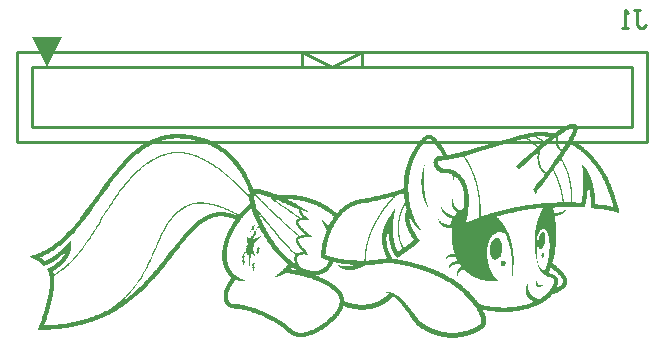
<source format=gbo>
G04 Layer_Color=32896*
%FSLAX25Y25*%
%MOIN*%
G70*
G01*
G75*
%ADD10C,0.01000*%
G36*
X478801Y370044D02*
X478942Y370036D01*
X479085Y370014D01*
X479226Y369984D01*
X479297Y369962D01*
X479367Y369938D01*
X479436Y369912D01*
X479503Y369882D01*
X479571Y369849D01*
X479636Y369812D01*
X479699Y369773D01*
X479762Y369728D01*
X479820Y369682D01*
X479879Y369630D01*
X479935Y369574D01*
X479987Y369513D01*
X480035Y369450D01*
X480078Y369387D01*
X480117Y369320D01*
X480152Y369253D01*
X480182Y369185D01*
X480208Y369116D01*
X480230Y369044D01*
X480250Y368975D01*
X480265Y368904D01*
X480278Y368832D01*
X480295Y368691D01*
X480302Y368552D01*
X480299Y368416D01*
X480291Y368279D01*
X480273Y368143D01*
X480252Y368004D01*
X480224Y367863D01*
X480191Y367722D01*
X480152Y367577D01*
X480108Y367429D01*
X480061Y367277D01*
X480009Y367123D01*
X479892Y366807D01*
X479755Y366475D01*
X479603Y366132D01*
X479436Y365775D01*
X479254Y365406D01*
X479057Y365024D01*
X478844Y364632D01*
X478729Y364422D01*
X479033Y364254D01*
X479337Y364081D01*
X479638Y363903D01*
X479939Y363721D01*
X480239Y363532D01*
X480536Y363337D01*
X480835Y363138D01*
X481130Y362932D01*
X481425Y362721D01*
X481717Y362505D01*
X482010Y362283D01*
X482301Y362056D01*
X482589Y361822D01*
X482878Y361583D01*
X483164Y361338D01*
X483448Y361089D01*
X483730Y360830D01*
X484012Y360568D01*
X484289Y360301D01*
X484567Y360026D01*
X484842Y359746D01*
X485113Y359460D01*
X485384Y359167D01*
X485653Y358868D01*
X485920Y358564D01*
X486185Y358254D01*
X486445Y357936D01*
X486705Y357613D01*
X486961Y357283D01*
X487217Y356949D01*
X487468Y356606D01*
X487718Y356257D01*
X487963Y355902D01*
X488208Y355540D01*
X488448Y355173D01*
X488685Y354798D01*
X488921Y354416D01*
X489153Y354028D01*
X489383Y353633D01*
X489608Y353232D01*
X489830Y352825D01*
X490051Y352411D01*
X490268Y351990D01*
X490480Y351560D01*
X490688Y351125D01*
X490897Y350682D01*
X491098Y350233D01*
X491298Y349778D01*
X491493Y349314D01*
X491686Y348844D01*
X491872Y348366D01*
X492057Y347883D01*
X492239Y347391D01*
X492414Y346892D01*
X492588Y346385D01*
X492755Y345870D01*
X492920Y345350D01*
X493080Y344823D01*
X493236Y344288D01*
X493388Y343743D01*
X493536Y343193D01*
X493679Y342635D01*
X493817Y342069D01*
X493952Y341495D01*
X494212Y340358D01*
X493076Y340621D01*
X492774Y340688D01*
X492469Y340753D01*
X491840Y340879D01*
X491200Y340996D01*
X490554Y341102D01*
X489914Y341202D01*
X489285Y341293D01*
X488678Y341375D01*
X488097Y341451D01*
X487555Y341516D01*
X487058Y341573D01*
X486234Y341662D01*
X485692Y341714D01*
X485495Y341731D01*
X484829Y341790D01*
X484827Y342457D01*
X484821Y342807D01*
X484805Y343216D01*
X484779Y343759D01*
X484736Y344413D01*
X484708Y344778D01*
X484673Y345164D01*
X484634Y345567D01*
X484586Y345990D01*
X484534Y346424D01*
X484474Y346872D01*
X484409Y347310D01*
X484335Y347755D01*
X484252Y348202D01*
X484161Y348653D01*
X484062Y349101D01*
X483953Y349548D01*
X483836Y349991D01*
X483710Y350424D01*
X483704Y350019D01*
X483693Y349611D01*
X483676Y349208D01*
X483658Y348809D01*
X483634Y348412D01*
X483608Y348022D01*
X483578Y347636D01*
X483545Y347258D01*
X483506Y346857D01*
X483465Y346469D01*
X483422Y346090D01*
X483376Y345723D01*
X483329Y345370D01*
X483279Y345031D01*
X483227Y344706D01*
X483175Y344398D01*
X483123Y344110D01*
X483071Y343839D01*
X483019Y343589D01*
X482964Y343355D01*
X482910Y343141D01*
X482852Y342941D01*
X482789Y342759D01*
X482722Y342590D01*
X482528Y342141D01*
X482041Y342147D01*
X481789Y342154D01*
X481492Y342165D01*
X480759Y342195D01*
X479846Y342234D01*
X479590Y342243D01*
Y343706D01*
X480258Y343683D01*
X481518Y343628D01*
X481570Y343843D01*
X481624Y344086D01*
X481681Y344357D01*
X481737Y344652D01*
X481785Y344942D01*
X481835Y345250D01*
X481880Y345573D01*
X481928Y345912D01*
X481971Y346265D01*
X482012Y346630D01*
X482054Y347005D01*
X482091Y347391D01*
X482123Y347785D01*
X482156Y348186D01*
X482182Y348596D01*
X482205Y349008D01*
X482223Y349427D01*
X482238Y349847D01*
X482247Y350270D01*
X482253Y350691D01*
X482251Y351112D01*
X482247Y351532D01*
X482234Y351946D01*
X482216Y352359D01*
X482192Y352764D01*
X482160Y353161D01*
X482123Y353551D01*
X482078Y353931D01*
X481741Y356513D01*
X483372Y354481D01*
X483513Y354299D01*
X483650Y354111D01*
X483782Y353918D01*
X483908Y353718D01*
X484029Y353514D01*
X484146Y353304D01*
X484259Y353091D01*
X484367Y352872D01*
X484471Y352651D01*
X484571Y352426D01*
X484667Y352196D01*
X484760Y351964D01*
X484847Y351728D01*
X484931Y351491D01*
X485011Y351250D01*
X485087Y351008D01*
X485161Y350765D01*
X485232Y350518D01*
X485298Y350272D01*
X485363Y350023D01*
X485480Y349527D01*
X485588Y349028D01*
X485684Y348533D01*
X485773Y348041D01*
X485850Y347555D01*
X485920Y347076D01*
X486004Y346452D01*
X486074Y345853D01*
X486130Y345289D01*
X486174Y344762D01*
X486210Y344279D01*
X486236Y343841D01*
X486256Y343457D01*
X486269Y343127D01*
X486750Y343078D01*
X487345Y343015D01*
X488032Y342934D01*
X488797Y342837D01*
X489619Y342724D01*
X490482Y342596D01*
X490925Y342525D01*
X491369Y342449D01*
X491814Y342371D01*
X492258Y342286D01*
X492124Y342813D01*
X491985Y343334D01*
X491842Y343845D01*
X491697Y344353D01*
X491547Y344851D01*
X491393Y345344D01*
X491237Y345827D01*
X491077Y346306D01*
X490912Y346777D01*
X490745Y347241D01*
X490573Y347698D01*
X490400Y348150D01*
X490222Y348592D01*
X490042Y349030D01*
X489858Y349459D01*
X489671Y349884D01*
X489480Y350301D01*
X489288Y350713D01*
X489092Y351116D01*
X488893Y351515D01*
X488691Y351905D01*
X488487Y352289D01*
X488279Y352669D01*
X488071Y353042D01*
X487858Y353406D01*
X487642Y353766D01*
X487425Y354119D01*
X487204Y354466D01*
X486982Y354809D01*
X486757Y355143D01*
X486529Y355472D01*
X486299Y355795D01*
X486067Y356112D01*
X485833Y356424D01*
X485597Y356728D01*
X485358Y357027D01*
X485118Y357322D01*
X484875Y357610D01*
X484630Y357892D01*
X484382Y358168D01*
X484133Y358439D01*
X483884Y358703D01*
X483632Y358963D01*
X483379Y359217D01*
X483123Y359464D01*
X482867Y359707D01*
X482607Y359946D01*
X482346Y360178D01*
X482086Y360405D01*
X481822Y360627D01*
X481557Y360841D01*
X481292Y361054D01*
X481026Y361260D01*
X480757Y361459D01*
X480488Y361654D01*
X480217Y361845D01*
X479946Y362032D01*
X479673Y362212D01*
X479399Y362387D01*
X479124Y362557D01*
X478851Y362724D01*
X478573Y362884D01*
X478296Y363040D01*
X478018Y363192D01*
X477682Y362635D01*
X477329Y362064D01*
X476958Y361481D01*
X476576Y360889D01*
X476182Y360288D01*
X475774Y359679D01*
X475357Y359065D01*
X474935Y358445D01*
X475156Y358096D01*
X475373Y357738D01*
X475581Y357376D01*
X475785Y357005D01*
X475980Y356630D01*
X476168Y356246D01*
X476351Y355856D01*
X476526Y355459D01*
X476695Y355056D01*
X476858Y354646D01*
X477012Y354230D01*
X477160Y353805D01*
X477300Y353373D01*
X477433Y352935D01*
X477559Y352489D01*
X477676Y352035D01*
X477786Y351576D01*
X477888Y351107D01*
X477984Y350630D01*
X478072Y350149D01*
X478151Y349657D01*
X478222Y349160D01*
X478287Y348653D01*
X478341Y348139D01*
X478389Y347618D01*
X478428Y347089D01*
X478458Y346551D01*
X478482Y346005D01*
X478495Y345452D01*
X478502Y344890D01*
X478500Y344320D01*
X478487Y343741D01*
X479432Y343713D01*
X479586Y343706D01*
Y342243D01*
X479326Y342251D01*
X478764Y342269D01*
X478159Y342284D01*
X477515Y342295D01*
X476832Y342301D01*
X476763D01*
Y343763D01*
X476969D01*
X477532Y343759D01*
X478070Y343750D01*
X478081Y344316D01*
X478085Y344873D01*
X478081Y345422D01*
X478068Y345962D01*
X478046Y346495D01*
X478018Y347020D01*
X477981Y347536D01*
X477936Y348045D01*
X477884Y348546D01*
X477823Y349041D01*
X477756Y349527D01*
X477680Y350006D01*
X477598Y350476D01*
X477506Y350940D01*
X477409Y351396D01*
X477305Y351845D01*
X477192Y352287D01*
X477073Y352723D01*
X476947Y353150D01*
X476813Y353571D01*
X476674Y353983D01*
X476526Y354390D01*
X476372Y354789D01*
X476212Y355184D01*
X476043Y355570D01*
X475869Y355949D01*
X475689Y356322D01*
X475501Y356689D01*
X475308Y357049D01*
X475108Y357404D01*
X474902Y357751D01*
X474690Y358092D01*
X474083Y357227D01*
X473293Y356114D01*
Y358645D01*
X473373Y358760D01*
X473850Y359449D01*
X474317Y360135D01*
X474772Y360811D01*
X474670Y360874D01*
X474570Y360941D01*
X474475Y361008D01*
X474384Y361080D01*
X474295Y361154D01*
X474210Y361229D01*
X474130Y361308D01*
X474052Y361388D01*
X473976Y361472D01*
X473907Y361557D01*
X473837Y361642D01*
X473772Y361730D01*
X473712Y361822D01*
X473653Y361913D01*
X473597Y362006D01*
X473545Y362099D01*
X473495Y362194D01*
X473447Y362292D01*
X473363Y362489D01*
X473289Y362691D01*
X473224Y362895D01*
X473172Y363103D01*
X473126Y363311D01*
X473092Y363522D01*
X473066Y363732D01*
X473046Y363951D01*
X473035Y364170D01*
X473031Y364387D01*
X473033Y364604D01*
X473039Y364818D01*
X473053Y365029D01*
X473070Y365237D01*
X473092Y365439D01*
X472645Y365105D01*
X472192Y364758D01*
X471734Y364404D01*
X471272Y364040D01*
X470806Y363669D01*
X470340Y363292D01*
X469871Y362910D01*
X469401Y362522D01*
X468573Y361828D01*
X467748Y361125D01*
X467694Y360753D01*
X467642Y360347D01*
X467599Y359918D01*
X467579Y359694D01*
X467564Y359469D01*
X467553Y359237D01*
X467545Y359003D01*
X467543Y358766D01*
Y358528D01*
X467551Y358287D01*
X467564Y358046D01*
X467582Y357806D01*
X467607Y357565D01*
X467629Y357396D01*
X467655Y357229D01*
X467683Y357064D01*
X467718Y356899D01*
X467755Y356736D01*
X467796Y356574D01*
X467840Y356416D01*
X467889Y356257D01*
X467944Y356103D01*
X468002Y355949D01*
X468065Y355800D01*
X468134Y355655D01*
X468206Y355509D01*
X468284Y355368D01*
X468366Y355232D01*
X468455Y355099D01*
X468520Y355008D01*
X468588Y354919D01*
X468659Y354831D01*
X468731Y354746D01*
X468807Y354661D01*
X468887Y354581D01*
X468969Y354501D01*
X469054Y354425D01*
X469143Y354349D01*
X469234Y354277D01*
X469329Y354206D01*
X469427Y354139D01*
X469529Y354074D01*
X469635Y354011D01*
X469743Y353950D01*
X469856Y353894D01*
X470611Y354911D01*
X471372Y355949D01*
X472133Y357005D01*
X472890Y358068D01*
X473289Y358638D01*
Y356108D01*
X473256Y356062D01*
X472422Y354911D01*
X472582Y354590D01*
X472740Y354267D01*
X472896Y353944D01*
X473048Y353616D01*
X473196Y353287D01*
X473341Y352955D01*
X473484Y352619D01*
X473623Y352283D01*
X473757Y351944D01*
X473889Y351604D01*
X474017Y351261D01*
X474141Y350919D01*
X474262Y350572D01*
X474380Y350225D01*
X474492Y349876D01*
X474601Y349524D01*
X474705Y349173D01*
X474807Y348820D01*
X474904Y348464D01*
X474998Y348108D01*
X475084Y347751D01*
X475169Y347393D01*
X475249Y347033D01*
X475325Y346673D01*
X475396Y346311D01*
X475462Y345949D01*
X475525Y345586D01*
X475581Y345222D01*
X475633Y344858D01*
X475681Y344494D01*
X475722Y344129D01*
X475761Y343763D01*
X476377Y343765D01*
X476758Y343763D01*
Y342301D01*
X476110Y342303D01*
X475351Y342297D01*
X474555Y342284D01*
X473829Y342264D01*
Y343726D01*
X474559Y343745D01*
X475340Y343759D01*
X475306Y344112D01*
X475264Y344463D01*
X475217Y344814D01*
X475167Y345164D01*
X475112Y345515D01*
X475052Y345864D01*
X474989Y346213D01*
X474922Y346562D01*
X474848Y346909D01*
X474772Y347256D01*
X474692Y347603D01*
X474605Y347948D01*
X474516Y348290D01*
X474425Y348633D01*
X474328Y348976D01*
X474228Y349316D01*
X474122Y349654D01*
X474015Y349993D01*
X473903Y350329D01*
X473788Y350663D01*
X473668Y350997D01*
X473547Y351326D01*
X473421Y351656D01*
X473291Y351983D01*
X473159Y352311D01*
X473022Y352634D01*
X472883Y352955D01*
X472742Y353276D01*
X472597Y353592D01*
X472450Y353909D01*
X472298Y354221D01*
X472146Y354531D01*
X471222Y353282D01*
X470318Y352074D01*
X469446Y350927D01*
X468618Y349850D01*
X467887Y348911D01*
X467217Y348061D01*
X466619Y347312D01*
X466101Y346675D01*
X465962Y347085D01*
X465816Y347486D01*
X465665Y347881D01*
X465509Y348267D01*
X465942Y348807D01*
X466415Y349405D01*
X466924Y350051D01*
X467462Y350745D01*
X468440Y352018D01*
X468954Y352692D01*
X469477Y353386D01*
X469355Y353453D01*
X469238Y353521D01*
X469123Y353592D01*
X469013Y353668D01*
X468906Y353744D01*
X468802Y353824D01*
X468700Y353907D01*
X468603Y353991D01*
X468510Y354078D01*
X468419Y354167D01*
X468332Y354258D01*
X468247Y354351D01*
X468165Y354445D01*
X468087Y354542D01*
X468011Y354642D01*
X467939Y354744D01*
X467837Y354898D01*
X467742Y355054D01*
X467653Y355217D01*
X467571Y355379D01*
X467493Y355546D01*
X467421Y355715D01*
X467356Y355887D01*
X467295Y356060D01*
X467241Y356234D01*
X467191Y356411D01*
X467146Y356589D01*
X467104Y356767D01*
X467070Y356947D01*
X467037Y357127D01*
X467009Y357309D01*
X466985Y357489D01*
X466963Y357688D01*
X466946Y357888D01*
X466933Y358087D01*
X466922Y358285D01*
X466918Y358482D01*
X466914Y358677D01*
X466918Y359065D01*
X466933Y359443D01*
X466959Y359809D01*
X466990Y360165D01*
X467029Y360503D01*
X466098Y359690D01*
X465196Y358890D01*
X464331Y358111D01*
X463511Y357365D01*
X462744Y356661D01*
X462037Y356004D01*
X461399Y355405D01*
X460838Y354874D01*
X460558Y355121D01*
X460278Y355362D01*
X459994Y355594D01*
X459708Y355819D01*
X460328Y356409D01*
X461041Y357079D01*
X461839Y357819D01*
X462709Y358617D01*
X463644Y359464D01*
X464632Y360347D01*
X465665Y361256D01*
X466729Y362177D01*
X466502Y362398D01*
X466272Y362617D01*
X466042Y362828D01*
X465812Y363036D01*
X465582Y363235D01*
X465350Y363431D01*
X465118Y363619D01*
X464884Y363804D01*
X464652Y363981D01*
X464418Y364153D01*
X464184Y364317D01*
X463949Y364476D01*
X463715Y364630D01*
X463481Y364775D01*
X463247Y364914D01*
X463013Y365048D01*
X462371Y364901D01*
X461712Y364742D01*
X461037Y364575D01*
X460346Y364400D01*
X459641Y364213D01*
X458923Y364020D01*
X458194Y363819D01*
X457455Y363613D01*
X455948Y363181D01*
X454417Y362730D01*
X452867Y362268D01*
X451310Y361800D01*
X449096Y361128D01*
X446908Y360471D01*
X445832Y360152D01*
X444770Y359844D01*
X443727Y359547D01*
X442703Y359265D01*
X442905Y358955D01*
X443102Y358645D01*
X443293Y358335D01*
X443482Y358022D01*
X443664Y357712D01*
X443842Y357402D01*
X444017Y357090D01*
X444186Y356780D01*
X444351Y356468D01*
X444512Y356155D01*
X444668Y355843D01*
X444819Y355531D01*
X444969Y355219D01*
X445112Y354906D01*
X445251Y354594D01*
X445388Y354280D01*
X445518Y353967D01*
X445646Y353653D01*
X445769Y353341D01*
X445889Y353026D01*
X446006Y352712D01*
X446118Y352397D01*
X446227Y352081D01*
X446331Y351766D01*
X446431Y351450D01*
X446528Y351135D01*
X446622Y350819D01*
X446713Y350502D01*
X446799Y350186D01*
X446882Y349869D01*
X446962Y349552D01*
X447040Y349234D01*
X447112Y348917D01*
X447183Y348598D01*
X447248Y348280D01*
X447313Y347961D01*
X447430Y347321D01*
X447537Y346681D01*
X447632Y346042D01*
X447714Y345398D01*
X447786Y344754D01*
X447847Y344110D01*
X447899Y343461D01*
X447940Y342813D01*
X447972Y342165D01*
X447994Y341512D01*
X448009Y340859D01*
X448014Y340204D01*
X448011Y339550D01*
X448003Y338890D01*
X448703Y339140D01*
X449401Y339380D01*
X450098Y339610D01*
X450789Y339836D01*
X451477Y340051D01*
X452160Y340259D01*
X452841Y340458D01*
X453517Y340651D01*
X454189Y340838D01*
X454857Y341015D01*
X455523Y341187D01*
X456182Y341352D01*
X456835Y341508D01*
X457485Y341657D01*
X458129Y341803D01*
X458769Y341939D01*
X459404Y342072D01*
X460033Y342195D01*
X460658Y342314D01*
X461276Y342427D01*
X461887Y342535D01*
X462492Y342637D01*
X463093Y342733D01*
X463687Y342824D01*
X464272Y342908D01*
X464854Y342991D01*
X465188Y343034D01*
Y342718D01*
X465192D01*
Y343036D01*
X465428Y343067D01*
X465996Y343136D01*
X466556Y343203D01*
X467109Y343264D01*
X467655Y343323D01*
X468193Y343375D01*
X469191Y343464D01*
X470160Y343540D01*
X471101Y343602D01*
X472012Y343654D01*
X472892Y343693D01*
X473742Y343724D01*
X473824Y343726D01*
Y342264D01*
X473723Y342262D01*
X472855Y342230D01*
X472688Y342132D01*
X472510Y342035D01*
X472324Y341935D01*
X472129Y341833D01*
X472215Y341451D01*
X472298Y341070D01*
X472380Y340686D01*
X472456Y340300D01*
X472591Y340298D01*
X472818Y340293D01*
X473055D01*
X473298Y340298D01*
X473419Y340302D01*
X473482Y340304D01*
X473542Y340308D01*
X473666Y340315D01*
X473790Y340326D01*
X473913Y340339D01*
X473976Y340345D01*
X474037Y340356D01*
X474160Y340374D01*
X474282Y340395D01*
X474401Y340419D01*
X474462Y340432D01*
X474520Y340445D01*
X474638Y340476D01*
X474753Y340508D01*
X474976Y340584D01*
X475084Y340627D01*
X475188Y340671D01*
X475292Y340716D01*
X475390Y340766D01*
X475486Y340818D01*
X475579Y340870D01*
X475750Y340976D01*
X475906Y341085D01*
X476043Y341189D01*
X476106Y341237D01*
X476164Y341286D01*
X476264Y341371D01*
X476405Y341497D01*
X476455Y341542D01*
X476435Y341477D01*
X476407Y341401D01*
X476368Y341297D01*
X476309Y341172D01*
X476277Y341102D01*
X476236Y341026D01*
X476190Y340948D01*
X476168Y340907D01*
X476140Y340866D01*
X476084Y340781D01*
X476056Y340738D01*
X476023Y340694D01*
X475954Y340606D01*
X475919Y340560D01*
X475880Y340514D01*
X475798Y340426D01*
X475757Y340380D01*
X475711Y340335D01*
X475618Y340246D01*
X475516Y340159D01*
X475464Y340115D01*
X475407Y340074D01*
X475295Y339990D01*
X475236Y339951D01*
X475177Y339912D01*
X475115Y339875D01*
X475054Y339838D01*
X474926Y339766D01*
X474792Y339701D01*
X474657Y339641D01*
X474518Y339584D01*
X474377Y339532D01*
X474234Y339487D01*
X474163Y339465D01*
X474091Y339445D01*
X473946Y339409D01*
X473803Y339376D01*
X473660Y339350D01*
X473588Y339337D01*
X473517Y339326D01*
X473376Y339309D01*
X473237Y339292D01*
X473100Y339281D01*
X472868Y339268D01*
X472647Y339261D01*
X472723Y338797D01*
X472794Y338329D01*
X472862Y337860D01*
X472922Y337390D01*
X472979Y336917D01*
X473027Y336442D01*
X473072Y335965D01*
X473109Y335486D01*
X473141Y335007D01*
X473165Y334525D01*
X473185Y334042D01*
X473198Y333556D01*
X473202Y333070D01*
Y332582D01*
X473193Y332092D01*
X473178Y331602D01*
X473156Y331110D01*
X473126Y330616D01*
X473089Y330121D01*
X473044Y329625D01*
X472990Y329128D01*
X472929Y328629D01*
X472862Y328131D01*
X472784Y327630D01*
X472699Y327127D01*
X472604Y326624D01*
X472502Y326120D01*
X472391Y325615D01*
X472270Y325108D01*
X472140Y324600D01*
X472001Y324093D01*
X471853Y323586D01*
X472122Y323375D01*
X472389Y323163D01*
X472914Y322733D01*
X473308Y322397D01*
Y320439D01*
X472909Y320803D01*
X472454Y321207D01*
X472218Y321409D01*
X471979Y321610D01*
X471675Y321860D01*
X471370Y322105D01*
X471199Y321630D01*
X471016Y321155D01*
X470828Y320680D01*
X470630Y320205D01*
X470672Y320190D01*
X470810Y320146D01*
X470951Y320105D01*
X471097Y320064D01*
X471242Y320027D01*
X471391Y319992D01*
X471556Y319956D01*
X471578Y319951D01*
X471604Y319945D01*
X471654Y319932D01*
X471751Y319904D01*
X471944Y319845D01*
X472140Y319771D01*
X472237Y319730D01*
X472337Y319685D01*
X472437Y319637D01*
X472534Y319583D01*
X472634Y319526D01*
X472731Y319463D01*
X472829Y319394D01*
X472925Y319320D01*
X473018Y319240D01*
X473109Y319156D01*
X473196Y319062D01*
X473280Y318965D01*
X473358Y318861D01*
X473432Y318752D01*
X473501Y318639D01*
X473562Y318520D01*
X473616Y318399D01*
X473664Y318275D01*
X473705Y318147D01*
X473738Y318021D01*
X473766Y317891D01*
X473785Y317763D01*
X473798Y317635D01*
X473805Y317510D01*
X473807Y317382D01*
X473805Y317258D01*
X473796Y317134D01*
X473785Y317013D01*
X473770Y316892D01*
X473751Y316772D01*
X473727Y316655D01*
X473701Y316540D01*
X473642Y316313D01*
X473571Y316089D01*
X473493Y315873D01*
X473406Y315660D01*
X473319Y315465D01*
X473226Y315263D01*
X473441Y315376D01*
X473658Y315495D01*
X473874Y315619D01*
X474091Y315747D01*
X474289Y315873D01*
X474464Y315992D01*
X474625Y316111D01*
X474763Y316226D01*
X474887Y316339D01*
X474995Y316447D01*
X475089Y316553D01*
X475167Y316657D01*
X475232Y316759D01*
X475286Y316859D01*
X475329Y316957D01*
X475364Y317052D01*
X475388Y317145D01*
X475405Y317236D01*
X475416Y317325D01*
X475420Y317414D01*
X475418Y317503D01*
X475410Y317592D01*
X475394Y317685D01*
X475375Y317778D01*
X475347Y317874D01*
X475316Y317969D01*
X475279Y318067D01*
X475236Y318164D01*
X475190Y318262D01*
X475141Y318360D01*
X475084Y318459D01*
X475028Y318557D01*
X474900Y318750D01*
X474763Y318941D01*
X474692Y319032D01*
X474601Y319138D01*
X474492Y319260D01*
X474369Y319394D01*
X474076Y319698D01*
X473729Y320038D01*
X473339Y320411D01*
X473313Y320435D01*
Y322395D01*
X473406Y322315D01*
X473876Y321905D01*
X474317Y321506D01*
X474724Y321122D01*
X474915Y320938D01*
X475095Y320758D01*
X475264Y320585D01*
X475423Y320417D01*
X475568Y320257D01*
X475702Y320103D01*
X475824Y319958D01*
X475930Y319821D01*
X476103Y319583D01*
X476190Y319457D01*
X476275Y319327D01*
X476357Y319190D01*
X476437Y319049D01*
X476513Y318904D01*
X476585Y318754D01*
X476650Y318598D01*
X476711Y318440D01*
X476760Y318275D01*
X476806Y318106D01*
X476841Y317933D01*
X476865Y317755D01*
X476878Y317572D01*
X476880Y317384D01*
X476878Y317291D01*
X476869Y317195D01*
X476858Y317100D01*
X476843Y317004D01*
X476826Y316909D01*
X476802Y316814D01*
X476776Y316718D01*
X476748Y316625D01*
X476713Y316529D01*
X476676Y316434D01*
X476635Y316341D01*
X476589Y316245D01*
X476539Y316152D01*
X476487Y316059D01*
X476431Y315966D01*
X476370Y315875D01*
X476305Y315781D01*
X476236Y315690D01*
X476164Y315599D01*
X476086Y315510D01*
X476006Y315421D01*
X475921Y315333D01*
X475832Y315244D01*
X475741Y315157D01*
X475644Y315072D01*
X475542Y314986D01*
X475438Y314903D01*
X475327Y314819D01*
X475214Y314736D01*
X475097Y314656D01*
X474976Y314576D01*
X474850Y314498D01*
X474655Y314383D01*
X474462Y314270D01*
X474267Y314162D01*
X474074Y314057D01*
X473688Y313860D01*
X473304Y313678D01*
X472925Y313509D01*
X472549Y313355D01*
X472176Y313214D01*
X471810Y313084D01*
X471806Y313097D01*
X471563Y312819D01*
X471309Y312550D01*
X471044Y312286D01*
X470773Y312032D01*
X470492Y311783D01*
X470203Y311542D01*
X469908Y311310D01*
X469607Y311087D01*
X469412Y310948D01*
X469216Y310813D01*
X469017Y310683D01*
X468818Y310553D01*
X468616Y310427D01*
X468410Y310306D01*
X468204Y310187D01*
X467996Y310070D01*
X467788Y309957D01*
X467575Y309846D01*
X467150Y309632D01*
X466718Y309430D01*
X466283Y309237D01*
X465845Y309057D01*
X465402Y308886D01*
X464958Y308725D01*
X464511Y308574D01*
X464062Y308430D01*
X463613Y308298D01*
X463162Y308172D01*
X462713Y308057D01*
X462262Y307949D01*
X461813Y307849D01*
X461365Y307760D01*
X460916Y307676D01*
X460630Y307628D01*
Y309111D01*
X460662Y309118D01*
X461087Y309196D01*
X461512Y309280D01*
X461937Y309374D01*
X462362Y309476D01*
X462787Y309584D01*
X463210Y309701D01*
X463633Y309827D01*
X464051Y309961D01*
X464470Y310107D01*
X464884Y310258D01*
X465294Y310421D01*
X465699Y310592D01*
X465806Y310638D01*
X465684Y310686D01*
X465506Y310764D01*
X465326Y310848D01*
X465144Y310944D01*
X464960Y311048D01*
X464778Y311165D01*
X464596Y311291D01*
X464418Y311427D01*
X464331Y311501D01*
X464244Y311577D01*
X464160Y311657D01*
X464077Y311737D01*
X463995Y311822D01*
X463917Y311909D01*
X463841Y312000D01*
X463802Y312045D01*
X463765Y312093D01*
X463694Y312186D01*
X463626Y312284D01*
X463559Y312384D01*
X463498Y312483D01*
X463438Y312587D01*
X463383Y312691D01*
X463331Y312798D01*
X463281Y312904D01*
X463236Y313012D01*
X463195Y313121D01*
X463158Y313229D01*
X463123Y313340D01*
X463093Y313448D01*
X463067Y313557D01*
X463043Y313667D01*
X463026Y313776D01*
X462995Y313990D01*
X462980Y314201D01*
X462976Y314404D01*
X462985Y314604D01*
X463000Y314795D01*
X463024Y314979D01*
X463056Y315157D01*
X463093Y315324D01*
X463134Y315482D01*
X463180Y315634D01*
X463227Y315775D01*
X463277Y315907D01*
X463329Y316029D01*
X463381Y316141D01*
X463431Y316245D01*
X463527Y316425D01*
X463609Y316566D01*
X463674Y316668D01*
X463715Y316729D01*
X463730Y316751D01*
X463733Y316725D01*
X463739Y316651D01*
X463754Y316371D01*
X463780Y315948D01*
X463800Y315695D01*
X463828Y315419D01*
X463847Y315276D01*
X463869Y315129D01*
X463893Y314977D01*
X463923Y314825D01*
X463956Y314671D01*
X463995Y314517D01*
X464038Y314363D01*
X464086Y314209D01*
X464114Y314133D01*
X464127Y314096D01*
X464142Y314057D01*
X464203Y313908D01*
X464270Y313763D01*
X464305Y313691D01*
X464342Y313619D01*
X464422Y313481D01*
X464509Y313344D01*
X464557Y313279D01*
X464604Y313216D01*
X464654Y313153D01*
X464704Y313090D01*
X464812Y312971D01*
X464923Y312858D01*
X464984Y312802D01*
X465042Y312750D01*
X465103Y312698D01*
X465166Y312646D01*
X465294Y312548D01*
X465424Y312455D01*
X465558Y312368D01*
X465695Y312286D01*
X465834Y312210D01*
X465973Y312136D01*
X466111Y312067D01*
X466248Y312004D01*
X466385Y311943D01*
X466521Y311887D01*
X466653Y311835D01*
X466781Y311785D01*
X466907Y311739D01*
X467026Y311698D01*
X467252Y311622D01*
X467454Y311557D01*
X467540Y311529D01*
X467543D01*
X467592Y311560D01*
Y315465D01*
X467573Y315463D01*
X467454Y315460D01*
X467393Y315463D01*
X467330Y315469D01*
X467267Y315478D01*
X467204Y315491D01*
X467141Y315508D01*
X467078Y315530D01*
X467016Y315554D01*
X466957Y315582D01*
X466898Y315614D01*
X466842Y315649D01*
X466788Y315688D01*
X466736Y315729D01*
X466686Y315773D01*
X466643Y315818D01*
X466599Y315866D01*
X466560Y315916D01*
X466523Y315966D01*
X466491Y316018D01*
X466460Y316070D01*
X466432Y316122D01*
X466387Y316228D01*
X466352Y316332D01*
X466337Y316384D01*
X466326Y316436D01*
X466315Y316486D01*
X466306Y316538D01*
X466296Y316636D01*
X466293Y316731D01*
X466296Y316824D01*
X466300Y316911D01*
X466313Y316996D01*
X466326Y317076D01*
X466346Y317152D01*
X466354Y317189D01*
X466365Y317223D01*
X466387Y317291D01*
X466411Y317354D01*
X466437Y317410D01*
X466460Y317464D01*
X466487Y317512D01*
X466534Y317594D01*
X466577Y317659D01*
X466614Y317707D01*
X466645Y317744D01*
X466660Y317696D01*
X466695Y317570D01*
X466747Y317379D01*
X466777Y317269D01*
X466794Y317210D01*
X466812Y317152D01*
X466831Y317089D01*
X466853Y317028D01*
X466875Y316965D01*
X466898Y316902D01*
X466924Y316842D01*
X466951Y316779D01*
X466979Y316720D01*
X466994Y316690D01*
X467009Y316662D01*
X467039Y316608D01*
X467074Y316556D01*
X467109Y316506D01*
X467143Y316462D01*
X467180Y316423D01*
X467217Y316386D01*
X467254Y316356D01*
X467293Y316330D01*
X467332Y316306D01*
X467371Y316287D01*
X467415Y316267D01*
X467462Y316254D01*
X467512Y316241D01*
X467564Y316230D01*
X467623Y316224D01*
X467681Y316222D01*
X467744D01*
X467777Y316224D01*
X467807D01*
X467872Y316230D01*
X467939Y316237D01*
X468004Y316245D01*
X468069Y316256D01*
X468132Y316267D01*
X468195Y316280D01*
X468319Y316304D01*
X468432Y316328D01*
X468622Y316371D01*
X468698Y316389D01*
X468755Y316399D01*
X468802Y316406D01*
X468783Y316360D01*
X468759Y316308D01*
X468724Y316241D01*
X468700Y316200D01*
X468674Y316159D01*
X468607Y316063D01*
X468525Y315966D01*
X468477Y315914D01*
X468425Y315862D01*
X468366Y315810D01*
X468304Y315757D01*
X468234Y315708D01*
X468160Y315660D01*
X468121Y315636D01*
X468078Y315614D01*
X467991Y315571D01*
X467946Y315551D01*
X467896Y315534D01*
X467848Y315517D01*
X467796Y315504D01*
X467688Y315478D01*
X467597Y315465D01*
Y311562D01*
X467779Y311672D01*
X468013Y311820D01*
X468195Y311937D01*
X468373Y312056D01*
X468549Y312180D01*
X468722Y312303D01*
X468891Y312431D01*
X469060Y312559D01*
X469225Y312691D01*
X469388Y312826D01*
X469546Y312962D01*
X469704Y313101D01*
X469856Y313240D01*
X470006Y313383D01*
X470153Y313528D01*
X470296Y313676D01*
X470437Y313823D01*
X470574Y313975D01*
X470706Y314127D01*
X470836Y314281D01*
X470960Y314437D01*
X471083Y314595D01*
X471201Y314756D01*
X471313Y314916D01*
X471424Y315079D01*
X471530Y315242D01*
X471632Y315406D01*
X471730Y315573D01*
X471823Y315740D01*
X471912Y315909D01*
X471994Y316072D01*
X472079Y316248D01*
X472150Y316410D01*
X472215Y316573D01*
X472272Y316733D01*
X472322Y316890D01*
X472359Y317046D01*
X472389Y317195D01*
X472406Y317340D01*
X472413Y317477D01*
X472408Y317609D01*
X472393Y317731D01*
X472367Y317844D01*
X472350Y317898D01*
X472330Y317950D01*
X472309Y318000D01*
X472283Y318047D01*
X472224Y318141D01*
X472153Y318230D01*
X472070Y318312D01*
X471977Y318392D01*
X471871Y318466D01*
X471758Y318533D01*
X471634Y318596D01*
X471506Y318652D01*
X471372Y318702D01*
X471305Y318726D01*
X471240Y318748D01*
X471077Y318795D01*
X470903Y318850D01*
X470734Y318908D01*
X470568Y318969D01*
X470405Y319034D01*
X470244Y319103D01*
X470166Y319138D01*
X470088Y319175D01*
X469936Y319251D01*
X469789Y319329D01*
X469646Y319411D01*
X469507Y319496D01*
X469371Y319583D01*
X469240Y319672D01*
X469115Y319765D01*
X468993Y319858D01*
X468876Y319953D01*
X468763Y320049D01*
X468655Y320146D01*
X468553Y320246D01*
X468455Y320346D01*
X468360Y320446D01*
X468271Y320545D01*
X468187Y320647D01*
X468030Y320847D01*
X467889Y321046D01*
X467766Y321239D01*
X467655Y321428D01*
X467560Y321612D01*
X467477Y321786D01*
X467408Y321953D01*
X467347Y322111D01*
X467295Y322258D01*
X467252Y322395D01*
X467200Y322569D01*
X467163Y322705D01*
X467139Y322812D01*
X467128Y322883D01*
Y322929D01*
X467133Y322942D01*
X467139Y322948D01*
X467148D01*
X467159Y322944D01*
X467189Y322918D01*
X467228Y322874D01*
X467274Y322816D01*
X467384Y322664D01*
X467519Y322482D01*
X467666Y322289D01*
X467766Y322167D01*
X467876Y322037D01*
X467993Y321905D01*
X468124Y321768D01*
X468262Y321630D01*
X468412Y321491D01*
X468573Y321350D01*
X468746Y321209D01*
X468835Y321140D01*
X468928Y321070D01*
X469024Y321003D01*
X469123Y320936D01*
X469149Y320918D01*
X469253Y321085D01*
X469351Y321257D01*
X469446Y321434D01*
X469537Y321617D01*
X469624Y321805D01*
X469709Y321998D01*
X469789Y322196D01*
X469867Y322399D01*
X469941Y322608D01*
X470012Y322820D01*
X470082Y323037D01*
X470147Y323258D01*
X470210Y323484D01*
X470268Y323716D01*
X470325Y323950D01*
X470379Y324188D01*
X470431Y324429D01*
X470481Y324676D01*
X470572Y325179D01*
X470652Y325695D01*
X470726Y326225D01*
X470791Y326767D01*
X470849Y327317D01*
X470899Y327881D01*
X470945Y328454D01*
X470958Y328684D01*
X470969Y328916D01*
X470973Y329145D01*
X470975Y329375D01*
X470973Y329605D01*
X470969Y329833D01*
X470960Y330058D01*
X470947Y330284D01*
X470930Y330507D01*
X470910Y330726D01*
X470888Y330945D01*
X470862Y331160D01*
X470834Y331370D01*
X470802Y331581D01*
X470765Y331784D01*
X470728Y331986D01*
X470687Y332183D01*
X470643Y332376D01*
X470596Y332565D01*
X470546Y332747D01*
X470494Y332925D01*
X470439Y333099D01*
X470383Y333265D01*
X470325Y333428D01*
X470262Y333584D01*
X470199Y333732D01*
X470132Y333875D01*
X470064Y334011D01*
X469995Y334139D01*
X469921Y334261D01*
X469847Y334373D01*
X469772Y334480D01*
X469694Y334577D01*
X469616Y334666D01*
X469535Y334747D01*
X469453Y334818D01*
X469368Y334881D01*
X469284Y334933D01*
X469197Y334976D01*
X469108Y335009D01*
X469019Y335033D01*
X468930Y335046D01*
X468839Y335048D01*
X468746Y335039D01*
X468653Y335017D01*
X468560Y334987D01*
X468557D01*
Y333834D01*
X468575Y333842D01*
X468631Y333862D01*
X468685Y333875D01*
X468740Y333881D01*
X468796D01*
X468852Y333875D01*
X468904Y333862D01*
X468956Y333842D01*
X469006Y333814D01*
X469056Y333782D01*
X469102Y333740D01*
X469147Y333695D01*
X469188Y333643D01*
X469230Y333582D01*
X469269Y333519D01*
X469303Y333448D01*
X469338Y333372D01*
X469368Y333289D01*
X469399Y333200D01*
X469425Y333107D01*
X469449Y333010D01*
X469470Y332906D01*
X469488Y332797D01*
X469503Y332686D01*
X469516Y332569D01*
X469527Y332452D01*
X469537Y332205D01*
Y331947D01*
X469524Y331682D01*
X469501Y331409D01*
X469466Y331132D01*
X469418Y330852D01*
X469360Y330566D01*
X469292Y330288D01*
X469214Y330024D01*
X469130Y329770D01*
X469039Y329534D01*
X468941Y329310D01*
X468837Y329104D01*
X468785Y329009D01*
X468731Y328918D01*
X468674Y328831D01*
X468618Y328751D01*
X468562Y328675D01*
X468505Y328603D01*
X468447Y328538D01*
X468405Y328497D01*
Y326561D01*
X468419Y326582D01*
X468451Y326628D01*
X468486Y326671D01*
X468523Y326708D01*
X468560Y326741D01*
X468599Y326769D01*
X468638Y326790D01*
X468679Y326806D01*
X468720Y326817D01*
X468761Y326821D01*
X468805Y326817D01*
X468846Y326806D01*
X468885Y326788D01*
X468922Y326764D01*
X468956Y326734D01*
X468989Y326699D01*
X469019Y326656D01*
X469045Y326608D01*
X469067Y326554D01*
X469086Y326498D01*
X469102Y326435D01*
X469112Y326370D01*
X469121Y326303D01*
X469123Y326235D01*
Y326164D01*
X469117Y326092D01*
X469108Y326019D01*
X469093Y325945D01*
X469076Y325873D01*
X469052Y325806D01*
X469028Y325741D01*
X469000Y325680D01*
X468969Y325624D01*
X468935Y325572D01*
X468900Y325524D01*
X468861Y325483D01*
X468822Y325446D01*
X468781Y325416D01*
X468740Y325390D01*
X468696Y325372D01*
X468653Y325361D01*
X468609Y325357D01*
X468566Y325359D01*
X468525Y325370D01*
X468486Y325388D01*
X468449Y325411D01*
X468414Y325442D01*
X468382Y325479D01*
X468351Y325520D01*
X468325Y325570D01*
X468301Y325622D01*
X468282Y325680D01*
X468267Y325741D01*
X468256Y325806D01*
X468249Y325873D01*
X468247Y325943D01*
Y326014D01*
X468254Y326086D01*
X468262Y326157D01*
X468275Y326227D01*
X468293Y326294D01*
X468312Y326357D01*
X468336Y326420D01*
X468360Y326476D01*
X468388Y326530D01*
X468401Y326552D01*
Y328493D01*
X468388Y328480D01*
X468330Y328426D01*
X468271Y328378D01*
X468213Y328337D01*
X468154Y328302D01*
X468095Y328274D01*
X468037Y328252D01*
X467978Y328237D01*
X467920Y328228D01*
X467863D01*
X467805Y328235D01*
X467753Y328248D01*
X467701Y328269D01*
X467651Y328295D01*
X467601Y328330D01*
X467556Y328369D01*
X467510Y328415D01*
X467469Y328469D01*
X467428Y328527D01*
X467391Y328592D01*
X467354Y328662D01*
X467319Y328740D01*
X467289Y328820D01*
X467258Y328909D01*
X467232Y329002D01*
X467209Y329100D01*
X467187Y329204D01*
X467170Y329312D01*
X467154Y329425D01*
X467141Y329540D01*
X467131Y329659D01*
X467120Y329907D01*
X467122Y330162D01*
X467133Y330429D01*
X467157Y330700D01*
X467191Y330978D01*
X467239Y331258D01*
X467293Y331524D01*
X467356Y331784D01*
X467428Y332034D01*
X467503Y332272D01*
X467588Y332500D01*
X467677Y332713D01*
X467772Y332912D01*
X467870Y333096D01*
X467974Y333265D01*
X468026Y333341D01*
X468080Y333415D01*
X468132Y333482D01*
X468187Y333545D01*
X468243Y333604D01*
X468297Y333658D01*
X468351Y333706D01*
X468408Y333747D01*
X468464Y333784D01*
X468518Y333816D01*
X468553Y333831D01*
Y334985D01*
X468464Y334944D01*
X468371Y334887D01*
X468273Y334820D01*
X468178Y334740D01*
X468080Y334649D01*
X467983Y334543D01*
X467885Y334423D01*
X467788Y334291D01*
X467690Y334146D01*
X467592Y333985D01*
X467495Y333810D01*
X467395Y333621D01*
X467298Y333417D01*
X467200Y333198D01*
X467102Y332964D01*
X467005Y332715D01*
X466907Y332450D01*
X466812Y332168D01*
X466797Y332032D01*
X466751Y331528D01*
X466740Y331403D01*
X466729Y331279D01*
X466714Y331030D01*
X466697Y330783D01*
X466688Y330659D01*
X466682Y330535D01*
X466662Y330047D01*
X466651Y329807D01*
X466647Y329566D01*
X466643Y329330D01*
X466638Y329096D01*
Y328634D01*
X466640Y328406D01*
X466645Y328183D01*
X466656Y327743D01*
X466658Y327634D01*
X466662Y327528D01*
X466673Y327317D01*
X466690Y326903D01*
X466718Y326506D01*
X466742Y326127D01*
X466775Y325763D01*
X466805Y325418D01*
X466823Y325251D01*
X466840Y325091D01*
X466875Y324785D01*
X466890Y324639D01*
X466907Y324501D01*
X466972Y324000D01*
X467000Y323785D01*
X467029Y323596D01*
X467072Y323297D01*
X467100Y323113D01*
X467109Y323048D01*
X467089Y323111D01*
X467033Y323288D01*
X466944Y323577D01*
X466888Y323761D01*
X466829Y323969D01*
X466697Y324462D01*
X466662Y324598D01*
X466630Y324741D01*
X466558Y325045D01*
X466521Y325203D01*
X466484Y325368D01*
X466417Y325711D01*
X466346Y326075D01*
X466281Y326457D01*
X466215Y326856D01*
X466159Y327272D01*
X466131Y327484D01*
X466116Y327593D01*
X466105Y327701D01*
X466059Y328148D01*
X466035Y328376D01*
X466018Y328608D01*
X465986Y329078D01*
X465962Y329560D01*
X465953Y329805D01*
X465946Y330052D01*
X465940Y330555D01*
Y330681D01*
X465942Y330806D01*
X465946Y331062D01*
X465949Y331320D01*
X465953Y331448D01*
X465960Y331578D01*
X465983Y332097D01*
X466022Y332621D01*
X466044Y332884D01*
X466070Y333146D01*
X466098Y333411D01*
X466111Y333543D01*
X466129Y333675D01*
X466198Y334202D01*
X466218Y334334D01*
X466239Y334465D01*
X466283Y334727D01*
X466324Y334989D01*
X466374Y335252D01*
X466424Y335512D01*
X466478Y335770D01*
X466593Y336284D01*
X466621Y336412D01*
X466653Y336540D01*
X466718Y336791D01*
X466784Y337043D01*
X466818Y337169D01*
X466855Y337292D01*
X467000Y337785D01*
X467157Y338264D01*
X467237Y338500D01*
X467321Y338732D01*
X467406Y338964D01*
X467447Y339077D01*
X467493Y339190D01*
X467670Y339632D01*
X467694Y339688D01*
X467718Y339740D01*
X467764Y339849D01*
X467859Y340061D01*
X467950Y340269D01*
X468050Y340473D01*
X468243Y340870D01*
X468442Y341247D01*
X468540Y341430D01*
X468642Y341607D01*
X468839Y341948D01*
X468852Y341969D01*
X468332Y341920D01*
X467503Y341837D01*
X466658Y341744D01*
X465795Y341640D01*
X465192Y341560D01*
Y341870D01*
X465188D01*
Y341560D01*
X464917Y341523D01*
X464021Y341397D01*
X463110Y341256D01*
X462184Y341104D01*
X461245Y340937D01*
X460293Y340757D01*
X459326Y340564D01*
X458348Y340354D01*
X457854Y340243D01*
X457357Y340128D01*
X456856Y340011D01*
X456353Y339890D01*
X455848Y339762D01*
X455341Y339632D01*
X454829Y339497D01*
X454317Y339359D01*
X453801Y339216D01*
X453283Y339066D01*
X453515Y338851D01*
X453743Y338632D01*
X453966Y338407D01*
X454185Y338177D01*
X454352Y337995D01*
X454515Y337810D01*
X454675Y337624D01*
X454831Y337435D01*
X454985Y337245D01*
X455137Y337049D01*
X455284Y336854D01*
X455428Y336657D01*
X455568Y336457D01*
X455707Y336256D01*
X455842Y336052D01*
X455974Y335848D01*
X456102Y335640D01*
X456228Y335434D01*
X456349Y335224D01*
X456466Y335013D01*
X456581Y334803D01*
X456692Y334590D01*
X456802Y334376D01*
X456906Y334161D01*
X457108Y333732D01*
X457297Y333298D01*
X457475Y332864D01*
X457641Y332428D01*
X457720Y332212D01*
X457793Y331995D01*
X457936Y331559D01*
X458066Y331123D01*
X458188Y330692D01*
X458296Y330260D01*
X458396Y329833D01*
X458487Y329406D01*
X458567Y328985D01*
X458639Y328567D01*
X458704Y328154D01*
X458760Y327745D01*
X458808Y327344D01*
X458849Y326944D01*
X458884Y326554D01*
X458912Y326168D01*
X458934Y325791D01*
X458951Y325418D01*
X458964Y325054D01*
X458971Y324698D01*
X458973Y324349D01*
X458971Y324008D01*
X458964Y323677D01*
X458955Y323354D01*
X458945Y323039D01*
X458929Y322733D01*
X458912Y322436D01*
X458873Y321875D01*
X458828Y321352D01*
X458778Y320871D01*
X458726Y320433D01*
X458674Y320042D01*
X458626Y319698D01*
X458539Y319153D01*
X458481Y318819D01*
X458461Y318704D01*
X458478Y319160D01*
X458496Y319708D01*
X458513Y320448D01*
X458518Y320886D01*
X458520Y321365D01*
X458515Y321885D01*
X458507Y322445D01*
X458498Y322738D01*
X458485Y323039D01*
X458474Y323349D01*
X458457Y323668D01*
X458416Y324329D01*
X458390Y324670D01*
X458357Y325019D01*
X458342Y325197D01*
X458324Y325375D01*
X458286Y325737D01*
X458240Y326105D01*
X458190Y326478D01*
X458136Y326858D01*
X458077Y327242D01*
X458008Y327630D01*
X457973Y327827D01*
X457936Y328024D01*
X457856Y328421D01*
X457769Y328822D01*
X457674Y329226D01*
X457572Y329633D01*
X457462Y330041D01*
X457342Y330453D01*
X457214Y330863D01*
X457078Y331277D01*
X456930Y331689D01*
X456774Y332101D01*
X456607Y332513D01*
X456429Y332921D01*
X456275Y333255D01*
X456041Y333380D01*
X455811Y333491D01*
X455586Y333586D01*
X455365Y333667D01*
X455148Y333734D01*
X454935Y333786D01*
X454729Y333825D01*
X454528Y333851D01*
X454332Y333866D01*
X454142D01*
X454048Y333862D01*
X453957Y333855D01*
X453866Y333844D01*
X453777Y333831D01*
X453688Y333814D01*
X453604Y333797D01*
X453519Y333773D01*
X453435Y333749D01*
X453274Y333691D01*
X453220Y333667D01*
Y331878D01*
X453298Y331886D01*
X453402Y331889D01*
X453504Y331880D01*
X453604Y331865D01*
X453704Y331839D01*
X453801Y331806D01*
X453897Y331765D01*
X453990Y331715D01*
X454081Y331657D01*
X454168Y331591D01*
X454254Y331516D01*
X454337Y331435D01*
X454417Y331346D01*
X454493Y331249D01*
X454567Y331147D01*
X454638Y331034D01*
X454705Y330917D01*
X454768Y330793D01*
X454827Y330661D01*
X454881Y330525D01*
X454931Y330381D01*
X454976Y330236D01*
X455018Y330084D01*
X455055Y329930D01*
X455087Y329772D01*
X455113Y329609D01*
X455135Y329445D01*
X455152Y329278D01*
X455163Y329106D01*
X455172Y328935D01*
X455174Y328762D01*
X455169Y328586D01*
X455163Y328408D01*
X455150Y328230D01*
X455130Y328052D01*
X455106Y327868D01*
X455078Y327686D01*
X455044Y327508D01*
X455005Y327333D01*
X454963Y327161D01*
X454916Y326994D01*
X454864Y326832D01*
X454810Y326673D01*
X454749Y326519D01*
X454692Y326385D01*
Y323664D01*
X454723Y323731D01*
X454762Y323805D01*
X454803Y323874D01*
X454848Y323939D01*
X454898Y324000D01*
X454950Y324058D01*
X455007Y324110D01*
X455063Y324158D01*
X455124Y324201D01*
X455187Y324238D01*
X455250Y324271D01*
X455315Y324297D01*
X455382Y324319D01*
X455447Y324334D01*
X455514Y324344D01*
X455581Y324347D01*
X455644Y324344D01*
X455705Y324338D01*
X455766Y324323D01*
X455827Y324303D01*
X455902Y324271D01*
X455974Y324227D01*
X456037Y324178D01*
X456095Y324119D01*
X456145Y324054D01*
X456191Y323985D01*
X456228Y323909D01*
X456258Y323826D01*
X456282Y323742D01*
X456297Y323653D01*
X456304Y323562D01*
Y323468D01*
X456295Y323371D01*
X456278Y323275D01*
X456251Y323178D01*
X456219Y323080D01*
X456176Y322987D01*
X456128Y322898D01*
X456074Y322816D01*
X456013Y322738D01*
X455948Y322668D01*
X455878Y322605D01*
X455807Y322549D01*
X455731Y322501D01*
X455653Y322462D01*
X455573Y322430D01*
X455490Y322406D01*
X455408Y322393D01*
X455326Y322386D01*
X455243Y322391D01*
X455161Y322406D01*
X455081Y322430D01*
X455005Y322464D01*
X454935Y322508D01*
X454870Y322558D01*
X454814Y322616D01*
X454762Y322679D01*
X454716Y322751D01*
X454679Y322827D01*
X454649Y322907D01*
X454627Y322994D01*
X454612Y323080D01*
X454603Y323174D01*
Y323267D01*
X454612Y323362D01*
X454630Y323460D01*
X454656Y323557D01*
X454688Y323655D01*
Y326374D01*
X454686Y326370D01*
X454619Y326225D01*
X454549Y326086D01*
X454475Y325951D01*
X454400Y325821D01*
X454322Y325700D01*
X454239Y325583D01*
X454155Y325472D01*
X454066Y325368D01*
X453977Y325270D01*
X453886Y325179D01*
X453792Y325095D01*
X453697Y325019D01*
X453600Y324950D01*
X453500Y324887D01*
X453400Y324835D01*
X453298Y324789D01*
X453196Y324752D01*
X453092Y324722D01*
X452988Y324702D01*
X452884Y324692D01*
X452778Y324689D01*
X452671Y324698D01*
X452572Y324713D01*
X452472Y324739D01*
X452374Y324772D01*
X452281Y324813D01*
X452188Y324863D01*
X452097Y324921D01*
X452008Y324989D01*
X451923Y325062D01*
X451839Y325143D01*
X451758Y325231D01*
X451683Y325329D01*
X451609Y325433D01*
X451540Y325544D01*
X451472Y325661D01*
X451409Y325784D01*
X451351Y325917D01*
X451294Y326053D01*
X451245Y326196D01*
X451199Y326342D01*
X451158Y326493D01*
X451121Y326647D01*
X451091Y326806D01*
X451065Y326968D01*
X451043Y327133D01*
X451026Y327300D01*
X451013Y327471D01*
X451006Y327643D01*
X451004Y327816D01*
X451006Y327992D01*
X451015Y328170D01*
X451028Y328347D01*
X451045Y328525D01*
X451067Y328697D01*
X451095Y328866D01*
X451125Y329033D01*
X451160Y329198D01*
X451199Y329358D01*
X451242Y329516D01*
X451288Y329670D01*
X451338Y329820D01*
X451392Y329967D01*
X451448Y330110D01*
X451507Y330249D01*
X451572Y330384D01*
X451637Y330514D01*
X451706Y330637D01*
X451778Y330759D01*
X451852Y330874D01*
X451930Y330984D01*
X452008Y331088D01*
X452090Y331188D01*
X452173Y331281D01*
X452259Y331368D01*
X452346Y331451D01*
X452435Y331524D01*
X452526Y331594D01*
X452619Y331657D01*
X452713Y331711D01*
X452808Y331758D01*
X452903Y331800D01*
X453001Y331832D01*
X453099Y331858D01*
X453198Y331875D01*
X453216Y331878D01*
Y333664D01*
X453118Y333621D01*
X452945Y333532D01*
X452778Y333435D01*
X452615Y333333D01*
X452459Y333222D01*
X452309Y333105D01*
X452164Y332984D01*
X452025Y332856D01*
X451891Y332721D01*
X451763Y332582D01*
X451641Y332437D01*
X451524Y332285D01*
X451411Y332129D01*
X451305Y331969D01*
X451205Y331804D01*
X451108Y331633D01*
X451017Y331457D01*
X450930Y331279D01*
X450850Y331095D01*
X450772Y330906D01*
X450700Y330715D01*
X450633Y330520D01*
X450570Y330323D01*
X450512Y330119D01*
X450457Y329915D01*
X450408Y329707D01*
X450362Y329495D01*
X450321Y329280D01*
X450284Y329063D01*
X450249Y328844D01*
X450221Y328623D01*
X450195Y328399D01*
X450173Y328174D01*
X450158Y327972D01*
X450145Y327771D01*
X450134Y327569D01*
X450128Y327365D01*
X450124Y326960D01*
X450132Y326554D01*
X450152Y326149D01*
X450184Y325743D01*
X450225Y325342D01*
X450280Y324941D01*
X450343Y324544D01*
X450418Y324149D01*
X450501Y323761D01*
X450596Y323375D01*
X450698Y322996D01*
X450811Y322623D01*
X450932Y322256D01*
X451062Y321896D01*
X451199Y321545D01*
X451346Y321202D01*
X451498Y320868D01*
X451659Y320543D01*
X451826Y320229D01*
X452001Y319927D01*
X452181Y319635D01*
X452368Y319355D01*
X452561Y319088D01*
X452658Y318960D01*
X452758Y318834D01*
X452860Y318713D01*
X452962Y318596D01*
X453064Y318481D01*
X453170Y318371D01*
X453274Y318264D01*
X453383Y318160D01*
X453489Y318063D01*
X453600Y317967D01*
X453708Y317876D01*
X453821Y317789D01*
X453931Y317707D01*
X454044Y317629D01*
X453556Y317579D01*
X453079Y317544D01*
X452613Y317520D01*
X452155Y317510D01*
X451709Y317512D01*
X451271Y317525D01*
X450843Y317551D01*
X450425Y317588D01*
X450015Y317635D01*
X449614Y317694D01*
X449221Y317763D01*
X448838Y317844D01*
X448462Y317933D01*
X448096Y318032D01*
X447738Y318141D01*
X447387Y318260D01*
X447044Y318386D01*
X446708Y318522D01*
X446381Y318665D01*
X446060Y318817D01*
X445748Y318975D01*
X445442Y319143D01*
X445143Y319316D01*
X444850Y319496D01*
X444564Y319682D01*
X444282Y319875D01*
X444008Y320073D01*
X443742Y320277D01*
X443479Y320487D01*
X443223Y320702D01*
X442972Y320921D01*
X442727Y321144D01*
X442541Y321322D01*
X442358Y321502D01*
X442246Y321461D01*
X442124Y321413D01*
X441992Y321359D01*
X441855Y321296D01*
X441714Y321226D01*
X441573Y321148D01*
X441432Y321064D01*
X441296Y320970D01*
X441161Y320871D01*
X441098Y320816D01*
X441066Y320788D01*
X441036Y320760D01*
X440975Y320704D01*
X440918Y320643D01*
X440812Y320517D01*
X440765Y320452D01*
X440719Y320385D01*
X440676Y320316D01*
X440634Y320246D01*
X440617Y320212D01*
X440600Y320177D01*
X440565Y320105D01*
X440537Y320034D01*
X440522Y319999D01*
X440509Y319964D01*
X440485Y319893D01*
X440472Y319858D01*
X440461Y319823D01*
X440444Y319756D01*
X440426Y319691D01*
X440400Y319565D01*
X440381Y319453D01*
X440363Y319355D01*
X440348Y319214D01*
X440342Y319164D01*
X440316Y319208D01*
X440246Y319335D01*
X440205Y319431D01*
X440183Y319487D01*
X440162Y319548D01*
X440121Y319685D01*
X440088Y319841D01*
X440077Y319925D01*
X440068Y320016D01*
X440064Y320062D01*
Y320110D01*
X440062Y320207D01*
X440068Y320307D01*
X440073Y320359D01*
X440079Y320411D01*
X440097Y320517D01*
X440107Y320571D01*
X440121Y320626D01*
X440149Y320734D01*
X440186Y320843D01*
X440229Y320951D01*
X440279Y321057D01*
X440333Y321163D01*
X440394Y321265D01*
X440461Y321365D01*
X440532Y321463D01*
X440608Y321554D01*
X440689Y321643D01*
X440771Y321727D01*
X440858Y321808D01*
X440947Y321883D01*
X441038Y321953D01*
X441129Y322018D01*
X441222Y322081D01*
X441315Y322135D01*
X441411Y322187D01*
X441504Y322233D01*
X441597Y322276D01*
X441651Y322298D01*
X441474Y322523D01*
X441302Y322753D01*
X441135Y322987D01*
X440975Y323226D01*
X440695Y323204D01*
X440342Y323174D01*
X440151Y323152D01*
X439954Y323128D01*
X439750Y323098D01*
X439544Y323061D01*
X439338Y323018D01*
X439134Y322968D01*
X438937Y322907D01*
X438744Y322840D01*
X438559Y322764D01*
X438473Y322723D01*
X438386Y322681D01*
X438303Y322636D01*
X438223Y322588D01*
X438073Y322491D01*
X438002Y322439D01*
X437935Y322386D01*
X437811Y322276D01*
X437755Y322219D01*
X437703Y322165D01*
X437607Y322055D01*
X437527Y321951D01*
X437460Y321857D01*
X437408Y321779D01*
X437369Y321719D01*
X437343Y321682D01*
X437334Y321669D01*
X437332Y321684D01*
X437325Y321727D01*
X437315Y321801D01*
X437308Y321901D01*
X437310Y322024D01*
X437315Y322096D01*
X437323Y322172D01*
X437338Y322254D01*
X437358Y322341D01*
X437382Y322430D01*
X437414Y322523D01*
X437451Y322621D01*
X437499Y322718D01*
X437553Y322816D01*
X437614Y322916D01*
X437683Y323011D01*
X437761Y323109D01*
X437844Y323202D01*
X437935Y323291D01*
X437982Y323334D01*
X438032Y323375D01*
X438134Y323458D01*
X438243Y323536D01*
X438353Y323607D01*
X438468Y323675D01*
X438585Y323735D01*
X438704Y323794D01*
X438826Y323846D01*
X438950Y323896D01*
X439073Y323939D01*
X439195Y323978D01*
X439318Y324015D01*
X439442Y324045D01*
X439563Y324074D01*
X439685Y324097D01*
X439804Y324119D01*
X440036Y324151D01*
X440259Y324171D01*
X440402Y324178D01*
X440231Y324503D01*
X440068Y324832D01*
X439915Y325164D01*
X439769Y325502D01*
X439691Y325511D01*
X439561Y325526D01*
X439416Y325539D01*
X439340Y325546D01*
X439262Y325552D01*
X439101Y325565D01*
X439017Y325570D01*
X438932Y325574D01*
X438845Y325578D01*
X438757Y325581D01*
X438579Y325585D01*
X438490Y325583D01*
X438444D01*
X438401Y325581D01*
X438310Y325578D01*
X438221Y325574D01*
X438178Y325572D01*
X438132Y325568D01*
X438045Y325559D01*
X437959Y325548D01*
X437872Y325537D01*
X437787Y325524D01*
X437703Y325509D01*
X437540Y325474D01*
X437386Y325433D01*
X437310Y325409D01*
X437236Y325383D01*
X437167Y325357D01*
X437098Y325329D01*
X437033Y325299D01*
X436970Y325268D01*
X436909Y325236D01*
X436851Y325203D01*
X436822Y325186D01*
X436794Y325168D01*
X436744Y325136D01*
X436694Y325101D01*
X436651Y325069D01*
X436571Y325010D01*
X436551Y324995D01*
X436536Y324982D01*
X436506Y324956D01*
X436458Y324917D01*
X436428Y324891D01*
X436417Y324882D01*
Y324898D01*
X436419Y324937D01*
X436425Y324999D01*
X436430Y325041D01*
X436432Y325064D01*
X436436Y325088D01*
X436462Y325195D01*
X436480Y325253D01*
X436504Y325318D01*
X436530Y325385D01*
X436545Y325420D01*
X436564Y325455D01*
X436601Y325529D01*
X436623Y325565D01*
X436647Y325600D01*
X436699Y325676D01*
X436725Y325715D01*
X436755Y325750D01*
X436820Y325826D01*
X436890Y325897D01*
X436968Y325969D01*
X437050Y326038D01*
X437137Y326103D01*
X437230Y326164D01*
X437325Y326222D01*
X437375Y326248D01*
X437427Y326274D01*
X437531Y326324D01*
X437638Y326368D01*
X437746Y326407D01*
X437857Y326444D01*
X437969Y326474D01*
X438024Y326489D01*
X438080Y326502D01*
X438193Y326524D01*
X438306Y326543D01*
X438418Y326558D01*
X438531Y326571D01*
X438642Y326580D01*
X438696Y326582D01*
X438750Y326585D01*
X438859Y326587D01*
X438965D01*
X439069Y326582D01*
X439171Y326576D01*
X439270Y326567D01*
X439368Y326556D01*
X439375D01*
X439284Y326834D01*
X439197Y327112D01*
X439116Y327391D01*
X439041Y327671D01*
X438969Y327951D01*
X438900Y328233D01*
X438837Y328517D01*
X438778Y328799D01*
X438724Y329080D01*
X438674Y329364D01*
X438629Y329646D01*
X438587Y329930D01*
X438548Y330212D01*
X438516Y330492D01*
X438485Y330774D01*
X438459Y331054D01*
X438438Y331331D01*
X438418Y331609D01*
X438403Y331884D01*
X438392Y332157D01*
X438384Y332431D01*
X438379Y332699D01*
X438377Y332968D01*
X438379Y333233D01*
X438384Y333495D01*
X438392Y333758D01*
X438416Y334269D01*
X438453Y334768D01*
X438501Y335254D01*
X438455Y335247D01*
X438405Y335243D01*
X438347Y335237D01*
X438206Y335228D01*
X438045Y335221D01*
X437861Y335219D01*
X437655Y335226D01*
X437547Y335230D01*
X437432Y335239D01*
X437315Y335252D01*
X437193Y335265D01*
X437067Y335282D01*
X437002Y335293D01*
X436939Y335304D01*
X436807Y335328D01*
X436675Y335356D01*
X436540Y335390D01*
X436404Y335427D01*
X436265Y335469D01*
X436128Y335516D01*
X435990Y335571D01*
X435853Y335627D01*
X435716Y335690D01*
X435582Y335757D01*
X435452Y335831D01*
X435322Y335909D01*
X435196Y335991D01*
X435075Y336080D01*
X434960Y336173D01*
X434847Y336269D01*
X434743Y336368D01*
X434643Y336473D01*
X434550Y336577D01*
X434507Y336631D01*
X434465Y336685D01*
X434424Y336737D01*
X434385Y336791D01*
X434313Y336900D01*
X434281Y336954D01*
X434248Y337008D01*
X434218Y337060D01*
X434190Y337114D01*
X434138Y337218D01*
X434114Y337268D01*
X434092Y337320D01*
X434051Y337420D01*
X434016Y337516D01*
X433986Y337607D01*
X433962Y337693D01*
X433941Y337774D01*
X433923Y337852D01*
X433899Y337986D01*
X433888Y338042D01*
X433884Y338094D01*
X433875Y338177D01*
X433869Y338244D01*
X433910Y338190D01*
X433958Y338125D01*
X434023Y338038D01*
X434105Y337934D01*
X434203Y337817D01*
X434257Y337754D01*
X434316Y337687D01*
X434378Y337620D01*
X434444Y337552D01*
X434478Y337516D01*
X434515Y337483D01*
X434589Y337411D01*
X434628Y337379D01*
X434667Y337344D01*
X434706Y337310D01*
X434747Y337275D01*
X434832Y337208D01*
X434921Y337140D01*
X435107Y337015D01*
X435309Y336898D01*
X435411Y336843D01*
X435517Y336791D01*
X435625Y336741D01*
X435736Y336696D01*
X435961Y336611D01*
X436076Y336572D01*
X436191Y336538D01*
X436425Y336477D01*
X436657Y336423D01*
X436887Y336377D01*
X437002Y336355D01*
X437113Y336338D01*
X437223Y336321D01*
X437332Y336306D01*
X437737Y336251D01*
X437792Y336245D01*
X437837Y336431D01*
X437885Y336600D01*
X437937Y336783D01*
X438000Y336976D01*
X438069Y337179D01*
X438169Y337446D01*
X438286Y337726D01*
X438351Y337871D01*
X438420Y338019D01*
X438494Y338168D01*
X438574Y338320D01*
X438553Y338324D01*
X438358Y338381D01*
X438143Y338450D01*
X437915Y338535D01*
X437794Y338585D01*
X437672Y338637D01*
X437549Y338693D01*
X437421Y338754D01*
X437293Y338821D01*
X437165Y338893D01*
X437035Y338966D01*
X436907Y339047D01*
X436777Y339131D01*
X436651Y339220D01*
X436523Y339313D01*
X436400Y339411D01*
X436278Y339513D01*
X436159Y339621D01*
X436044Y339729D01*
X435931Y339842D01*
X435825Y339959D01*
X435773Y340018D01*
X435723Y340079D01*
X435625Y340202D01*
X435532Y340326D01*
X435448Y340452D01*
X435365Y340577D01*
X435291Y340705D01*
X435224Y340831D01*
X435161Y340957D01*
X435105Y341083D01*
X435055Y341206D01*
X435009Y341325D01*
X434990Y341384D01*
X434973Y341445D01*
X434938Y341558D01*
X434923Y341614D01*
X434910Y341668D01*
X434886Y341772D01*
X434864Y341874D01*
X434849Y341969D01*
X434836Y342058D01*
X434827Y342141D01*
X434814Y342288D01*
X434810Y342349D01*
Y342405D01*
Y342492D01*
Y342564D01*
X434840Y342499D01*
X434925Y342317D01*
X434988Y342189D01*
X435025Y342117D01*
X435066Y342041D01*
X435159Y341879D01*
X435265Y341703D01*
X435391Y341521D01*
X435461Y341427D01*
X435532Y341334D01*
X435608Y341239D01*
X435690Y341145D01*
X435732Y341098D01*
X435775Y341052D01*
X435864Y340959D01*
X436053Y340779D01*
X436150Y340690D01*
X436254Y340606D01*
X436358Y340521D01*
X436465Y340439D01*
X436575Y340361D01*
X436688Y340283D01*
X436803Y340209D01*
X436916Y340137D01*
X437033Y340070D01*
X437150Y340003D01*
X437384Y339879D01*
X437618Y339766D01*
X437733Y339714D01*
X437848Y339665D01*
X437959Y339615D01*
X438069Y339571D01*
X438178Y339528D01*
X438282Y339487D01*
X438483Y339411D01*
X438839Y339289D01*
X438989Y339240D01*
X439114Y339198D01*
X439119Y339196D01*
X439286Y339422D01*
X439466Y339647D01*
X439659Y339873D01*
X439865Y340094D01*
X440025Y340257D01*
X440194Y340415D01*
X440125Y340465D01*
X439960Y340588D01*
X439782Y340731D01*
X439687Y340812D01*
X439591Y340896D01*
X439544Y340942D01*
X439496Y340987D01*
X439398Y341085D01*
X439301Y341189D01*
X439205Y341300D01*
X439114Y341417D01*
X439023Y341540D01*
X438939Y341668D01*
X438856Y341800D01*
X438817Y341868D01*
X438780Y341937D01*
X438711Y342078D01*
X438646Y342221D01*
X438590Y342366D01*
X438538Y342514D01*
X438492Y342661D01*
X438453Y342809D01*
X438423Y342956D01*
X438408Y343028D01*
X438394Y343102D01*
X438373Y343245D01*
X438355Y343388D01*
X438349Y343457D01*
X438342Y343527D01*
X438329Y343797D01*
X438327Y343930D01*
Y344056D01*
X438332Y344179D01*
X438338Y344298D01*
X438353Y344524D01*
X438377Y344730D01*
X438388Y344823D01*
X438401Y344912D01*
X438427Y345075D01*
X438438Y345144D01*
X438451Y345209D01*
X438490Y345400D01*
X438505Y345465D01*
X438514Y345398D01*
X438540Y345207D01*
X438548Y345144D01*
X438559Y345073D01*
X438583Y344914D01*
X438596Y344825D01*
X438614Y344734D01*
X438648Y344537D01*
X438689Y344324D01*
X438715Y344214D01*
X438741Y344099D01*
X438800Y343867D01*
X438871Y343626D01*
X438910Y343507D01*
X438952Y343386D01*
X438999Y343266D01*
X439023Y343208D01*
X439049Y343147D01*
X439101Y343030D01*
X439158Y342917D01*
X439188Y342859D01*
X439219Y342804D01*
X439249Y342748D01*
X439281Y342694D01*
X439349Y342587D01*
X439420Y342486D01*
X439494Y342386D01*
X439570Y342293D01*
X439650Y342201D01*
X439730Y342115D01*
X439815Y342032D01*
X439899Y341952D01*
X440075Y341800D01*
X440162Y341729D01*
X440205Y341694D01*
X440248Y341659D01*
X440587Y341397D01*
X440741Y341276D01*
X440884Y341159D01*
X441001Y341061D01*
X441157Y341167D01*
X441318Y341271D01*
X441484Y341371D01*
X441654Y341469D01*
X441827Y341562D01*
X442005Y341651D01*
X442187Y341738D01*
X442374Y341818D01*
X442441Y341848D01*
X442480Y342260D01*
X442515Y342661D01*
X442538Y343056D01*
X442558Y343438D01*
X442571Y343813D01*
X442577Y344177D01*
Y344533D01*
X442573Y344880D01*
X442562Y345218D01*
X442545Y345547D01*
X442523Y345868D01*
X442495Y346181D01*
X442462Y346484D01*
X442423Y346779D01*
X442380Y347065D01*
X442332Y347343D01*
X442280Y347614D01*
X442224Y347876D01*
X442163Y348132D01*
X442098Y348379D01*
X442031Y348618D01*
X441957Y348850D01*
X441881Y349076D01*
X441801Y349292D01*
X441719Y349503D01*
X441632Y349704D01*
X441543Y349902D01*
X441452Y350090D01*
X441357Y350272D01*
X441259Y350448D01*
X441159Y350617D01*
X441057Y350780D01*
X440940Y350958D01*
X440817Y351129D01*
X440693Y351292D01*
X440565Y351448D01*
X440435Y351597D01*
X440305Y351738D01*
X440170Y351875D01*
X440036Y352003D01*
X439899Y352127D01*
X439761Y352241D01*
X439622Y352352D01*
X439481Y352456D01*
X439340Y352554D01*
X439199Y352645D01*
X439058Y352731D01*
X438915Y352812D01*
X438956Y352460D01*
X438984Y352144D01*
X439002Y351864D01*
X439010Y351621D01*
X439012Y351361D01*
X439010Y351172D01*
X439006Y351018D01*
X438976Y351170D01*
X438939Y351355D01*
X438882Y351606D01*
X438813Y351890D01*
X438724Y352224D01*
X438611Y352606D01*
X438477Y353031D01*
X438303Y353104D01*
X438130Y353172D01*
X437961Y353232D01*
X437792Y353284D01*
X437627Y353332D01*
X437464Y353371D01*
X437306Y353406D01*
X437150Y353436D01*
X436998Y353460D01*
X436851Y353480D01*
X436710Y353493D01*
X436573Y353503D01*
X436441Y353510D01*
X436315Y353512D01*
X436198Y353510D01*
X436085Y353506D01*
X435922Y353499D01*
X435764D01*
X435608Y353508D01*
X435454Y353525D01*
X435304Y353547D01*
X435157Y353575D01*
X435012Y353612D01*
X434871Y353653D01*
X434732Y353701D01*
X434595Y353753D01*
X434465Y353811D01*
X434335Y353874D01*
X434209Y353944D01*
X434088Y354015D01*
X433971Y354093D01*
X433856Y354176D01*
X433743Y354260D01*
X433635Y354349D01*
X433531Y354442D01*
X433431Y354540D01*
X433335Y354640D01*
X433242Y354742D01*
X433153Y354846D01*
X433069Y354954D01*
X432986Y355063D01*
X432910Y355173D01*
X432837Y355286D01*
X432769Y355401D01*
X432704Y355516D01*
X432644Y355633D01*
X432590Y355750D01*
X432555Y355828D01*
X429281D01*
X429263Y355715D01*
X429250Y355626D01*
X429237Y355535D01*
X429183Y355132D01*
X429159Y354909D01*
X429131Y354672D01*
X429085Y354165D01*
X429066Y353894D01*
X429057Y353753D01*
X429048Y353612D01*
X429033Y353319D01*
X429025Y353172D01*
X429020Y353020D01*
X429009Y352710D01*
X429005Y352395D01*
X429001Y352072D01*
Y351743D01*
X429003Y351576D01*
X429005Y351407D01*
X429007Y351237D01*
X429012Y351068D01*
X429023Y350726D01*
X429029Y350552D01*
X429038Y350379D01*
X429046Y350203D01*
X429055Y350030D01*
X429077Y349678D01*
X429090Y349503D01*
X429103Y349327D01*
X429116Y349149D01*
X429131Y348973D01*
X429163Y348622D01*
X429200Y348271D01*
X429220Y348095D01*
X429242Y347922D01*
X429283Y347575D01*
X429328Y347232D01*
X429352Y347061D01*
X429378Y346892D01*
X429428Y346558D01*
X429482Y346228D01*
X429510Y346066D01*
X429541Y345905D01*
X429597Y345589D01*
X429660Y345279D01*
X429723Y344977D01*
X429786Y344684D01*
X429853Y344403D01*
X429885Y344264D01*
X429920Y344129D01*
X429987Y343867D01*
X430059Y343615D01*
X430091Y343494D01*
X430109Y343435D01*
X430126Y343377D01*
X430196Y343151D01*
X430230Y343043D01*
X430265Y342939D01*
X430332Y342739D01*
X430365Y342646D01*
X430397Y342555D01*
X430460Y342386D01*
X430490Y342308D01*
X430521Y342232D01*
X430625Y341974D01*
X430670Y341870D01*
X430710Y341785D01*
X430762Y341666D01*
X430781Y341625D01*
X430751Y341659D01*
X430666Y341757D01*
X430606Y341831D01*
X430532Y341920D01*
X430365Y342147D01*
X430269Y342286D01*
X430167Y342442D01*
X430063Y342614D01*
X429955Y342800D01*
X429899Y342900D01*
X429844Y343004D01*
X429732Y343221D01*
X429703Y343277D01*
X429677Y343336D01*
X429623Y343453D01*
X429567Y343574D01*
X429510Y343698D01*
X429402Y343958D01*
X429296Y344229D01*
X429192Y344511D01*
X429092Y344806D01*
X429042Y344955D01*
X428997Y345109D01*
X428903Y345424D01*
X428817Y345747D01*
X428775Y345910D01*
X428736Y346076D01*
X428658Y346413D01*
X428589Y346757D01*
X428556Y346931D01*
X428526Y347107D01*
X428467Y347460D01*
X428417Y347818D01*
X428394Y347998D01*
X428372Y348178D01*
X428333Y348542D01*
X428303Y348904D01*
X428290Y349086D01*
X428279Y349269D01*
X428268Y349451D01*
X428259Y349633D01*
X428246Y349997D01*
X428242Y350357D01*
Y350715D01*
X428248Y351070D01*
X428264Y351419D01*
X428283Y351764D01*
X428309Y352103D01*
X428322Y352270D01*
X428339Y352434D01*
X428376Y352758D01*
X428420Y353074D01*
X428441Y353228D01*
X428465Y353380D01*
X428517Y353675D01*
X428572Y353961D01*
X428630Y354234D01*
X428693Y354494D01*
X428754Y354742D01*
X428884Y355197D01*
X429014Y355589D01*
X429077Y355763D01*
X429137Y355921D01*
X429192Y356060D01*
X429244Y356181D01*
X429330Y356372D01*
X429402Y356530D01*
X429374Y356359D01*
X429335Y356153D01*
X429324Y356090D01*
X429313Y356023D01*
X429289Y355878D01*
X429283Y355832D01*
X432553D01*
X432538Y355869D01*
X432490Y355986D01*
X432446Y356105D01*
X432407Y356227D01*
X432373Y356346D01*
X432340Y356468D01*
X432314Y356589D01*
X432293Y356711D01*
X432277Y356832D01*
X432264Y356953D01*
X432258Y357075D01*
Y357198D01*
X432262Y357320D01*
X432273Y357441D01*
X432290Y357560D01*
X432312Y357682D01*
X432342Y357801D01*
X432379Y357921D01*
X432425Y358038D01*
X432481Y358150D01*
X432544Y358263D01*
X432616Y358369D01*
X432696Y358473D01*
X432783Y358571D01*
X432878Y358664D01*
X432980Y358751D01*
X433086Y358831D01*
X433201Y358903D01*
X433320Y358968D01*
X433444Y359022D01*
X433574Y359070D01*
X433708Y359107D01*
X433847Y359133D01*
X433904Y359139D01*
X434138D01*
X434322Y359143D01*
X434511Y359150D01*
X434706Y359163D01*
X435118Y359195D01*
X435552Y359243D01*
X435252Y359740D01*
X434938Y360241D01*
X434669Y360659D01*
X434394Y361080D01*
X434110Y361505D01*
X433817Y361930D01*
X433518Y362357D01*
X433205Y362780D01*
X433045Y362990D01*
X432882Y363198D01*
X432715Y363407D01*
X432544Y363608D01*
X432368Y363806D01*
X432188Y363999D01*
X432004Y364185D01*
X431815Y364363D01*
X431720Y364445D01*
X431622Y364528D01*
X431525Y364604D01*
X431427Y364675D01*
X431330Y364740D01*
X431232Y364801D01*
X431137Y364851D01*
X431046Y364894D01*
X430959Y364927D01*
X430883Y364948D01*
X430822Y364957D01*
X430798Y364959D01*
X430785D01*
X430733Y364953D01*
X430714Y364951D01*
X430710Y364948D01*
X430703Y364946D01*
X430681Y364940D01*
X430642Y364929D01*
X430599Y364914D01*
X430577Y364907D01*
X430566Y364903D01*
X430556Y364896D01*
X430508Y364877D01*
X430460Y364855D01*
X430360Y364803D01*
X430259Y364744D01*
X430157Y364680D01*
X430053Y364608D01*
X429948Y364530D01*
X429844Y364450D01*
X429640Y364276D01*
X429439Y364090D01*
X429239Y363892D01*
X429046Y363686D01*
X428856Y363474D01*
X428669Y363255D01*
X428487Y363029D01*
X428307Y362797D01*
X428131Y362563D01*
X427960Y362322D01*
X427793Y362080D01*
X427628Y361832D01*
X427468Y361581D01*
X427309Y361327D01*
X427155Y361071D01*
X427006Y360811D01*
X426858Y360549D01*
X426715Y360284D01*
X426577Y360017D01*
X426440Y359749D01*
X426305Y359477D01*
X426175Y359204D01*
X426050Y358931D01*
X425926Y358653D01*
X425807Y358376D01*
X425692Y358098D01*
X425579Y357816D01*
X425468Y357535D01*
X425362Y357253D01*
X425260Y356969D01*
X425163Y356682D01*
X425067Y356396D01*
X424976Y356110D01*
X424890Y355821D01*
X424805Y355533D01*
X424727Y355245D01*
X424649Y354956D01*
X424577Y354666D01*
X424508Y354375D01*
X424443Y354084D01*
X424380Y353796D01*
X424324Y353506D01*
X424269Y353215D01*
X424219Y352924D01*
X424174Y352634D01*
X424130Y352345D01*
X424091Y352055D01*
X424059Y351766D01*
X424029Y351478D01*
X424013Y351335D01*
X424003Y351190D01*
X423990Y351047D01*
X423987Y351012D01*
X423983Y350977D01*
X423979Y350904D01*
X423968Y350754D01*
X423959Y350611D01*
X423942Y350325D01*
X423916Y349750D01*
X423901Y349180D01*
X423896Y348614D01*
X423903Y348052D01*
X423918Y347497D01*
X423942Y346948D01*
X423977Y346404D01*
X424022Y345868D01*
X424074Y345341D01*
X424137Y344821D01*
X424209Y344311D01*
X424289Y343808D01*
X424378Y343316D01*
X424475Y342833D01*
X424581Y342362D01*
X424694Y341900D01*
X424811Y341449D01*
X424935Y341011D01*
X425065Y340582D01*
X425200Y340168D01*
X425338Y339762D01*
X425484Y339372D01*
X425631Y338992D01*
X425783Y338626D01*
X425937Y338275D01*
X426093Y337934D01*
X426251Y337607D01*
X426409Y337294D01*
X426570Y336995D01*
X426730Y336711D01*
X426889Y336440D01*
X427045Y336182D01*
X427199Y335937D01*
X427351Y335707D01*
X427424Y335596D01*
X427498Y335492D01*
X427570Y335388D01*
X427639Y335289D01*
X427776Y335100D01*
X427906Y334927D01*
X428029Y334764D01*
X428144Y334616D01*
X428348Y334363D01*
X428513Y334163D01*
X428634Y334020D01*
X428734Y333901D01*
X428604Y333983D01*
X428443Y334085D01*
X428227Y334233D01*
X427958Y334426D01*
X427808Y334543D01*
X427645Y334673D01*
X427472Y334816D01*
X427290Y334976D01*
X427197Y335061D01*
X427101Y335148D01*
X427004Y335241D01*
X426904Y335336D01*
X426702Y335540D01*
X426494Y335761D01*
X426282Y335998D01*
X426067Y336251D01*
X425850Y336520D01*
X425633Y336807D01*
X425416Y337110D01*
X425200Y337431D01*
X425074Y337628D01*
X424948Y337830D01*
X424824Y338040D01*
X424701Y338255D01*
X424581Y338474D01*
X424462Y338700D01*
X424345Y338932D01*
X424230Y339168D01*
X424222Y339016D01*
X424219Y338858D01*
X424224Y338695D01*
X424230Y338530D01*
X424243Y338357D01*
X424263Y338181D01*
X424287Y337999D01*
X424317Y337810D01*
X424352Y337620D01*
X424395Y337422D01*
X424443Y337218D01*
X424499Y337010D01*
X424562Y336798D01*
X424631Y336579D01*
X424710Y336353D01*
X424794Y336123D01*
X424885Y335889D01*
X424987Y335648D01*
X425096Y335401D01*
X425213Y335150D01*
X425338Y334892D01*
X425475Y334627D01*
X425618Y334358D01*
X425772Y334083D01*
X425935Y333801D01*
X426108Y333515D01*
X426290Y333220D01*
X426483Y332921D01*
X426685Y332615D01*
X426900Y332305D01*
X427125Y331986D01*
X427359Y331663D01*
X427743Y331145D01*
X427277Y330700D01*
X427058Y330499D01*
X426789Y330258D01*
X426477Y329987D01*
X426123Y329688D01*
X425735Y329367D01*
X425317Y329026D01*
X424876Y328671D01*
X424417Y328306D01*
X424098Y328059D01*
Y329935D01*
X424302Y330100D01*
X424731Y330447D01*
X425128Y330772D01*
X425486Y331071D01*
X425796Y331335D01*
X425486Y331787D01*
X425195Y332227D01*
X424922Y332660D01*
X424668Y333083D01*
X424434Y333498D01*
X424215Y333903D01*
X424016Y334300D01*
X423831Y334688D01*
X423664Y335067D01*
X423513Y335438D01*
X423376Y335800D01*
X423257Y336152D01*
X423150Y336496D01*
X423057Y336832D01*
X422979Y337158D01*
X422916Y337476D01*
X422864Y337787D01*
X422825Y338088D01*
X422797Y338379D01*
X422782Y338663D01*
X422777Y338938D01*
X422784Y339205D01*
X422801Y339463D01*
X422827Y339714D01*
X422864Y339955D01*
X422910Y340189D01*
X422964Y340413D01*
X423027Y340629D01*
X423098Y340838D01*
X423176Y341039D01*
X423261Y341230D01*
X423352Y341414D01*
X423272Y341679D01*
X423192Y341950D01*
X423118Y342223D01*
X423046Y342501D01*
X422960Y342854D01*
X422879Y343212D01*
X422771Y343036D01*
X422665Y342859D01*
X422563Y342676D01*
X422461Y342492D01*
X422363Y342303D01*
X422270Y342113D01*
X422177Y341920D01*
X422088Y341722D01*
X422001Y341523D01*
X421919Y341321D01*
X421836Y341117D01*
X421758Y340911D01*
X421685Y340703D01*
X421611Y340491D01*
X421541Y340278D01*
X421474Y340064D01*
X421411Y339849D01*
X421351Y339630D01*
X421292Y339411D01*
X421238Y339190D01*
X421184Y338966D01*
X421136Y338743D01*
X421045Y338292D01*
X420967Y337839D01*
X420902Y337381D01*
X420848Y336921D01*
X420806Y336459D01*
X420787Y336186D01*
X420772Y335915D01*
X420763Y335642D01*
X420756Y335369D01*
X420754Y335098D01*
X420759Y334827D01*
X420765Y334556D01*
X420776Y334287D01*
X420793Y334020D01*
X420813Y333753D01*
X420839Y333489D01*
X420867Y333226D01*
X420902Y332966D01*
X420939Y332706D01*
X420982Y332450D01*
X421028Y332196D01*
X421079Y331945D01*
X421136Y331696D01*
X421197Y331451D01*
X421262Y331208D01*
X421331Y330969D01*
X421405Y330733D01*
X421483Y330501D01*
X421565Y330273D01*
X421654Y330050D01*
X421745Y329829D01*
X421843Y329614D01*
X421943Y329403D01*
X422049Y329195D01*
X422159Y328996D01*
X422274Y328799D01*
X422394Y328608D01*
X422886Y328983D01*
X423374Y329362D01*
X423849Y329735D01*
X424096Y329935D01*
Y328057D01*
X423942Y327938D01*
X423460Y327569D01*
X422977Y327205D01*
X422493Y326849D01*
X422021Y326506D01*
X421559Y326181D01*
X421114Y325880D01*
X420694Y325604D01*
X420175Y325270D01*
X419759Y325728D01*
X419683Y325813D01*
X419609Y325904D01*
X419533Y325999D01*
X419460Y326099D01*
X419312Y326311D01*
X419167Y326543D01*
X419024Y326790D01*
X418885Y327055D01*
X418749Y327337D01*
X418616Y327636D01*
X418486Y327951D01*
X418360Y328280D01*
X418239Y328627D01*
X418122Y328989D01*
X418009Y329367D01*
X417901Y329757D01*
X417797Y330165D01*
X417699Y330585D01*
X417643Y330841D01*
X417591Y331101D01*
X417541Y331368D01*
X417493Y331637D01*
X417447Y331912D01*
X417406Y332190D01*
X417369Y332472D01*
X417335Y332758D01*
X417304Y333049D01*
X417276Y333341D01*
X417252Y333638D01*
X417233Y333938D01*
X417218Y334241D01*
X417207Y334549D01*
X417198Y334857D01*
X417196Y335172D01*
X417103Y334892D01*
X417014Y334603D01*
X416929Y334304D01*
X416853Y333992D01*
X416806Y333777D01*
X416762Y333560D01*
X416723Y333337D01*
X416686Y333109D01*
X416656Y332877D01*
X416630Y332643D01*
X416608Y332402D01*
X416593Y332157D01*
X416582Y331910D01*
X416578Y331657D01*
X416580Y331398D01*
X416589Y331138D01*
X416604Y330874D01*
X416626Y330605D01*
X416656Y330332D01*
X416693Y330054D01*
X416738Y329772D01*
X416790Y329488D01*
X416853Y329198D01*
X416923Y328905D01*
X417003Y328608D01*
X417092Y328306D01*
X417189Y328003D01*
X417298Y327693D01*
X417415Y327380D01*
X417543Y327066D01*
X417682Y326745D01*
X417833Y326422D01*
X417994Y326095D01*
X418167Y325763D01*
X418352Y325429D01*
X418549Y325091D01*
X418620Y324969D01*
X419048Y324910D01*
X419477Y324848D01*
X419909Y324780D01*
X420342Y324709D01*
X420778Y324635D01*
X421218Y324557D01*
X421659Y324477D01*
X422103Y324390D01*
X422593Y324292D01*
X423088Y324188D01*
X423582Y324082D01*
X424081Y323969D01*
X424579Y323852D01*
X425082Y323729D01*
X425375Y323655D01*
Y322100D01*
X425206Y322146D01*
X424716Y322271D01*
X424226Y322393D01*
X423740Y322510D01*
X423254Y322623D01*
X422773Y322729D01*
X422292Y322833D01*
X421812Y322931D01*
X421338Y323024D01*
X420865Y323111D01*
X420394Y323195D01*
X419926Y323275D01*
X419462Y323351D01*
X419000Y323421D01*
X418540Y323488D01*
X418085Y323551D01*
X417506Y323625D01*
X416933Y323692D01*
X416511Y323594D01*
X416081Y323505D01*
X415643Y323423D01*
X415197Y323345D01*
X414743Y323273D01*
X414284Y323208D01*
X413818Y323150D01*
X413345Y323095D01*
X412865Y323048D01*
X412384Y323007D01*
X412265Y322998D01*
Y324505D01*
X415242Y324841D01*
X415652Y324917D01*
X416055Y324997D01*
X416448Y325082D01*
X416829Y325173D01*
X416656Y325509D01*
X416496Y325841D01*
X416344Y326172D01*
X416203Y326500D01*
X416073Y326823D01*
X415951Y327146D01*
X415838Y327465D01*
X415734Y327782D01*
X415641Y328094D01*
X415556Y328404D01*
X415479Y328712D01*
X415409Y329015D01*
X415348Y329317D01*
X415296Y329614D01*
X415251Y329907D01*
X415214Y330197D01*
X415184Y330483D01*
X415160Y330767D01*
X415142Y331047D01*
X415132Y331323D01*
X415127Y331596D01*
X415129Y331865D01*
X415136Y332129D01*
X415149Y332389D01*
X415168Y332645D01*
X415192Y332897D01*
X415220Y333146D01*
X415253Y333389D01*
X415292Y333630D01*
X415333Y333864D01*
X415379Y334096D01*
X415429Y334321D01*
X415487Y334560D01*
X415548Y334794D01*
X415615Y335022D01*
X415682Y335245D01*
X415754Y335464D01*
X415828Y335677D01*
X415906Y335885D01*
X415984Y336087D01*
X416064Y336284D01*
X416144Y336475D01*
X416227Y336659D01*
X416311Y336839D01*
X416478Y337179D01*
X416643Y337494D01*
X416806Y337785D01*
X416959Y338049D01*
X417107Y338285D01*
X417241Y338493D01*
X417361Y338671D01*
X417465Y338823D01*
X417610Y339031D01*
X419501Y341805D01*
X418933Y338496D01*
X418889Y338231D01*
X418850Y337969D01*
X418816Y337709D01*
X418783Y337448D01*
X418755Y337188D01*
X418731Y336930D01*
X418712Y336674D01*
X418694Y336418D01*
X418679Y336165D01*
X418668Y335913D01*
X418662Y335664D01*
X418657Y335414D01*
Y334922D01*
X418670Y334436D01*
X418694Y333959D01*
X418729Y333493D01*
X418775Y333033D01*
X418829Y332585D01*
X418889Y332147D01*
X418961Y331721D01*
X419039Y331305D01*
X419124Y330902D01*
X419195Y330603D01*
X419269Y330310D01*
X419347Y330024D01*
X419429Y329746D01*
X419512Y329479D01*
X419598Y329221D01*
X419687Y328972D01*
X419776Y328731D01*
X419867Y328504D01*
X419956Y328285D01*
X420047Y328079D01*
X420138Y327883D01*
X420227Y327699D01*
X420316Y327528D01*
X420401Y327369D01*
X420485Y327222D01*
X420858Y327482D01*
X421249Y327760D01*
X421650Y328052D01*
X422057Y328356D01*
X421932Y328558D01*
X421808Y328764D01*
X421691Y328974D01*
X421580Y329191D01*
X421472Y329412D01*
X421370Y329638D01*
X421273Y329868D01*
X421181Y330102D01*
X421093Y330338D01*
X421010Y330581D01*
X420934Y330826D01*
X420860Y331073D01*
X420793Y331325D01*
X420730Y331581D01*
X420672Y331837D01*
X420618Y332097D01*
X420570Y332361D01*
X420524Y332626D01*
X420485Y332892D01*
X420451Y333161D01*
X420420Y333435D01*
X420397Y333706D01*
X420375Y333981D01*
X420357Y334256D01*
X420347Y334534D01*
X420340Y334811D01*
X420336Y335091D01*
X420338Y335371D01*
X420344Y335651D01*
X420355Y335930D01*
X420370Y336212D01*
X420390Y336492D01*
X420412Y336744D01*
X420435Y336993D01*
X420464Y337245D01*
X420494Y337494D01*
X420529Y337743D01*
X420568Y337990D01*
X420611Y338240D01*
X420654Y338485D01*
X420704Y338730D01*
X420756Y338975D01*
X420813Y339218D01*
X420871Y339461D01*
X420934Y339699D01*
X420999Y339938D01*
X421069Y340174D01*
X421142Y340408D01*
X421218Y340640D01*
X421296Y340870D01*
X421379Y341098D01*
X421465Y341323D01*
X421554Y341547D01*
X421648Y341766D01*
X421745Y341985D01*
X421843Y342197D01*
X421947Y342410D01*
X422053Y342618D01*
X422162Y342822D01*
X422274Y343023D01*
X422391Y343221D01*
X422511Y343416D01*
X422632Y343607D01*
X422760Y343793D01*
X422684Y344194D01*
X422617Y344602D01*
X422537Y345151D01*
X422467Y345708D01*
X422407Y346274D01*
X422361Y346846D01*
X422066Y346738D01*
X421763Y346632D01*
X421129Y346419D01*
X420470Y346209D01*
X419783Y346001D01*
X419549Y345771D01*
X419312Y345534D01*
X419076Y345294D01*
X418840Y345049D01*
X418605Y344799D01*
X418371Y344546D01*
X418137Y344288D01*
X417903Y344025D01*
X417671Y343759D01*
X417439Y343487D01*
X417207Y343212D01*
X416979Y342932D01*
X416749Y342648D01*
X416524Y342360D01*
X416298Y342069D01*
X416075Y341772D01*
X415854Y341473D01*
X415632Y341169D01*
X415416Y340864D01*
X415201Y340553D01*
X414986Y340239D01*
X414776Y339920D01*
X414568Y339602D01*
X414362Y339276D01*
X414160Y338949D01*
X413958Y338619D01*
X413761Y338285D01*
X413568Y337947D01*
X413377Y337609D01*
X413191Y337266D01*
X413006Y336919D01*
X412826Y336570D01*
X412649Y336219D01*
X412477Y335865D01*
X412308Y335510D01*
X412143Y335150D01*
X411983Y334790D01*
X411827Y334426D01*
X411675Y334059D01*
X411528Y333691D01*
X411384Y333320D01*
X411248Y332947D01*
X411113Y332574D01*
X410988Y332196D01*
X410864Y331817D01*
X410747Y331437D01*
X410634Y331054D01*
X410528Y330670D01*
X410428Y330284D01*
X410333Y329898D01*
X410244Y329508D01*
X410161Y329117D01*
X410083Y328727D01*
X410012Y328332D01*
X409949Y327938D01*
X409890Y327543D01*
X409838Y327146D01*
X409795Y326749D01*
X409758Y326350D01*
X409726Y325951D01*
X409702Y325550D01*
X409687Y325149D01*
X409678Y324746D01*
X409676Y324344D01*
X410129Y324355D01*
X410580Y324371D01*
X411027Y324392D01*
X411473Y324416D01*
X412260Y324505D01*
Y322998D01*
X411898Y322972D01*
X411406Y322942D01*
X410914Y322916D01*
X410417Y322896D01*
X409919Y322881D01*
X409418Y322872D01*
X408999Y322644D01*
X408694Y322478D01*
X408388Y322315D01*
X408080Y322159D01*
X407772Y322011D01*
X407462Y321872D01*
X407150Y321742D01*
X406837Y321625D01*
X406681Y321571D01*
X406525Y321519D01*
X406369Y321471D01*
X406213Y321428D01*
X406057Y321387D01*
X405900Y321350D01*
X405747Y321315D01*
X405593Y321287D01*
X405439Y321261D01*
X405287Y321237D01*
X405135Y321220D01*
X404985Y321205D01*
X404836Y321192D01*
X404688Y321185D01*
X404543Y321181D01*
X404400D01*
X404259Y321183D01*
X404118Y321187D01*
X403847Y321209D01*
X403582Y321241D01*
X403331Y321283D01*
X403088Y321335D01*
X402856Y321393D01*
X402635Y321458D01*
X402427Y321530D01*
X402227Y321606D01*
X402038Y321684D01*
X401861Y321764D01*
X401694Y321847D01*
X401536Y321929D01*
X401388Y322011D01*
X401249Y322094D01*
X401119Y322176D01*
X401000Y322254D01*
X400783Y322404D01*
X400601Y322540D01*
X400449Y322664D01*
X400328Y322766D01*
X400232Y322850D01*
X400167Y322911D01*
X400113Y322963D01*
X400184Y322944D01*
X400390Y322883D01*
X400727Y322788D01*
X400939Y322731D01*
X401184Y322671D01*
X401457Y322608D01*
X401759Y322545D01*
X402088Y322488D01*
X402262Y322462D01*
X402444Y322441D01*
X402631Y322421D01*
X402821Y322406D01*
X403021Y322397D01*
X403225Y322393D01*
X403433D01*
X403645Y322402D01*
X403864Y322417D01*
X404086Y322441D01*
X404313Y322473D01*
X404543Y322514D01*
X404777Y322564D01*
X405016Y322625D01*
X405248Y322692D01*
X405484Y322768D01*
X405725Y322853D01*
X405968Y322948D01*
X405690Y322963D01*
X405226Y322994D01*
X404764Y323028D01*
X404305Y323065D01*
X403851Y323106D01*
X403400Y323152D01*
X402956Y323202D01*
X402516Y323254D01*
X402080Y323310D01*
X401650Y323371D01*
X401228Y323436D01*
X400811Y323505D01*
X400403Y323577D01*
X400000Y323653D01*
X399914Y323670D01*
Y325190D01*
X399926Y325188D01*
X400234Y325125D01*
X400868Y325004D01*
X401522Y324891D01*
X402197Y324787D01*
X402889Y324694D01*
X403595Y324609D01*
X404313Y324535D01*
X405042Y324472D01*
X405779Y324423D01*
X406211Y324399D01*
X406644Y324377D01*
X407078Y324362D01*
X407514Y324349D01*
X407950Y324340D01*
X408386Y324336D01*
X408821Y324334D01*
X409257Y324338D01*
X409259Y324733D01*
X409268Y325127D01*
X409283Y325522D01*
X409305Y325917D01*
X409333Y326307D01*
X409368Y326699D01*
X409411Y327090D01*
X409459Y327480D01*
X409513Y327868D01*
X409574Y328254D01*
X409641Y328640D01*
X409713Y329024D01*
X409791Y329408D01*
X409875Y329789D01*
X409964Y330169D01*
X410060Y330548D01*
X410159Y330926D01*
X410266Y331301D01*
X410376Y331674D01*
X410493Y332047D01*
X410612Y332415D01*
X410738Y332784D01*
X410871Y333151D01*
X411005Y333515D01*
X411144Y333877D01*
X411289Y334237D01*
X411437Y334595D01*
X411588Y334950D01*
X411747Y335304D01*
X411907Y335653D01*
X412070Y336002D01*
X412239Y336349D01*
X412410Y336692D01*
X412586Y337032D01*
X412764Y337370D01*
X412946Y337706D01*
X413132Y338038D01*
X413321Y338368D01*
X413512Y338695D01*
X413705Y339018D01*
X413902Y339339D01*
X414102Y339658D01*
X414303Y339972D01*
X414509Y340285D01*
X414715Y340593D01*
X414925Y340898D01*
X415136Y341200D01*
X415348Y341497D01*
X415565Y341792D01*
X415782Y342085D01*
X416001Y342371D01*
X416220Y342655D01*
X416441Y342937D01*
X416665Y343212D01*
X416890Y343485D01*
X417116Y343754D01*
X417341Y344019D01*
X417569Y344281D01*
X417797Y344537D01*
X418026Y344791D01*
X418254Y345038D01*
X418484Y345283D01*
X418716Y345524D01*
X418946Y345758D01*
X418365Y345597D01*
X417777Y345439D01*
X417183Y345285D01*
X416586Y345133D01*
X415990Y344984D01*
X415394Y344841D01*
X414214Y344563D01*
X413059Y344303D01*
X411961Y344062D01*
X410940Y343850D01*
X410010Y343663D01*
X409186Y343507D01*
X408485Y343381D01*
X407926Y343290D01*
X407702Y343260D01*
X407520Y343236D01*
X407403Y343221D01*
X407275Y343199D01*
X407139Y343169D01*
X406991Y343132D01*
X406837Y343088D01*
X406675Y343041D01*
X406503Y342984D01*
X406328Y342921D01*
X406146Y342852D01*
X405959Y342778D01*
X405768Y342696D01*
X405573Y342609D01*
X405374Y342518D01*
X405172Y342418D01*
X404970Y342314D01*
X404766Y342206D01*
X404560Y342091D01*
X404357Y341972D01*
X404151Y341846D01*
X403945Y341718D01*
X403741Y341583D01*
X403537Y341445D01*
X403335Y341304D01*
X403134Y341156D01*
X402936Y341007D01*
X402743Y340853D01*
X402553Y340697D01*
X402366Y340536D01*
X402184Y340374D01*
X402006Y340209D01*
X401832Y340040D01*
X401666Y339868D01*
X401386Y339567D01*
X401113Y339255D01*
X400846Y338932D01*
X400586Y338600D01*
X400330Y338257D01*
X400083Y337906D01*
X399842Y337546D01*
X399608Y337177D01*
X399380Y336800D01*
X399159Y336414D01*
X398944Y336021D01*
X398738Y335620D01*
X398539Y335210D01*
X398346Y334794D01*
X398161Y334371D01*
X397984Y333942D01*
X397812Y333506D01*
X397650Y333062D01*
X397496Y332615D01*
X397348Y332159D01*
X397210Y331700D01*
X397079Y331234D01*
X396956Y330763D01*
X396841Y330288D01*
X396735Y329809D01*
X396637Y329325D01*
X396546Y328837D01*
X396466Y328345D01*
X396392Y327851D01*
X396329Y327352D01*
X396273Y326849D01*
X396227Y326344D01*
X396411Y326259D01*
X396604Y326172D01*
X396808Y326088D01*
X397021Y326006D01*
X397244Y325923D01*
X397476Y325843D01*
X397717Y325763D01*
X397966Y325687D01*
X398224Y325609D01*
X398489Y325535D01*
X398762Y325461D01*
X399044Y325392D01*
X399330Y325323D01*
X399625Y325253D01*
X399909Y325192D01*
Y323672D01*
X399606Y323733D01*
X399220Y323818D01*
X398842Y323906D01*
X398760Y323716D01*
X398675Y323534D01*
X398591Y323354D01*
X398500Y323171D01*
X398406Y322991D01*
X398311Y322812D01*
X398209Y322634D01*
X398103Y322454D01*
X397990Y322274D01*
X397958Y322222D01*
X397929Y322183D01*
X397864Y322087D01*
X397797Y321994D01*
X397728Y321905D01*
X397587Y321729D01*
X397439Y321562D01*
X397285Y321402D01*
X397127Y321246D01*
X396960Y321096D01*
X396791Y320951D01*
X396615Y320812D01*
X396433Y320680D01*
X396247Y320552D01*
X396056Y320433D01*
X395861Y320318D01*
X395659Y320212D01*
X395455Y320110D01*
X395247Y320016D01*
X395035Y319930D01*
X394820Y319849D01*
X394601Y319778D01*
X394380Y319713D01*
X394362Y319708D01*
Y321194D01*
X394521Y321252D01*
X394688Y321320D01*
X394852Y321393D01*
X395011Y321471D01*
X395169Y321556D01*
X395323Y321645D01*
X395473Y321738D01*
X395618Y321838D01*
X395759Y321940D01*
X395895Y322048D01*
X396030Y322161D01*
X396158Y322276D01*
X396281Y322395D01*
X396398Y322519D01*
X396509Y322644D01*
X396615Y322775D01*
X396665Y322840D01*
X396711Y322902D01*
X396756Y322968D01*
X396782Y323007D01*
X396791Y323020D01*
X396802Y323037D01*
X396895Y323184D01*
X396984Y323336D01*
X397071Y323492D01*
X397153Y323649D01*
X397233Y323807D01*
X397309Y323965D01*
X397383Y324126D01*
X397452Y324286D01*
X397455Y324290D01*
X397116Y324401D01*
X396789Y324516D01*
X396474Y324635D01*
X396171Y324759D01*
X395880Y324887D01*
X395603Y325019D01*
X395338Y325155D01*
X395089Y325296D01*
X394701Y325526D01*
X394729Y325975D01*
X394772Y326550D01*
X394826Y327122D01*
X394891Y327693D01*
X394967Y328258D01*
X395054Y328820D01*
X395152Y329377D01*
X395260Y329930D01*
X395377Y330479D01*
X395505Y331023D01*
X395644Y331561D01*
X395794Y332092D01*
X395952Y332619D01*
X396121Y333140D01*
X396299Y333651D01*
X396487Y334159D01*
X396687Y334658D01*
X396522Y334989D01*
X396184Y335653D01*
X395874Y336241D01*
X395373Y337182D01*
X395191Y337526D01*
X395063Y337780D01*
X395015Y337871D01*
X394983Y337938D01*
X394959Y337993D01*
X395008Y337962D01*
X395074Y337925D01*
X395160Y337871D01*
X395269Y337800D01*
X395401Y337711D01*
X395553Y337604D01*
X395720Y337476D01*
X395813Y337405D01*
X395906Y337329D01*
X396110Y337160D01*
X396327Y336969D01*
X396555Y336754D01*
X396728Y336581D01*
X396906Y336395D01*
X397090Y336193D01*
X397274Y335976D01*
X397481Y336390D01*
X397693Y336796D01*
X397914Y337195D01*
X398140Y337587D01*
X398374Y337973D01*
X398617Y338350D01*
X398864Y338719D01*
X399120Y339081D01*
X398851Y339296D01*
X398569Y339515D01*
X398272Y339740D01*
X397960Y339972D01*
X397635Y340207D01*
X397296Y340443D01*
X396943Y340682D01*
X396576Y340922D01*
X396195Y341163D01*
X395798Y341404D01*
X395388Y341642D01*
X394963Y341879D01*
X394523Y342110D01*
X394070Y342340D01*
X393599Y342566D01*
X393115Y342785D01*
X392617Y342997D01*
X392363Y343102D01*
X392255Y343143D01*
Y343444D01*
X392250D01*
Y343145D01*
X392105Y343201D01*
X391843Y343301D01*
X391576Y343398D01*
X391307Y343494D01*
X391034Y343587D01*
X390756Y343678D01*
X390474Y343765D01*
X390190Y343852D01*
X389902Y343932D01*
X389609Y344012D01*
X389312Y344088D01*
X389013Y344162D01*
X388709Y344233D01*
X388401Y344298D01*
X388089Y344363D01*
X387775Y344422D01*
X387454Y344478D01*
X387131Y344530D01*
X386803Y344580D01*
X386474Y344624D01*
X386140Y344665D01*
X385799Y344702D01*
X385457Y344734D01*
X385112Y344762D01*
X384760Y344784D01*
X384407Y344804D01*
X384047Y344817D01*
X383685Y344828D01*
X383321Y344832D01*
X384407Y344329D01*
X384912Y344090D01*
X385398Y343852D01*
X385862Y343618D01*
X386304Y343383D01*
X386632Y343205D01*
Y341807D01*
X386599Y341820D01*
X386174Y341987D01*
X385732Y342165D01*
X385272Y342355D01*
X384797Y342557D01*
X384307Y342770D01*
X383802Y342993D01*
X382739Y343455D01*
X382184Y343693D01*
X381612Y343936D01*
X381024Y344179D01*
X380421Y344426D01*
X379801Y344674D01*
X379168Y344923D01*
X379101Y344949D01*
X379372Y344728D01*
X379649Y344507D01*
X380224Y344058D01*
X380823Y343604D01*
X381436Y343151D01*
X382061Y342700D01*
X382687Y342256D01*
X383312Y341822D01*
X383928Y341401D01*
X384626Y340929D01*
X384843Y340786D01*
Y340285D01*
X384296Y340647D01*
X383694Y341057D01*
X382941Y341573D01*
X382176Y342106D01*
X381412Y342653D01*
X381033Y342928D01*
X380658Y343205D01*
X380287Y343481D01*
X379925Y343759D01*
X379569Y344034D01*
X379222Y344309D01*
X378886Y344580D01*
X378563Y344849D01*
X378253Y345116D01*
X377958Y345376D01*
X377598Y345504D01*
X377234Y345632D01*
X376863Y345758D01*
X376492Y345879D01*
X376141Y345990D01*
X375790Y346098D01*
X375434Y346200D01*
X375076Y346295D01*
X374716Y346385D01*
X374356Y346465D01*
X374176Y346501D01*
X373999Y346534D01*
X373821Y346562D01*
X373645Y346586D01*
X373472Y346606D01*
X373303Y346617D01*
X373140Y346623D01*
X373038D01*
X373324Y346289D01*
X373647Y345925D01*
X374005Y345534D01*
X374395Y345118D01*
X374814Y344678D01*
X375261Y344218D01*
X375731Y343739D01*
X376223Y343245D01*
X376735Y342737D01*
X377262Y342219D01*
X377802Y341692D01*
X378355Y341159D01*
X379483Y340081D01*
X380623Y339005D01*
X381274Y338400D01*
X381915Y337806D01*
X383169Y336657D01*
X384353Y335590D01*
X384572Y335395D01*
Y334835D01*
X384075Y335278D01*
X382889Y336349D01*
X381634Y337498D01*
X380990Y338094D01*
X380339Y338702D01*
X379168Y339803D01*
X378014Y340905D01*
X377449Y341449D01*
X376898Y341987D01*
X376358Y342516D01*
X375837Y343032D01*
X375337Y343537D01*
X374859Y344023D01*
X374406Y344491D01*
X373981Y344940D01*
X373589Y345365D01*
X373227Y345764D01*
X372901Y346135D01*
X372615Y346476D01*
X372600Y346437D01*
X372565Y346326D01*
X372535Y346192D01*
X372515Y346042D01*
X372502Y345879D01*
X372496Y345708D01*
X372498Y345530D01*
X372507Y345348D01*
X372522Y345162D01*
X372539Y344971D01*
X372563Y344780D01*
X372591Y344587D01*
X372624Y344392D01*
X372661Y344197D01*
X372743Y343802D01*
X372836Y343405D01*
X372940Y343004D01*
X373055Y342605D01*
X373142Y342312D01*
X373233Y342022D01*
X373489Y341657D01*
X373775Y341263D01*
X374088Y340840D01*
X374426Y340389D01*
X374788Y339916D01*
X375172Y339422D01*
X375575Y338910D01*
X375996Y338379D01*
X376434Y337834D01*
X376885Y337277D01*
X377349Y336711D01*
X377824Y336139D01*
X378307Y335560D01*
X378797Y334979D01*
X379292Y334397D01*
X379788Y333818D01*
X380343Y333176D01*
X380898Y332543D01*
X381452Y331921D01*
X381996Y331314D01*
X382531Y330724D01*
X383054Y330156D01*
X383345Y329846D01*
Y329237D01*
X383260Y329325D01*
X382748Y329872D01*
X382223Y330442D01*
X381686Y331034D01*
X381139Y331644D01*
X380586Y332266D01*
X380029Y332901D01*
X379472Y333545D01*
X378656Y334499D01*
X377852Y335451D01*
X377067Y336397D01*
X376310Y337320D01*
X375590Y338218D01*
X374911Y339075D01*
X374285Y339883D01*
X373994Y340267D01*
X373719Y340634D01*
X373838Y340319D01*
X373962Y340005D01*
X374220Y339378D01*
X374391Y338975D01*
X374567Y338572D01*
X374749Y338168D01*
X374935Y337767D01*
X375126Y337366D01*
X375321Y336965D01*
X375521Y336566D01*
X375725Y336167D01*
X375931Y335770D01*
X376143Y335373D01*
X376360Y334979D01*
X376579Y334586D01*
X376804Y334193D01*
X377032Y333803D01*
X377264Y333413D01*
X377501Y333027D01*
X377739Y332641D01*
X377984Y332257D01*
X378231Y331878D01*
X378483Y331498D01*
X378739Y331123D01*
X378997Y330750D01*
X379261Y330379D01*
X379528Y330011D01*
X379799Y329646D01*
X380075Y329286D01*
X380354Y328929D01*
X380636Y328575D01*
X380925Y328224D01*
X381215Y327879D01*
X381512Y327539D01*
X381811Y327200D01*
X382115Y326869D01*
X382423Y326543D01*
X382735Y326222D01*
X383052Y325906D01*
X383375Y325598D01*
X383700Y325294D01*
X384030Y324999D01*
X384364Y324711D01*
X384602Y324512D01*
X384841Y324316D01*
X385084Y324123D01*
X385327Y323935D01*
X385572Y323750D01*
X385817Y323568D01*
X386064Y323390D01*
X386313Y323217D01*
X386244Y323364D01*
X386176Y323514D01*
X386118Y323666D01*
X386062Y323818D01*
X386014Y323969D01*
X385970Y324123D01*
X385934Y324277D01*
X385903Y324431D01*
X385886Y324557D01*
X385873Y324683D01*
X385864Y324811D01*
Y324937D01*
X385869Y325062D01*
X385879Y325188D01*
X385897Y325312D01*
X385921Y325435D01*
X385951Y325557D01*
X385990Y325676D01*
X386033Y325793D01*
X386088Y325906D01*
X386146Y326016D01*
X386213Y326125D01*
X386289Y326229D01*
X386372Y326329D01*
X386109Y326543D01*
X385825Y326788D01*
X385522Y327062D01*
X385201Y327361D01*
X384862Y327688D01*
X384509Y328037D01*
X384140Y328413D01*
X383756Y328807D01*
X383349Y329232D01*
Y329841D01*
X383563Y329612D01*
X384056Y329096D01*
X384448Y328692D01*
X384826Y328313D01*
X385188Y327955D01*
X385532Y327627D01*
X385856Y327326D01*
X386157Y327055D01*
X386437Y326817D01*
X386688Y326615D01*
X386788Y326682D01*
X386894Y326747D01*
X387003Y326808D01*
X387120Y326864D01*
X387239Y326916D01*
X387367Y326964D01*
X387497Y327007D01*
X387636Y327049D01*
X387779Y327083D01*
X387926Y327114D01*
X388080Y327142D01*
X388241Y327164D01*
X388408Y327181D01*
X388579Y327196D01*
X388757Y327205D01*
X388941Y327211D01*
X388332Y327914D01*
X388031Y328265D01*
X387738Y328612D01*
X387527Y328872D01*
X387326Y329128D01*
X387137Y329382D01*
X387048Y329508D01*
X386964Y329636D01*
X386881Y329759D01*
X386805Y329885D01*
X386736Y330011D01*
X386669Y330136D01*
X386608Y330260D01*
X386554Y330386D01*
X386506Y330511D01*
X386465Y330637D01*
X386430Y330763D01*
X386402Y330891D01*
X386385Y331021D01*
X386378Y331151D01*
X386380Y331279D01*
X386396Y331409D01*
X386406Y331474D01*
X386421Y331537D01*
X386441Y331600D01*
X386463Y331663D01*
X386489Y331726D01*
X386519Y331787D01*
X386549Y331845D01*
X386586Y331902D01*
X386625Y331958D01*
X386667Y332012D01*
X386712Y332066D01*
X386760Y332116D01*
X386862Y332214D01*
X386977Y332305D01*
X387100Y332387D01*
X387235Y332463D01*
X387304Y332498D01*
X386914Y332814D01*
X386536Y333129D01*
X386118Y333485D01*
X385658Y333881D01*
X385162Y334315D01*
X384633Y334781D01*
X384576Y334831D01*
Y335390D01*
X384910Y335093D01*
X385437Y334629D01*
X385931Y334198D01*
X386389Y333801D01*
X386805Y333448D01*
X387178Y333137D01*
X387493Y332884D01*
X387757Y332676D01*
X387959Y332734D01*
X388174Y332786D01*
X388401Y332830D01*
X388646Y332869D01*
X388907Y332903D01*
X389182Y332929D01*
X389475Y332951D01*
X389785Y332968D01*
X389390Y333300D01*
X388987Y333651D01*
X388581Y334014D01*
X388380Y334200D01*
X388182Y334389D01*
X387989Y334579D01*
X387801Y334770D01*
X387621Y334963D01*
X387447Y335158D01*
X387282Y335354D01*
X387128Y335547D01*
X386985Y335742D01*
X386855Y335937D01*
X386779Y336063D01*
X386706Y336189D01*
X386641Y336314D01*
X386584Y336442D01*
X386534Y336572D01*
X386491Y336702D01*
X386461Y336832D01*
X386437Y336967D01*
X386430Y337034D01*
X386428Y337101D01*
Y337171D01*
X386430Y337240D01*
X386437Y337307D01*
X386448Y337377D01*
X386463Y337444D01*
X386480Y337511D01*
X386502Y337579D01*
X386526Y337644D01*
X386554Y337709D01*
X386586Y337772D01*
X386623Y337834D01*
X386662Y337893D01*
X386706Y337951D01*
X386753Y338006D01*
X386831Y338088D01*
X386916Y338164D01*
X387009Y338235D01*
X387107Y338303D01*
X387211Y338363D01*
X387321Y338422D01*
X387441Y338476D01*
X387566Y338524D01*
X386862Y338971D01*
X385951Y339556D01*
X385433Y339894D01*
X384880Y340261D01*
X384845Y340285D01*
Y340783D01*
X385294Y340486D01*
X385923Y340074D01*
X386497Y339699D01*
X387462Y339083D01*
X388111Y338676D01*
X388267Y338704D01*
X388429Y338730D01*
X388601Y338754D01*
X388779Y338773D01*
X388610Y338929D01*
X388453Y339083D01*
X388310Y339231D01*
X388178Y339376D01*
X388059Y339517D01*
X387948Y339656D01*
X387850Y339790D01*
X387764Y339920D01*
X387688Y340048D01*
X387621Y340174D01*
X387564Y340296D01*
X387517Y340417D01*
X387480Y340534D01*
X387449Y340649D01*
X387428Y340762D01*
X387415Y340872D01*
X387410Y340957D01*
X387413Y341039D01*
X387419Y341120D01*
X387428Y341195D01*
X387443Y341271D01*
X387462Y341341D01*
X387484Y341410D01*
X387508Y341477D01*
X387397Y341516D01*
X387007Y341662D01*
X386636Y341805D01*
Y343203D01*
X386727Y343154D01*
X387128Y342926D01*
X387510Y342705D01*
X387868Y342490D01*
X388206Y342280D01*
X388523Y342078D01*
X388818Y341885D01*
X389093Y341701D01*
X389345Y341525D01*
X389574Y341362D01*
X389785Y341208D01*
X389971Y341070D01*
X390279Y340829D01*
X390500Y340649D01*
X390633Y340536D01*
X390678Y340497D01*
X390620Y340510D01*
X390451Y340549D01*
X390175Y340621D01*
X389798Y340725D01*
X389483Y340816D01*
X389123Y340927D01*
X388722Y341054D01*
X388280Y341204D01*
X388263Y341148D01*
X388249Y341087D01*
X388245Y341020D01*
X388247Y340942D01*
X388256Y340875D01*
X388276Y340799D01*
X388304Y340714D01*
X388343Y340619D01*
X388395Y340514D01*
X388460Y340402D01*
X388540Y340278D01*
X388638Y340146D01*
X388750Y340003D01*
X388880Y339851D01*
X389032Y339690D01*
X389204Y339519D01*
X389397Y339339D01*
X389614Y339148D01*
X389852Y338951D01*
X390119Y338741D01*
X391073Y338008D01*
X389869Y337993D01*
X389592Y337986D01*
X389332Y337973D01*
X389089Y337954D01*
X388863Y337932D01*
X388653Y337904D01*
X388462Y337871D01*
X388284Y337837D01*
X388124Y337797D01*
X387981Y337756D01*
X387850Y337715D01*
X387736Y337669D01*
X387634Y337626D01*
X387549Y337581D01*
X387475Y337535D01*
X387417Y337490D01*
X387371Y337446D01*
X387337Y337403D01*
X387308Y337362D01*
X387287Y337323D01*
X387271Y337279D01*
X387263Y337236D01*
X387259Y337186D01*
X387261Y337132D01*
X387265Y337073D01*
X387278Y337004D01*
X387295Y336932D01*
X387321Y336852D01*
X387356Y336768D01*
X387395Y336679D01*
X387443Y336583D01*
X387497Y336486D01*
X387560Y336386D01*
X387627Y336282D01*
X387703Y336178D01*
X387783Y336069D01*
X387870Y335961D01*
X388059Y335740D01*
X388265Y335512D01*
X388486Y335282D01*
X388722Y335050D01*
X388967Y334816D01*
X389219Y334582D01*
X389475Y334350D01*
X389735Y334122D01*
X390249Y333677D01*
X390737Y333261D01*
X391181Y332882D01*
X392044Y332134D01*
X390904Y332149D01*
X390585D01*
X390281Y332147D01*
X389993Y332138D01*
X389722Y332125D01*
X389466Y332110D01*
X389225Y332088D01*
X389000Y332064D01*
X388789Y332038D01*
X388592Y332008D01*
X388412Y331973D01*
X388245Y331936D01*
X388093Y331899D01*
X387955Y331858D01*
X387829Y331815D01*
X387718Y331769D01*
X387621Y331724D01*
X387536Y331676D01*
X387467Y331630D01*
X387406Y331585D01*
X387358Y331539D01*
X387317Y331496D01*
X387287Y331451D01*
X387263Y331407D01*
X387243Y331364D01*
X387228Y331320D01*
X387217Y331271D01*
X387213Y331219D01*
X387211Y331162D01*
X387215Y331099D01*
X387226Y331034D01*
X387241Y330960D01*
X387263Y330882D01*
X387291Y330798D01*
X387326Y330709D01*
X387369Y330618D01*
X387417Y330520D01*
X387471Y330420D01*
X387530Y330316D01*
X387664Y330102D01*
X387820Y329874D01*
X387994Y329638D01*
X388180Y329393D01*
X388382Y329143D01*
X388594Y328890D01*
X388815Y328631D01*
X389273Y328105D01*
X389737Y327567D01*
X389965Y327296D01*
X390188Y327025D01*
X390804Y326264D01*
X389830Y326346D01*
X389566Y326363D01*
X389314Y326374D01*
X389078Y326378D01*
X388857Y326374D01*
X388646Y326363D01*
X388449Y326346D01*
X388265Y326322D01*
X388093Y326292D01*
X387935Y326259D01*
X387788Y326220D01*
X387651Y326175D01*
X387525Y326129D01*
X387413Y326077D01*
X387311Y326023D01*
X387217Y325964D01*
X387135Y325906D01*
X387061Y325843D01*
X386996Y325778D01*
X386938Y325711D01*
X386883Y325641D01*
X386838Y325570D01*
X386799Y325494D01*
X386766Y325416D01*
X386740Y325333D01*
X386719Y325251D01*
X386706Y325162D01*
X386695Y325073D01*
X386690Y324980D01*
X386693Y324882D01*
X386699Y324782D01*
X386710Y324678D01*
X386727Y324572D01*
X386749Y324462D01*
X386775Y324351D01*
X386805Y324236D01*
X386842Y324121D01*
X386883Y324004D01*
X386931Y323887D01*
X386981Y323770D01*
X387035Y323651D01*
X387094Y323534D01*
X387154Y323414D01*
X387220Y323297D01*
X387289Y323182D01*
X387360Y323067D01*
X387434Y322952D01*
X387512Y322842D01*
X387593Y322731D01*
X387718Y322569D01*
X387848Y322412D01*
X387981Y322265D01*
X388115Y322124D01*
X388397Y321979D01*
X388681Y321842D01*
X388870Y321755D01*
X389060Y321671D01*
X389251Y321591D01*
X389444Y321515D01*
X389540Y321478D01*
X389635Y321441D01*
X389828Y321372D01*
X390021Y321309D01*
X390214Y321248D01*
X390409Y321189D01*
X390602Y321137D01*
X390797Y321090D01*
X390990Y321048D01*
X391186Y321009D01*
X391378Y320977D01*
X391571Y320949D01*
X391767Y320925D01*
X391960Y320908D01*
X392150Y320895D01*
X392343Y320888D01*
X392532D01*
X392723Y320892D01*
X392910Y320901D01*
X393098Y320916D01*
X393282Y320938D01*
X393467Y320966D01*
X393647Y320999D01*
X393827Y321038D01*
X394005Y321083D01*
X394180Y321133D01*
X394352Y321189D01*
X394358Y321192D01*
Y319706D01*
X394156Y319654D01*
X393931Y319604D01*
X393703Y319563D01*
X393473Y319526D01*
X393324Y319509D01*
X393172Y319492D01*
X392870Y319470D01*
X393387Y319286D01*
X393896Y319090D01*
X394399Y318889D01*
X394898Y318676D01*
X395390Y318455D01*
X395878Y318221D01*
X396119Y318102D01*
X396359Y317978D01*
X396596Y317852D01*
X396832Y317724D01*
X397066Y317594D01*
X397301Y317460D01*
X397530Y317321D01*
X397760Y317180D01*
X397988Y317037D01*
X398216Y316892D01*
X398439Y316742D01*
X398660Y316588D01*
X398881Y316432D01*
X399100Y316271D01*
X399317Y316109D01*
X399532Y315944D01*
X399744Y315773D01*
X399955Y315599D01*
X400163Y315424D01*
X400369Y315242D01*
X400514Y315109D01*
X400653Y314977D01*
X400785Y314843D01*
X400913Y314708D01*
X401035Y314574D01*
X401150Y314437D01*
X401260Y314300D01*
X401364Y314164D01*
X401464Y314025D01*
X401557Y313886D01*
X401646Y313747D01*
X401731Y313609D01*
X401809Y313470D01*
X401882Y313331D01*
X401952Y313190D01*
X402015Y313051D01*
X402075Y312913D01*
X402130Y312774D01*
X402179Y312635D01*
X402225Y312496D01*
X402266Y312357D01*
X402305Y312219D01*
X402338Y312082D01*
X402366Y311945D01*
X402392Y311811D01*
X402412Y311674D01*
X402429Y311542D01*
X402444Y311408D01*
X402453Y311275D01*
X402459Y311145D01*
X402464Y311015D01*
Y310885D01*
X402852Y310736D01*
X403233Y310597D01*
X403613Y310469D01*
X403988Y310349D01*
X404357Y310243D01*
X404723Y310146D01*
X405083Y310057D01*
X405439Y309979D01*
X405790Y309909D01*
X406137Y309849D01*
X406480Y309797D01*
X406818Y309753D01*
X407150Y309718D01*
X407479Y309692D01*
X407802Y309673D01*
X408121Y309662D01*
X408435Y309658D01*
X408743Y309662D01*
X409049Y309673D01*
X409348Y309688D01*
X409643Y309712D01*
X409934Y309742D01*
X410220Y309777D01*
X410502Y309820D01*
X410777Y309866D01*
X411048Y309918D01*
X411315Y309977D01*
X411578Y310037D01*
X411833Y310104D01*
X412087Y310176D01*
X412334Y310252D01*
X412575Y310330D01*
X412794Y310406D01*
X413009Y310486D01*
X413221Y310568D01*
X413427Y310655D01*
X413629Y310742D01*
X413826Y310833D01*
X414021Y310926D01*
X414210Y311022D01*
X414394Y311117D01*
X414576Y311217D01*
X414752Y311317D01*
X414923Y311416D01*
X415090Y311518D01*
X415253Y311622D01*
X415565Y311830D01*
X415856Y312039D01*
X416129Y312247D01*
X416383Y312453D01*
X416617Y312654D01*
X416832Y312850D01*
X417025Y313038D01*
X417196Y313218D01*
X417348Y313390D01*
X417296Y313411D01*
X417066Y313505D01*
X416862Y313580D01*
X416684Y313643D01*
X416535Y313691D01*
X416331Y313754D01*
X416261Y313776D01*
X416333Y313789D01*
X416422Y313802D01*
X416547Y313817D01*
X416708Y313830D01*
X416903Y313836D01*
X417014D01*
X417133Y313832D01*
X417261Y313825D01*
X417397Y313815D01*
X417541Y313797D01*
X417693Y313776D01*
X417851Y313745D01*
X418018Y313710D01*
X418189Y313667D01*
X418369Y313617D01*
X418553Y313557D01*
X418742Y313487D01*
X418937Y313411D01*
X419137Y313322D01*
X419338Y313225D01*
X419542Y313119D01*
X419750Y312999D01*
X419961Y312871D01*
X420171Y312735D01*
X420386Y312587D01*
X420600Y312431D01*
X420817Y312266D01*
X421036Y312093D01*
X421255Y311913D01*
X421476Y311722D01*
X421695Y311523D01*
X421919Y311314D01*
X422140Y311100D01*
X422363Y310876D01*
X422584Y310647D01*
X422808Y310408D01*
X423031Y310161D01*
X423254Y309907D01*
X423478Y309649D01*
X423701Y309382D01*
X423924Y309109D01*
X424148Y308829D01*
X424373Y308545D01*
X424822Y307958D01*
X425278Y307353D01*
X425737Y306733D01*
X426208Y306101D01*
X426446Y305785D01*
X426689Y305468D01*
X426939Y305156D01*
X427192Y304848D01*
X427322Y304696D01*
X427455Y304549D01*
X427587Y304404D01*
X427724Y304263D01*
X427860Y304126D01*
X427999Y303998D01*
X428138Y303877D01*
X428209Y303820D01*
X428244Y303794D01*
X428274Y303770D01*
X428313Y303742D01*
X428335Y303725D01*
X428350Y303716D01*
X428437Y303653D01*
X428615Y303532D01*
X428970Y303291D01*
X429335Y303057D01*
X429708Y302829D01*
X430087Y302606D01*
X430473Y302389D01*
X430868Y302181D01*
X431271Y301979D01*
X431683Y301788D01*
X432099Y301604D01*
X432524Y301431D01*
X432958Y301266D01*
X433177Y301188D01*
X433396Y301112D01*
X433620Y301040D01*
X433843Y300971D01*
X434068Y300904D01*
X434296Y300839D01*
X434524Y300778D01*
X434756Y300722D01*
X434986Y300667D01*
X435220Y300615D01*
X435454Y300568D01*
X435690Y300524D01*
X435927Y300483D01*
X436165Y300446D01*
X436406Y300412D01*
X436647Y300381D01*
X436887Y300355D01*
X437130Y300331D01*
X437375Y300314D01*
X437620Y300297D01*
X437865Y300286D01*
X438113Y300279D01*
X438360Y300275D01*
X438607D01*
X438854Y300279D01*
X439104Y300288D01*
X439229Y300292D01*
X439292Y300294D01*
X439353Y300299D01*
X439604Y300316D01*
X439854Y300336D01*
X440105Y300360D01*
X440355Y300388D01*
X440606Y300420D01*
X440732Y300438D01*
X440858Y300457D01*
X441109Y300496D01*
X441359Y300542D01*
X441484Y300566D01*
X441610Y300589D01*
X441862Y300641D01*
X442111Y300698D01*
X442237Y300728D01*
X442363Y300759D01*
X442612Y300821D01*
X443111Y300962D01*
X443360Y301038D01*
X443610Y301118D01*
X443857Y301201D01*
X444104Y301288D01*
X444228Y301331D01*
X444351Y301379D01*
X444596Y301472D01*
X444841Y301570D01*
X444965Y301619D01*
X445086Y301669D01*
X445329Y301776D01*
X445450Y301828D01*
X445572Y301882D01*
X445815Y301992D01*
X445934Y302049D01*
X446056Y302107D01*
X446296Y302224D01*
X446530Y302344D01*
X446648Y302404D01*
X446706Y302432D01*
X446767Y302467D01*
X447012Y302600D01*
X447135Y302665D01*
X447155Y302675D01*
X447179Y302691D01*
X447229Y302719D01*
X447324Y302775D01*
X447415Y302836D01*
X447502Y302899D01*
X447584Y302964D01*
X447662Y303029D01*
X447736Y303098D01*
X447803Y303170D01*
X447866Y303241D01*
X447925Y303317D01*
X447979Y303393D01*
X448027Y303471D01*
X448070Y303552D01*
X448107Y303634D01*
X448139Y303721D01*
X448170Y303807D01*
X448194Y303898D01*
X448211Y303992D01*
X448226Y304089D01*
X448235Y304189D01*
X448241Y304291D01*
Y304397D01*
X448237Y304503D01*
X448228Y304612D01*
X448215Y304725D01*
X448198Y304837D01*
X448176Y304950D01*
X448152Y305065D01*
X448122Y305182D01*
X448057Y305416D01*
X447977Y305653D01*
X447886Y305889D01*
X447786Y306128D01*
X447680Y306364D01*
X447563Y306602D01*
X447441Y306839D01*
X447313Y307075D01*
X447179Y307312D01*
X447040Y307546D01*
X446899Y307780D01*
X446752Y308014D01*
X446602Y308246D01*
X446294Y308712D01*
X445977Y309176D01*
X445897Y309294D01*
X445817Y309406D01*
X445656Y309632D01*
X445494Y309855D01*
X445327Y310076D01*
X444989Y310516D01*
X444815Y310731D01*
X444639Y310946D01*
X444460Y311158D01*
X444280Y311369D01*
X443911Y311785D01*
X443532Y312193D01*
X443146Y312592D01*
X442751Y312984D01*
X442347Y313368D01*
X441938Y313743D01*
X441519Y314109D01*
X441096Y314467D01*
X440665Y314819D01*
X440227Y315161D01*
X439782Y315495D01*
X439333Y315820D01*
X438880Y316139D01*
X438420Y316449D01*
X437959Y316751D01*
X437490Y317043D01*
X437020Y317330D01*
X436543Y317609D01*
X436066Y317880D01*
X435584Y318143D01*
X435101Y318399D01*
X434613Y318648D01*
X434125Y318891D01*
X433635Y319125D01*
X433143Y319353D01*
X432648Y319574D01*
X432154Y319789D01*
X431657Y319995D01*
X431161Y320196D01*
X430662Y320392D01*
X430165Y320580D01*
X429667Y320762D01*
X429168Y320938D01*
X428671Y321109D01*
X428172Y321274D01*
X427676Y321432D01*
X427179Y321586D01*
X426685Y321734D01*
X426191Y321877D01*
X425698Y322013D01*
X425380Y322100D01*
Y323653D01*
X425586Y323601D01*
X426091Y323468D01*
X426598Y323330D01*
X427108Y323187D01*
X427617Y323037D01*
X428127Y322881D01*
X428641Y322720D01*
X429153Y322553D01*
X429667Y322380D01*
X430180Y322202D01*
X430694Y322016D01*
X431210Y321825D01*
X431724Y321625D01*
X432238Y321422D01*
X432752Y321209D01*
X433266Y320990D01*
X433778Y320764D01*
X434290Y320532D01*
X434801Y320292D01*
X435309Y320042D01*
X435816Y319787D01*
X436321Y319524D01*
X436825Y319253D01*
X437323Y318973D01*
X437822Y318685D01*
X438316Y318390D01*
X438806Y318084D01*
X439292Y317772D01*
X439776Y317449D01*
X440253Y317119D01*
X440728Y316779D01*
X441196Y316430D01*
X441658Y316072D01*
X442115Y315705D01*
X442564Y315330D01*
X443009Y314944D01*
X443445Y314550D01*
X443874Y314146D01*
X444295Y313732D01*
X444503Y313524D01*
X444707Y313312D01*
X444911Y313097D01*
X445110Y312880D01*
X445310Y312661D01*
X445505Y312440D01*
X445700Y312216D01*
X445891Y311991D01*
X446079Y311763D01*
X446264Y311531D01*
X446448Y311299D01*
X446630Y311065D01*
X446808Y310831D01*
X446981Y310592D01*
X447155Y310352D01*
X447239Y310230D01*
X447324Y310111D01*
X447498Y309859D01*
X447704Y309799D01*
X447970Y309718D01*
X448282Y309632D01*
X448640Y309539D01*
X449037Y309441D01*
X449477Y309339D01*
X449954Y309239D01*
X450470Y309142D01*
X451023Y309046D01*
X451314Y309003D01*
X451611Y308960D01*
X451919Y308921D01*
X452233Y308881D01*
X452554Y308847D01*
X452886Y308814D01*
X453222Y308786D01*
X453567Y308760D01*
X453918Y308738D01*
X454276Y308719D01*
X454640Y308706D01*
X455011Y308695D01*
X455386Y308691D01*
X455768D01*
X456154Y308693D01*
X456546Y308704D01*
X456943Y308717D01*
X457342Y308736D01*
X457748Y308762D01*
X458155Y308795D01*
X458567Y308834D01*
X458982Y308877D01*
X459398Y308927D01*
X459819Y308983D01*
X460239Y309046D01*
X460625Y309111D01*
Y307628D01*
X460471Y307602D01*
X460027Y307533D01*
X459584Y307472D01*
X459146Y307420D01*
X458710Y307374D01*
X458279Y307335D01*
X457850Y307301D01*
X457425Y307275D01*
X457004Y307255D01*
X456588Y307242D01*
X456178Y307233D01*
X455772Y307229D01*
X455371Y307231D01*
X454976Y307240D01*
X454588Y307251D01*
X454207Y307268D01*
X453831Y307290D01*
X453463Y307316D01*
X453101Y307344D01*
X452747Y307377D01*
X452400Y307413D01*
X452062Y307455D01*
X451732Y307496D01*
X451409Y307541D01*
X451097Y307589D01*
X450794Y307639D01*
X450496Y307691D01*
X450212Y307745D01*
X449777Y307832D01*
X449369Y307921D01*
X448985Y308010D01*
X448627Y308101D01*
X448764Y307860D01*
X448898Y307615D01*
X449037Y307346D01*
X449174Y307073D01*
X449302Y306793D01*
X449421Y306507D01*
X449534Y306212D01*
X449586Y306063D01*
X449636Y305911D01*
X449683Y305757D01*
X449727Y305601D01*
X449766Y305440D01*
X449800Y305280D01*
X449831Y305115D01*
X449857Y304948D01*
X449879Y304779D01*
X449892Y304605D01*
X449898Y304430D01*
Y304254D01*
X449892Y304074D01*
X449874Y303892D01*
X449848Y303710D01*
X449811Y303528D01*
X449763Y303345D01*
X449707Y303166D01*
X449638Y302988D01*
X449560Y302814D01*
X449471Y302647D01*
X449371Y302487D01*
X449265Y302331D01*
X449150Y302183D01*
X449028Y302044D01*
X448903Y301914D01*
X448770Y301791D01*
X448636Y301676D01*
X448499Y301567D01*
X448358Y301468D01*
X448217Y301372D01*
X448074Y301285D01*
X448001Y301244D01*
X447966Y301223D01*
X447925Y301201D01*
X447801Y301134D01*
X447556Y301001D01*
X447495Y300969D01*
X447430Y300934D01*
X447298Y300869D01*
X447038Y300735D01*
X446780Y300609D01*
X446650Y300546D01*
X446520Y300485D01*
X446257Y300364D01*
X446127Y300305D01*
X445995Y300249D01*
X445732Y300134D01*
X445600Y300080D01*
X445468Y300026D01*
X445201Y299919D01*
X444934Y299817D01*
X444800Y299767D01*
X444665Y299720D01*
X444397Y299624D01*
X444126Y299535D01*
X443855Y299449D01*
X443583Y299366D01*
X443310Y299288D01*
X443037Y299212D01*
X442762Y299143D01*
X442625Y299111D01*
X442486Y299078D01*
X442211Y299015D01*
X441935Y298959D01*
X441799Y298933D01*
X441660Y298907D01*
X441383Y298857D01*
X441105Y298816D01*
X440968Y298794D01*
X440830Y298774D01*
X440552Y298740D01*
X440274Y298709D01*
X439999Y298683D01*
X439721Y298662D01*
X439446Y298644D01*
X439377Y298640D01*
X439307Y298638D01*
X439169Y298631D01*
X438893Y298623D01*
X438618Y298618D01*
X438345Y298620D01*
X438071Y298625D01*
X437798Y298634D01*
X437527Y298646D01*
X437256Y298666D01*
X436985Y298688D01*
X436718Y298714D01*
X436449Y298744D01*
X436185Y298779D01*
X435920Y298816D01*
X435656Y298859D01*
X435395Y298904D01*
X435135Y298954D01*
X434877Y299009D01*
X434619Y299067D01*
X434366Y299128D01*
X434112Y299191D01*
X433860Y299260D01*
X433611Y299332D01*
X433364Y299405D01*
X433119Y299483D01*
X432876Y299564D01*
X432635Y299648D01*
X432394Y299735D01*
X432158Y299824D01*
X431924Y299915D01*
X431690Y300010D01*
X431460Y300108D01*
X431007Y300312D01*
X430562Y300522D01*
X430124Y300743D01*
X429699Y300971D01*
X429281Y301207D01*
X428873Y301450D01*
X428474Y301700D01*
X428084Y301956D01*
X427702Y302214D01*
X427515Y302346D01*
X427424Y302411D01*
X427372Y302448D01*
X427325Y302485D01*
X427266Y302528D01*
X427216Y302569D01*
X427116Y302649D01*
X426928Y302816D01*
X426750Y302983D01*
X426583Y303152D01*
X426423Y303324D01*
X426269Y303495D01*
X426121Y303664D01*
X425978Y303836D01*
X425705Y304178D01*
X425447Y304519D01*
X425197Y304857D01*
X424959Y305191D01*
X424499Y305850D01*
X423643Y307110D01*
X423233Y307708D01*
X422834Y308283D01*
X422441Y308832D01*
X422246Y309094D01*
X422053Y309352D01*
X421860Y309601D01*
X421669Y309844D01*
X421479Y310081D01*
X421288Y310306D01*
X421099Y310527D01*
X420910Y310738D01*
X420722Y310942D01*
X420535Y311137D01*
X420349Y311323D01*
X420164Y311501D01*
X419980Y311670D01*
X419798Y311830D01*
X419618Y311982D01*
X419438Y312125D01*
X419260Y312260D01*
X419087Y312388D01*
X418831Y312568D01*
X418742Y312453D01*
X418647Y312336D01*
X418547Y312216D01*
X418441Y312095D01*
X418328Y311974D01*
X418209Y311850D01*
X418085Y311724D01*
X417955Y311596D01*
X417818Y311471D01*
X417677Y311343D01*
X417530Y311212D01*
X417376Y311085D01*
X417218Y310954D01*
X417053Y310826D01*
X416882Y310696D01*
X416706Y310568D01*
X416524Y310440D01*
X416335Y310315D01*
X416142Y310189D01*
X415942Y310065D01*
X415739Y309942D01*
X415526Y309820D01*
X415311Y309701D01*
X415088Y309584D01*
X414860Y309469D01*
X414629Y309359D01*
X414388Y309248D01*
X414145Y309142D01*
X413893Y309038D01*
X413637Y308938D01*
X413377Y308840D01*
X413111Y308749D01*
X412842Y308660D01*
X412569Y308578D01*
X412291Y308500D01*
X412007Y308426D01*
X411718Y308357D01*
X411426Y308294D01*
X411126Y308237D01*
X410823Y308185D01*
X410515Y308138D01*
X410203Y308099D01*
X409884Y308064D01*
X409561Y308038D01*
X409233Y308016D01*
X408902Y308003D01*
X408566Y307997D01*
X408225Y307999D01*
X407878Y308008D01*
X407529Y308025D01*
X407173Y308049D01*
X406816Y308081D01*
X406451Y308122D01*
X406085Y308172D01*
X405714Y308233D01*
X405337Y308300D01*
X404957Y308378D01*
X404573Y308465D01*
X404187Y308563D01*
X403795Y308669D01*
X403400Y308786D01*
X402999Y308914D01*
X402596Y309053D01*
X402190Y309200D01*
X402114Y308964D01*
X402032Y308736D01*
X401950Y308522D01*
X401863Y308315D01*
X401778Y308125D01*
X401694Y307945D01*
X401538Y307626D01*
X401470Y307496D01*
X401399Y307366D01*
X401323Y307233D01*
X401243Y307101D01*
X401069Y306832D01*
X400878Y306561D01*
X400672Y306286D01*
X400451Y306006D01*
X400215Y305726D01*
X399966Y305442D01*
X399703Y305158D01*
X399426Y304874D01*
X399137Y304588D01*
X398838Y304302D01*
X398526Y304015D01*
X398205Y303729D01*
X397873Y303445D01*
X397533Y303163D01*
X397183Y302884D01*
X396828Y302608D01*
X396463Y302337D01*
X396093Y302070D01*
X395718Y301810D01*
X395334Y301556D01*
X394948Y301309D01*
X394557Y301073D01*
X394163Y300843D01*
X393766Y300624D01*
X393365Y300416D01*
X392964Y300219D01*
X392560Y300034D01*
X392157Y299861D01*
X391955Y299781D01*
X391752Y299703D01*
X391550Y299629D01*
X391420Y299583D01*
Y301142D01*
X391600Y301214D01*
X391966Y301370D01*
X392333Y301539D01*
X392701Y301721D01*
X393070Y301914D01*
X393441Y302118D01*
X393807Y302331D01*
X394174Y302554D01*
X394536Y302784D01*
X394896Y303022D01*
X395249Y303265D01*
X395601Y303517D01*
X395943Y303773D01*
X396279Y304033D01*
X396609Y304295D01*
X396930Y304562D01*
X397242Y304833D01*
X397543Y305104D01*
X397836Y305375D01*
X398116Y305646D01*
X398385Y305915D01*
X398641Y306182D01*
X398881Y306444D01*
X399109Y306702D01*
X399322Y306954D01*
X399519Y307201D01*
X399697Y307437D01*
X399859Y307665D01*
X400002Y307882D01*
X400128Y308088D01*
X400232Y308283D01*
X400356Y308537D01*
X400484Y308814D01*
X400547Y308962D01*
X400610Y309116D01*
X400670Y309272D01*
X400727Y309434D01*
X400781Y309601D01*
X400831Y309773D01*
X400876Y309948D01*
X400915Y310126D01*
X400948Y310308D01*
X400974Y310490D01*
X400991Y310677D01*
X401002Y310866D01*
Y311056D01*
X400995Y311249D01*
X400978Y311444D01*
X400948Y311640D01*
X400909Y311839D01*
X400885Y311939D01*
X400857Y312039D01*
X400824Y312141D01*
X400789Y312240D01*
X400750Y312342D01*
X400707Y312446D01*
X400662Y312548D01*
X400610Y312652D01*
X400555Y312756D01*
X400497Y312860D01*
X400432Y312965D01*
X400364Y313071D01*
X400291Y313175D01*
X400213Y313281D01*
X400130Y313390D01*
X400041Y313496D01*
X399948Y313604D01*
X399851Y313713D01*
X399746Y313821D01*
X399636Y313930D01*
X399521Y314040D01*
X399400Y314149D01*
X399200Y314322D01*
X399001Y314491D01*
X398797Y314658D01*
X398593Y314821D01*
X398385Y314981D01*
X398177Y315137D01*
X397964Y315289D01*
X397749Y315439D01*
X397535Y315586D01*
X397316Y315729D01*
X397094Y315870D01*
X396873Y316007D01*
X396648Y316141D01*
X396422Y316274D01*
X396195Y316404D01*
X395963Y316529D01*
X395731Y316651D01*
X395496Y316772D01*
X395260Y316890D01*
X395022Y317007D01*
X394540Y317228D01*
X394052Y317442D01*
X393556Y317646D01*
X393053Y317841D01*
X392543Y318026D01*
X392029Y318206D01*
X391507Y318375D01*
X390977Y318537D01*
X390444Y318694D01*
X389904Y318843D01*
X389360Y318986D01*
X388811Y319123D01*
X388256Y319255D01*
X387697Y319383D01*
X387131Y319505D01*
X386562Y319622D01*
X385990Y319737D01*
X385411Y319847D01*
X385376Y319854D01*
Y321343D01*
X385821Y321259D01*
X386465Y321135D01*
X387105Y321007D01*
X386764Y321196D01*
X386430Y321391D01*
X386103Y321591D01*
X385780Y321799D01*
X385459Y322009D01*
X385144Y322228D01*
X385123Y322200D01*
X385058Y322113D01*
X384990Y322029D01*
X384852Y321860D01*
X384704Y321690D01*
X384630Y321608D01*
X384552Y321526D01*
X384524Y321497D01*
X385175Y321380D01*
X385372Y321343D01*
Y319854D01*
X384832Y319956D01*
X384247Y320062D01*
X383067Y320266D01*
X382969Y320198D01*
X382779Y320077D01*
X382588Y319960D01*
X382395Y319847D01*
X382202Y319743D01*
X382106Y319693D01*
X382011Y319646D01*
X381820Y319552D01*
X381631Y319468D01*
X381447Y319388D01*
X381263Y319314D01*
X381083Y319244D01*
X380907Y319184D01*
X380738Y319127D01*
X380571Y319077D01*
X380413Y319032D01*
X380259Y318993D01*
X379975Y318928D01*
X379721Y318880D01*
X379504Y318848D01*
X379331Y318826D01*
X379201Y318815D01*
X379120Y318811D01*
X379092Y318809D01*
X379114Y318826D01*
X379177Y318876D01*
X379279Y318956D01*
X379417Y319062D01*
X379585Y319195D01*
X379782Y319346D01*
X380003Y319520D01*
X380246Y319713D01*
X380374Y319815D01*
X380506Y319921D01*
X380779Y320146D01*
X381063Y320385D01*
X381354Y320637D01*
X381501Y320767D01*
X381651Y320897D01*
X381798Y321033D01*
X381946Y321170D01*
X382091Y321309D01*
X382239Y321450D01*
X382382Y321593D01*
X382455Y321664D01*
X382525Y321736D01*
X382666Y321881D01*
X382802Y322029D01*
X383067Y322323D01*
X383195Y322471D01*
X383318Y322621D01*
X383379Y322694D01*
X383438Y322768D01*
X383553Y322913D01*
X383663Y323059D01*
X383769Y323202D01*
X383796Y323239D01*
X383401Y323557D01*
X383041Y323861D01*
X382687Y324173D01*
X382338Y324490D01*
X381994Y324813D01*
X381655Y325143D01*
X381324Y325477D01*
X380996Y325817D01*
X380673Y326162D01*
X380354Y326511D01*
X380042Y326864D01*
X379734Y327222D01*
X379431Y327584D01*
X379131Y327951D01*
X378836Y328319D01*
X378546Y328692D01*
X378259Y329067D01*
X377978Y329447D01*
X377702Y329829D01*
X377429Y330212D01*
X377160Y330600D01*
X376896Y330989D01*
X376635Y331381D01*
X376379Y331776D01*
X376126Y332170D01*
X375879Y332569D01*
X375636Y332968D01*
X375395Y333372D01*
X375161Y333775D01*
X374929Y334180D01*
X374703Y334586D01*
X374480Y334996D01*
X374261Y335406D01*
X373962Y335985D01*
X373840Y335690D01*
X373714Y335378D01*
X373461Y334718D01*
X373207Y334037D01*
X372962Y333359D01*
X372737Y332719D01*
X372535Y332142D01*
X372249Y331296D01*
X373177Y332329D01*
X372745Y331424D01*
X373298Y331793D01*
X373589Y331982D01*
X373871Y332162D01*
X374127Y332318D01*
X374343Y332444D01*
X374432Y332493D01*
X374506Y332528D01*
X374562Y332552D01*
X374599Y332561D01*
X374304Y332205D01*
X373964Y331784D01*
X373597Y331325D01*
X373224Y330850D01*
X372865Y330390D01*
X372541Y329969D01*
X372272Y329614D01*
X372082Y329349D01*
X372997Y328920D01*
X372658Y328913D01*
X372351Y328905D01*
X372049Y328894D01*
X372142Y328486D01*
X372234Y328120D01*
X373387D01*
X373385Y328131D01*
X373274Y328506D01*
X373654Y328302D01*
X373968Y329403D01*
X374014Y328347D01*
X374480Y328577D01*
X374014Y327680D01*
X374172Y326778D01*
X373795Y327122D01*
X373608Y325880D01*
X373519Y327137D01*
X373185Y327033D01*
X373337Y327402D01*
X373441Y327654D01*
X373478Y327736D01*
X373493Y327764D01*
X373485Y327792D01*
X373461Y327875D01*
X373389Y328115D01*
X372234D01*
X372257Y328022D01*
X372385Y327534D01*
X372511Y327057D01*
X372726Y326274D01*
X372815Y325954D01*
X371559Y327294D01*
X371522Y325216D01*
X371282Y326027D01*
X371232Y325199D01*
X371184Y324201D01*
X371136Y323020D01*
X371134Y322959D01*
X371902D01*
X371813Y323254D01*
X372047Y323202D01*
X372140Y324121D01*
X372255Y323191D01*
X372622Y323395D01*
X372381Y322649D01*
X372693Y321740D01*
X372392Y322013D01*
X372303Y320775D01*
X372214Y321369D01*
X372151Y321777D01*
X372121Y321961D01*
X371999Y321916D01*
X371884Y321877D01*
X372017Y322575D01*
X371902Y322955D01*
X371134D01*
X371091Y321640D01*
X371078Y321682D01*
X371065Y321740D01*
X371034Y321901D01*
X371002Y322117D01*
X370967Y322382D01*
X370902Y322955D01*
X369200D01*
X369169Y322128D01*
X368905Y323922D01*
X368571Y323826D01*
X368753Y324772D01*
X368445Y325717D01*
X368807Y325468D01*
X368989Y327109D01*
X369113Y325440D01*
X369545Y325871D01*
X369254Y324715D01*
X369573Y323631D01*
X369239Y323965D01*
X369200Y322959D01*
X370902D01*
X370893Y323033D01*
X370815Y323798D01*
X370739Y324624D01*
X370672Y325457D01*
X370616Y326246D01*
X370577Y326938D01*
X370004Y325093D01*
X370206Y327187D01*
X370028Y327072D01*
X369850Y326953D01*
X369525Y326726D01*
X369289Y326552D01*
X369198Y326483D01*
X369276Y326708D01*
X369367Y326958D01*
X369484Y327270D01*
X369620Y327625D01*
X369770Y328000D01*
X369928Y328374D01*
X370011Y328556D01*
X370091Y328727D01*
X369323Y329210D01*
X370369Y329625D01*
X370321Y329865D01*
X370278Y330106D01*
X370243Y330342D01*
X370213Y330574D01*
X370186Y330798D01*
X370167Y331012D01*
X370139Y331409D01*
X370124Y331745D01*
X370117Y332003D01*
X370115Y332231D01*
X370601Y331841D01*
X370976Y331544D01*
X371132Y331424D01*
X371238Y331346D01*
X371466Y332468D01*
X371563Y331954D01*
X371819Y332435D01*
X372106Y332964D01*
X372416Y333521D01*
X372448Y333578D01*
Y335562D01*
X372151Y335226D01*
X372023Y334514D01*
X371839Y334805D01*
X371221Y333907D01*
X371403Y334363D01*
X371585Y334820D01*
X371282Y334864D01*
X371761Y335371D01*
X371780Y335993D01*
X372051Y335868D01*
X372700Y336705D01*
X372333Y335789D01*
X372871Y336041D01*
X372452Y335566D01*
Y333586D01*
X372737Y334087D01*
X373060Y334640D01*
X373374Y335161D01*
X373526Y335403D01*
X373671Y335631D01*
X373810Y335839D01*
X373940Y336028D01*
X373606Y336698D01*
X373285Y337372D01*
X373129Y337711D01*
X372977Y338049D01*
X372828Y338389D01*
X372680Y338730D01*
X372507Y339151D01*
X372335Y339571D01*
X372173Y339996D01*
X372014Y340419D01*
X371895Y340751D01*
X371780Y341083D01*
X371670Y341414D01*
X371563Y341748D01*
X371431Y341644D01*
X371249Y341495D01*
X371060Y341341D01*
X370872Y341176D01*
X370679Y341007D01*
X370481Y340829D01*
X370284Y340642D01*
X370082Y340450D01*
X369881Y340250D01*
X369677Y340042D01*
X369473Y339827D01*
X369269Y339604D01*
X369063Y339374D01*
X368857Y339138D01*
X368651Y338895D01*
X368445Y338643D01*
X368239Y338385D01*
X368035Y338121D01*
X367832Y337849D01*
X367630Y337574D01*
X367428Y337290D01*
X367229Y337002D01*
X367031Y336707D01*
X366834Y336407D01*
X366641Y336102D01*
X366450Y335789D01*
X366262Y335475D01*
X366075Y335154D01*
X365893Y334827D01*
X365713Y334497D01*
X365535Y334163D01*
X365362Y333825D01*
X365193Y333485D01*
X365026Y333137D01*
X364863Y332791D01*
X364703Y332437D01*
X364549Y332084D01*
X364397Y331724D01*
X364362Y331639D01*
X364327Y331550D01*
X364258Y331375D01*
X364130Y331021D01*
X364067Y330841D01*
X364011Y330661D01*
X363900Y330299D01*
X363801Y329933D01*
X363712Y329564D01*
X363633Y329195D01*
X363564Y328824D01*
X363506Y328454D01*
X363458Y328083D01*
X363419Y327712D01*
X363391Y327341D01*
X363371Y326973D01*
X363362Y326606D01*
X363365Y326244D01*
X363375Y325882D01*
X363397Y325526D01*
X363427Y325173D01*
X363471Y324826D01*
X363521Y324483D01*
X363581Y324147D01*
X363651Y323815D01*
X363731Y323492D01*
X363820Y323178D01*
X363917Y322870D01*
X364024Y322569D01*
X364082Y322423D01*
X364141Y322280D01*
X364267Y321998D01*
X364399Y321727D01*
X364540Y321467D01*
X364689Y321218D01*
X364846Y320979D01*
X365008Y320751D01*
X365175Y320537D01*
X365351Y320333D01*
X365529Y320140D01*
X365711Y319958D01*
X365897Y319789D01*
X366086Y319633D01*
X366277Y319485D01*
X366468Y319349D01*
X366656Y319218D01*
X366843Y319097D01*
X367027Y318982D01*
X367209Y318871D01*
X367387Y318770D01*
X367563Y318672D01*
X367899Y318494D01*
X368213Y318336D01*
X368504Y318195D01*
X368766Y318073D01*
X369189Y317876D01*
X369458Y317748D01*
X369553Y317703D01*
X369451Y317672D01*
X369328Y317642D01*
X369157Y317607D01*
X368937Y317575D01*
X368812Y317560D01*
X368673Y317547D01*
X368526Y317540D01*
X368365Y317536D01*
X368194D01*
X368014Y317544D01*
X367823Y317560D01*
X367621Y317583D01*
X367413Y317616D01*
X367194Y317657D01*
X366968Y317713D01*
X366737Y317781D01*
X366617Y317820D01*
X366498Y317863D01*
X366376Y317909D01*
X366324Y317930D01*
X366110Y317718D01*
X365904Y317497D01*
X365704Y317267D01*
X365511Y317028D01*
X365329Y316781D01*
X365154Y316527D01*
X364987Y316265D01*
X364828Y315998D01*
X364679Y315725D01*
X364538Y315447D01*
X364405Y315166D01*
X364282Y314881D01*
X364169Y314591D01*
X364065Y314300D01*
X363970Y314008D01*
X363885Y313713D01*
X363857Y313596D01*
X363829Y313468D01*
X363805Y313329D01*
X363785Y313181D01*
X363770Y313028D01*
X363757Y312867D01*
X363751Y312700D01*
X363748Y312531D01*
X363751Y312360D01*
X363761Y312186D01*
X363777Y312015D01*
X363798Y311841D01*
X363829Y311672D01*
X363865Y311507D01*
X363911Y311345D01*
X363965Y311191D01*
X364026Y311041D01*
X364093Y310898D01*
X364167Y310761D01*
X364249Y310631D01*
X364295Y310568D01*
X364340Y310510D01*
X364390Y310451D01*
X364444Y310395D01*
X364499Y310341D01*
X364557Y310289D01*
X364620Y310239D01*
X364685Y310191D01*
X364752Y310148D01*
X364826Y310104D01*
X364902Y310065D01*
X364982Y310029D01*
X365065Y309994D01*
X365154Y309961D01*
X365247Y309933D01*
X365344Y309907D01*
X365446Y309885D01*
X365552Y309864D01*
X365665Y309849D01*
X365782Y309833D01*
X365904Y309823D01*
X366032Y309816D01*
X366166Y309812D01*
X366509D01*
X366719Y309805D01*
X366938Y309792D01*
X367161Y309773D01*
X367394Y309751D01*
X367630Y309721D01*
X367873Y309688D01*
X368122Y309647D01*
X368378Y309604D01*
X368638Y309554D01*
X368903Y309500D01*
X369174Y309441D01*
X369447Y309378D01*
X369727Y309309D01*
X370011Y309237D01*
X370299Y309159D01*
X370885Y308994D01*
X371485Y308812D01*
X372097Y308613D01*
X372719Y308402D01*
X373350Y308174D01*
X373988Y307936D01*
X374630Y307687D01*
X375274Y307424D01*
X375920Y307153D01*
X376562Y306871D01*
X377201Y306581D01*
X377832Y306281D01*
X378452Y305976D01*
X379064Y305661D01*
X379365Y305501D01*
X379662Y305340D01*
X379955Y305176D01*
X380246Y305011D01*
X380530Y304846D01*
X380812Y304677D01*
X381087Y304508D01*
X381356Y304339D01*
X381623Y304167D01*
X381881Y303994D01*
X382135Y303818D01*
X382384Y303645D01*
X382625Y303467D01*
X382859Y303291D01*
X383086Y303113D01*
X383306Y302933D01*
X383518Y302753D01*
X383724Y302573D01*
X383921Y302394D01*
X384110Y302211D01*
X384379Y301956D01*
X384643Y301721D01*
X384771Y301613D01*
X384899Y301509D01*
X385025Y301409D01*
X385151Y301316D01*
X385272Y301229D01*
X385396Y301145D01*
X385515Y301066D01*
X385634Y300993D01*
X385752Y300923D01*
X385869Y300856D01*
X385983Y300795D01*
X386098Y300739D01*
X386324Y300637D01*
X386543Y300550D01*
X386760Y300479D01*
X386972Y300420D01*
X387180Y300373D01*
X387386Y300338D01*
X387588Y300314D01*
X387788Y300299D01*
X387985Y300292D01*
X388182Y300294D01*
X388377Y300305D01*
X388570Y300325D01*
X388766Y300351D01*
X388959Y300383D01*
X389149Y300422D01*
X389342Y300468D01*
X389533Y300516D01*
X389726Y300570D01*
X390108Y300685D01*
X390492Y300811D01*
X390878Y300943D01*
X391058Y301004D01*
X391238Y301071D01*
X391418Y301142D01*
Y299583D01*
X391348Y299559D01*
X390960Y299425D01*
X390552Y299290D01*
X390342Y299223D01*
X390127Y299160D01*
X389906Y299097D01*
X389681Y299041D01*
X389451Y298989D01*
X389217Y298941D01*
X388978Y298902D01*
X388733Y298870D01*
X388486Y298848D01*
X388232Y298833D01*
X387974Y298831D01*
X387710Y298839D01*
X387577Y298848D01*
X387443Y298859D01*
X387308Y298876D01*
X387172Y298894D01*
X387035Y298918D01*
X386896Y298943D01*
X386760Y298974D01*
X386619Y299009D01*
X386480Y299045D01*
X386339Y299089D01*
X386198Y299134D01*
X386055Y299184D01*
X385914Y299238D01*
X385769Y299297D01*
X385626Y299360D01*
X385480Y299427D01*
X385335Y299501D01*
X385190Y299577D01*
X385042Y299657D01*
X384895Y299744D01*
X384748Y299835D01*
X384598Y299930D01*
X384450Y300030D01*
X384301Y300136D01*
X384151Y300247D01*
X383999Y300362D01*
X383848Y300483D01*
X383696Y300609D01*
X383544Y300741D01*
X383392Y300878D01*
X383238Y301021D01*
X383084Y301170D01*
X382922Y301327D01*
X382750Y301483D01*
X382568Y301641D01*
X382377Y301801D01*
X382180Y301960D01*
X381972Y302120D01*
X381757Y302281D01*
X381536Y302443D01*
X381306Y302604D01*
X381070Y302764D01*
X380827Y302927D01*
X380578Y303087D01*
X380322Y303248D01*
X380059Y303408D01*
X379793Y303569D01*
X379522Y303727D01*
X378962Y304042D01*
X378387Y304354D01*
X377798Y304660D01*
X377197Y304959D01*
X376586Y305252D01*
X375965Y305536D01*
X375343Y305811D01*
X374716Y306073D01*
X374090Y306327D01*
X373463Y306570D01*
X372841Y306798D01*
X372223Y307014D01*
X371616Y307216D01*
X371021Y307405D01*
X370440Y307578D01*
X369874Y307736D01*
X369332Y307877D01*
X368810Y308001D01*
X368315Y308107D01*
X368079Y308155D01*
X367849Y308196D01*
X367626Y308233D01*
X367413Y308266D01*
X367207Y308292D01*
X367010Y308313D01*
X366823Y308331D01*
X366643Y308344D01*
X366476Y308350D01*
X366318D01*
X366134Y308352D01*
X365954Y308361D01*
X365780Y308374D01*
X365609Y308394D01*
X365442Y308420D01*
X365279Y308450D01*
X365121Y308487D01*
X364967Y308530D01*
X364817Y308578D01*
X364672Y308630D01*
X364533Y308686D01*
X364397Y308747D01*
X364264Y308812D01*
X364137Y308884D01*
X364013Y308957D01*
X363896Y309035D01*
X363781Y309116D01*
X363670Y309202D01*
X363566Y309291D01*
X363464Y309382D01*
X363369Y309476D01*
X363276Y309573D01*
X363189Y309675D01*
X363107Y309777D01*
X363026Y309881D01*
X362953Y309990D01*
X362883Y310098D01*
X362818Y310209D01*
X362757Y310321D01*
X362701Y310434D01*
X362649Y310549D01*
X362601Y310664D01*
X362558Y310781D01*
X362519Y310898D01*
X362482Y311015D01*
X362450Y311132D01*
X362393Y311367D01*
X362348Y311601D01*
X362313Y311833D01*
X362289Y312065D01*
X362274Y312292D01*
X362269Y312516D01*
X362274Y312737D01*
X362285Y312952D01*
X362302Y313160D01*
X362326Y313364D01*
X362356Y313559D01*
X362391Y313747D01*
X362432Y313925D01*
X362473Y314094D01*
X362564Y314409D01*
X362662Y314719D01*
X362771Y315029D01*
X362888Y315337D01*
X363016Y315643D01*
X363152Y315944D01*
X363297Y316243D01*
X363451Y316538D01*
X363614Y316827D01*
X363787Y317111D01*
X363970Y317390D01*
X364158Y317664D01*
X364360Y317930D01*
X364568Y318188D01*
X364785Y318442D01*
X365010Y318685D01*
X364826Y318828D01*
X364642Y318982D01*
X364462Y319143D01*
X364284Y319314D01*
X364167Y319433D01*
X364052Y319554D01*
X363937Y319682D01*
X363826Y319812D01*
X363716Y319947D01*
X363610Y320086D01*
X363506Y320227D01*
X363404Y320372D01*
X363304Y320519D01*
X363209Y320673D01*
X363113Y320827D01*
X363024Y320986D01*
X362935Y321146D01*
X362851Y321311D01*
X362771Y321478D01*
X362692Y321647D01*
X362616Y321818D01*
X362545Y321994D01*
X362475Y322170D01*
X362410Y322350D01*
X362350Y322530D01*
X362291Y322714D01*
X362237Y322898D01*
X362185Y323085D01*
X362137Y323273D01*
X362094Y323462D01*
X362053Y323653D01*
X362014Y323846D01*
X361979Y324041D01*
X361949Y324236D01*
X361920Y324431D01*
X361894Y324629D01*
X361873Y324828D01*
X361855Y325025D01*
X361827Y325427D01*
X361812Y325830D01*
X361808Y326235D01*
X361816Y326641D01*
X361836Y327049D01*
X361866Y327458D01*
X361910Y327868D01*
X361962Y328276D01*
X362024Y328686D01*
X362098Y329093D01*
X362181Y329499D01*
X362274Y329904D01*
X362378Y330308D01*
X362493Y330709D01*
X362616Y331108D01*
X362749Y331503D01*
X362894Y331895D01*
X362970Y332090D01*
X363009Y332188D01*
X363048Y332288D01*
X363204Y332656D01*
X363367Y333029D01*
X363532Y333398D01*
X363701Y333764D01*
X363874Y334126D01*
X364052Y334486D01*
X364234Y334840D01*
X364419Y335191D01*
X364607Y335538D01*
X364800Y335881D01*
X364993Y336219D01*
X365193Y336551D01*
X365392Y336878D01*
X365585Y337184D01*
X365778Y337483D01*
X365975Y337778D01*
X366173Y338069D01*
X365947Y338157D01*
X365722Y338242D01*
X365500Y338322D01*
X365279Y338398D01*
X365060Y338472D01*
X364844Y338539D01*
X364629Y338602D01*
X364416Y338663D01*
X364206Y338719D01*
X363996Y338771D01*
X363790Y338819D01*
X363584Y338862D01*
X363380Y338901D01*
X363176Y338938D01*
X362974Y338971D01*
X362777Y338999D01*
X362578Y339023D01*
X362382Y339044D01*
X362187Y339059D01*
X361994Y339075D01*
X361803Y339083D01*
X361613Y339090D01*
X361424Y339092D01*
X361235Y339090D01*
X361049Y339083D01*
X360864Y339075D01*
X360680Y339064D01*
X360498Y339049D01*
X360318Y339029D01*
X360138Y339005D01*
X359958Y338979D01*
X359780Y338951D01*
X359605Y338918D01*
X359429Y338882D01*
X359253Y338843D01*
X359080Y338799D01*
X358906Y338754D01*
X358735Y338704D01*
X358564Y338652D01*
X358395Y338595D01*
X358225Y338537D01*
X358056Y338476D01*
X357722Y338342D01*
X357391Y338196D01*
X357061Y338040D01*
X356736Y337871D01*
X356410Y337691D01*
X356087Y337500D01*
X355766Y337299D01*
X355448Y337086D01*
X355129Y336863D01*
X354812Y336629D01*
X354494Y336386D01*
X354160Y336117D01*
X353826Y335837D01*
X353494Y335547D01*
X353162Y335245D01*
X352830Y334933D01*
X352501Y334610D01*
X352171Y334278D01*
X351839Y333935D01*
X351510Y333584D01*
X351178Y333224D01*
X350848Y332854D01*
X350517Y332476D01*
X350183Y332090D01*
X349849Y331698D01*
X349515Y331296D01*
X349179Y330889D01*
X348502Y330052D01*
X347819Y329189D01*
X347628Y328946D01*
Y329870D01*
X347624D01*
Y328939D01*
X347125Y328304D01*
X346423Y327398D01*
X344981Y325533D01*
X344239Y324579D01*
X343482Y323614D01*
X342708Y322640D01*
X342314Y322150D01*
X341915Y321660D01*
X341509Y321168D01*
X341099Y320675D01*
X340683Y320183D01*
X340260Y319689D01*
X339833Y319197D01*
X339397Y318704D01*
X338957Y318214D01*
X338510Y317724D01*
X338057Y317234D01*
X337595Y316748D01*
X337127Y316263D01*
X336652Y315781D01*
X336168Y315300D01*
X335676Y314825D01*
X335177Y314350D01*
X334670Y313880D01*
X334156Y313414D01*
X333631Y312952D01*
X333100Y312494D01*
X332558Y312041D01*
X332007Y311592D01*
X331448Y311150D01*
X330877Y310714D01*
X330298Y310282D01*
X329711Y309857D01*
X329112Y309439D01*
X328503Y309029D01*
X327883Y308623D01*
X327254Y308227D01*
X326612Y307838D01*
X326289Y307648D01*
X325961Y307457D01*
X325632Y307270D01*
X325298Y307086D01*
X324964Y306902D01*
X324623Y306722D01*
X324283Y306542D01*
X323938Y306366D01*
X323591Y306193D01*
X323242Y306021D01*
X322889Y305852D01*
X322531Y305685D01*
X322173Y305520D01*
X321811Y305358D01*
X321445Y305200D01*
X321076Y305043D01*
X320705Y304889D01*
X320330Y304738D01*
X319953Y304588D01*
X319571Y304443D01*
X319187Y304300D01*
X318799Y304159D01*
X318409Y304020D01*
X318014Y303885D01*
X317617Y303755D01*
X317216Y303625D01*
X316813Y303499D01*
X316405Y303376D01*
X315995Y303257D01*
X315581Y303139D01*
X315163Y303027D01*
X314742Y302916D01*
X314317Y302810D01*
X313888Y302706D01*
X313456Y302606D01*
X313022Y302508D01*
X312582Y302415D01*
X312140Y302324D01*
X311693Y302237D01*
X311244Y302153D01*
X310791Y302073D01*
X310333Y301997D01*
X309872Y301923D01*
X309407Y301856D01*
X308939Y301788D01*
X308467Y301728D01*
X307989Y301669D01*
X307510Y301615D01*
X307027Y301565D01*
X306539Y301518D01*
X306047Y301476D01*
X305552Y301437D01*
X305051Y301402D01*
X304548Y301370D01*
X304041Y301344D01*
X303529Y301322D01*
X303013Y301303D01*
X302492Y301290D01*
X301970Y301279D01*
X301441Y301272D01*
X300370Y301266D01*
X300753Y302266D01*
X301059Y303070D01*
X301350Y303866D01*
X301632Y304653D01*
X301898Y305432D01*
X302154Y306201D01*
X302397Y306958D01*
X302627Y307706D01*
X302844Y308443D01*
X303048Y309168D01*
X303236Y309879D01*
X303414Y310575D01*
X303577Y311260D01*
X303724Y311928D01*
X303859Y312583D01*
X303980Y313221D01*
X304084Y313841D01*
X304132Y314146D01*
X304175Y314446D01*
X304214Y314740D01*
X304251Y315031D01*
X304281Y315317D01*
X304310Y315599D01*
X304333Y315877D01*
X304355Y316148D01*
X304370Y316415D01*
X304383Y316675D01*
X304392Y316931D01*
X304398Y317182D01*
Y317427D01*
Y317666D01*
X304392Y317900D01*
X304383Y318128D01*
X304370Y318349D01*
X304355Y318566D01*
X304336Y318776D01*
X304312Y318980D01*
X304286Y319177D01*
X304255Y319368D01*
X304223Y319552D01*
X304186Y319730D01*
X304147Y319901D01*
X304104Y320066D01*
X304056Y320224D01*
X304006Y320374D01*
X303954Y320517D01*
X303898Y320654D01*
X303839Y320784D01*
X303776Y320905D01*
X303429Y321549D01*
X304073Y321896D01*
X304414Y322083D01*
X304748Y322276D01*
X305073Y322471D01*
X305392Y322673D01*
X305704Y322881D01*
X306005Y323091D01*
X306300Y323304D01*
X306584Y323523D01*
X306862Y323744D01*
X307129Y323969D01*
X307384Y324197D01*
X307632Y324429D01*
X307866Y324663D01*
X308091Y324900D01*
X308304Y325138D01*
X308506Y325379D01*
X308692Y325617D01*
X308868Y325856D01*
X309028Y326095D01*
X309178Y326335D01*
X309316Y326576D01*
X309440Y326819D01*
X309553Y327059D01*
X309653Y327302D01*
X309208Y326886D01*
X308774Y326491D01*
X308347Y326116D01*
X307927Y325763D01*
X307512Y325429D01*
X307102Y325112D01*
X306695Y324813D01*
X306491Y324670D01*
X306287Y324531D01*
X306085Y324394D01*
X305882Y324264D01*
X305678Y324134D01*
X305474Y324011D01*
X305270Y323889D01*
X305066Y323772D01*
X304860Y323657D01*
X304652Y323544D01*
X304236Y323330D01*
X303813Y323126D01*
X303381Y322933D01*
X302941Y322746D01*
X302549Y322586D01*
X302215Y322848D01*
X301380Y323512D01*
X300994Y323813D01*
X300625Y324093D01*
X300445Y324225D01*
X300268Y324351D01*
X300092Y324470D01*
X299916Y324583D01*
X299741Y324692D01*
X299565Y324791D01*
X299387Y324885D01*
X299209Y324971D01*
X297516Y325752D01*
X299290Y326329D01*
X299732Y326480D01*
X300172Y326639D01*
X300606Y326810D01*
X301037Y326988D01*
X301462Y327179D01*
X301885Y327376D01*
X302304Y327582D01*
X302716Y327799D01*
X303126Y328022D01*
X303531Y328256D01*
X303934Y328497D01*
X304331Y328746D01*
X304726Y329005D01*
X305118Y329269D01*
X305504Y329542D01*
X305888Y329822D01*
X306270Y330110D01*
X306647Y330405D01*
X307020Y330707D01*
X307393Y331015D01*
X307759Y331329D01*
X308126Y331650D01*
X308488Y331980D01*
X308846Y332313D01*
X309204Y332652D01*
X309557Y332999D01*
X309909Y333348D01*
X310258Y333706D01*
X310605Y334068D01*
X310949Y334434D01*
X311292Y334805D01*
X311632Y335182D01*
X311968Y335564D01*
X312305Y335948D01*
X312638Y336338D01*
X312972Y336731D01*
X313302Y337130D01*
X313632Y337531D01*
X313959Y337934D01*
X314284Y338342D01*
X314931Y339168D01*
X315572Y340005D01*
X316212Y340851D01*
X316845Y341707D01*
X317476Y342570D01*
X318105Y343438D01*
X318732Y344309D01*
X319356Y345185D01*
X320607Y346942D01*
X321861Y348694D01*
X322490Y349563D01*
X323123Y350429D01*
X323758Y351287D01*
X324398Y352135D01*
X325044Y352976D01*
X325367Y353391D01*
X325695Y353805D01*
X326022Y354215D01*
X326352Y354620D01*
X326683Y355024D01*
X327017Y355420D01*
X327354Y355817D01*
X327692Y356207D01*
X328032Y356593D01*
X328373Y356975D01*
X328717Y357354D01*
X329066Y357725D01*
X329416Y358094D01*
X329769Y358456D01*
X330123Y358814D01*
X330483Y359165D01*
X330842Y359512D01*
X331207Y359853D01*
X331575Y360187D01*
X331946Y360514D01*
X332319Y360835D01*
X332697Y361149D01*
X333067Y361449D01*
X333438Y361739D01*
X333815Y362025D01*
X334195Y362303D01*
X334579Y362574D01*
X334967Y362839D01*
X335359Y363094D01*
X335754Y363344D01*
X336155Y363582D01*
X336559Y363816D01*
X336966Y364040D01*
X337378Y364257D01*
X337794Y364463D01*
X338215Y364662D01*
X338640Y364851D01*
X339070Y365033D01*
X339503Y365204D01*
X339941Y365365D01*
X340386Y365516D01*
X340832Y365660D01*
X341286Y365792D01*
X341743Y365913D01*
X342205Y366026D01*
X342671Y366126D01*
X343144Y366217D01*
X343621Y366295D01*
X344102Y366364D01*
X344590Y366421D01*
X345083Y366466D01*
X345581Y366501D01*
X346084Y366523D01*
X346592Y366531D01*
X346859D01*
X347123Y366529D01*
X347511Y366521D01*
X347555Y366518D01*
Y365057D01*
X347472Y365059D01*
X347099Y365068D01*
X346850Y365072D01*
X346366Y365068D01*
X345887Y365053D01*
X345412Y365026D01*
X344946Y364990D01*
X344482Y364942D01*
X344024Y364881D01*
X343571Y364812D01*
X343125Y364732D01*
X342682Y364640D01*
X342244Y364541D01*
X341810Y364428D01*
X341383Y364306D01*
X340958Y364176D01*
X340540Y364036D01*
X340123Y363886D01*
X339714Y363725D01*
X339306Y363556D01*
X338902Y363378D01*
X338504Y363192D01*
X338109Y362997D01*
X337716Y362793D01*
X337328Y362580D01*
X336945Y362359D01*
X336563Y362129D01*
X336186Y361893D01*
X335810Y361648D01*
X335440Y361394D01*
X335071Y361134D01*
X334704Y360867D01*
X334342Y360592D01*
X333982Y360310D01*
X333625Y360019D01*
X333265Y359720D01*
X332907Y359412D01*
X332551Y359098D01*
X332198Y358777D01*
X331849Y358450D01*
X331500Y358116D01*
X331155Y357777D01*
X330812Y357430D01*
X330469Y357079D01*
X330131Y356723D01*
X329795Y356361D01*
X329459Y355995D01*
X329127Y355622D01*
X328796Y355245D01*
X328466Y354863D01*
X328136Y354477D01*
X327811Y354087D01*
X327486Y353692D01*
X327163Y353295D01*
X326840Y352892D01*
X326198Y352079D01*
X325562Y351250D01*
X324929Y350411D01*
X324300Y349561D01*
X323672Y348705D01*
X323047Y347839D01*
X322453Y347011D01*
X321859Y346179D01*
X320673Y344507D01*
X319480Y342830D01*
X318881Y341996D01*
X318279Y341163D01*
X317671Y340337D01*
X317060Y339515D01*
X316444Y338700D01*
X315822Y337893D01*
X315193Y337097D01*
X314876Y336702D01*
X314558Y336312D01*
X314237Y335924D01*
X313914Y335538D01*
X313591Y335156D01*
X313263Y334779D01*
X312933Y334404D01*
X312604Y334033D01*
X312270Y333667D01*
X311934Y333305D01*
X311596Y332944D01*
X311255Y332591D01*
X310910Y332242D01*
X310563Y331897D01*
X310214Y331559D01*
X309863Y331223D01*
X309507Y330895D01*
X309147Y330570D01*
X308787Y330254D01*
X308421Y329939D01*
X308054Y329633D01*
X307681Y329334D01*
X307306Y329039D01*
X306929Y328751D01*
X306547Y328469D01*
X306161Y328196D01*
X305771Y327927D01*
X305376Y327667D01*
X304980Y327413D01*
X304578Y327166D01*
X304173Y326927D01*
X303763Y326695D01*
X303349Y326472D01*
X302930Y326257D01*
X302508Y326049D01*
X302080Y325849D01*
X301649Y325659D01*
X301213Y325477D01*
X301406Y325338D01*
X301601Y325195D01*
X301989Y324898D01*
X302382Y324585D01*
X302781Y324267D01*
X303013Y324368D01*
X303240Y324472D01*
X303466Y324579D01*
X303689Y324689D01*
X303911Y324804D01*
X304132Y324919D01*
X304349Y325041D01*
X304568Y325166D01*
X304784Y325294D01*
X304999Y325427D01*
X305216Y325565D01*
X305431Y325706D01*
X305647Y325854D01*
X305864Y326006D01*
X306081Y326164D01*
X306300Y326329D01*
X306519Y326498D01*
X306740Y326671D01*
X306964Y326853D01*
X307189Y327042D01*
X307417Y327237D01*
X307649Y327439D01*
X307881Y327647D01*
X308120Y327862D01*
X308605Y328317D01*
X309106Y328805D01*
X309627Y329325D01*
X310167Y329880D01*
X311290Y331049D01*
X311422Y329434D01*
X311433Y329267D01*
X311439Y329102D01*
Y328935D01*
X311435Y328770D01*
X311426Y328606D01*
X311413Y328443D01*
X311396Y328278D01*
X311374Y328115D01*
X311346Y327955D01*
X311316Y327792D01*
X311279Y327632D01*
X311240Y327471D01*
X311196Y327313D01*
X311147Y327155D01*
X311095Y326996D01*
X311038Y326838D01*
X310978Y326682D01*
X310912Y326528D01*
X310845Y326374D01*
X310774Y326220D01*
X310698Y326066D01*
X310617Y325917D01*
X310535Y325765D01*
X310448Y325615D01*
X310360Y325468D01*
X310266Y325320D01*
X310171Y325173D01*
X310071Y325028D01*
X309967Y324885D01*
X309863Y324741D01*
X309642Y324460D01*
X309434Y324210D01*
X309217Y323965D01*
X308991Y323724D01*
X308757Y323486D01*
X308514Y323252D01*
X308263Y323022D01*
X308005Y322794D01*
X307738Y322571D01*
X307463Y322354D01*
X307183Y322139D01*
X306894Y321929D01*
X306599Y321723D01*
X306298Y321521D01*
X305992Y321324D01*
X305678Y321131D01*
X305359Y320942D01*
X305411Y320806D01*
X305457Y320667D01*
X305502Y320526D01*
X305546Y320381D01*
X305585Y320235D01*
X305622Y320086D01*
X305689Y319780D01*
X306051Y320003D01*
X306409Y320231D01*
X306764Y320465D01*
X307116Y320706D01*
X307460Y320951D01*
X307803Y321202D01*
X308141Y321458D01*
X308477Y321721D01*
X308809Y321987D01*
X309137Y322261D01*
X309460Y322536D01*
X309781Y322818D01*
X310097Y323104D01*
X310412Y323397D01*
X310722Y323692D01*
X311030Y323993D01*
X311335Y324297D01*
X311637Y324605D01*
X311934Y324919D01*
X312229Y325236D01*
X312521Y325557D01*
X312812Y325880D01*
X313100Y326209D01*
X313385Y326541D01*
X313666Y326875D01*
X313946Y327213D01*
X314224Y327556D01*
X314499Y327901D01*
X314772Y328250D01*
X315043Y328601D01*
X315312Y328955D01*
X315579Y329310D01*
X316108Y330032D01*
X316628Y330763D01*
X317142Y331503D01*
X317652Y332248D01*
X318155Y333003D01*
X318654Y333764D01*
X319148Y334530D01*
X319640Y335302D01*
X320128Y336076D01*
X320614Y336854D01*
X321581Y338413D01*
X322546Y339977D01*
X323515Y341531D01*
X324010Y342321D01*
X324509Y343106D01*
X325012Y343886D01*
X325517Y344661D01*
X326026Y345428D01*
X326542Y346189D01*
X327065Y346940D01*
X327592Y347681D01*
X327859Y348050D01*
X328128Y348414D01*
X328399Y348776D01*
X328670Y349134D01*
X328945Y349490D01*
X329223Y349841D01*
X329502Y350190D01*
X329782Y350537D01*
X330066Y350877D01*
X330352Y351216D01*
X330643Y351552D01*
X330934Y351881D01*
X331228Y352209D01*
X331525Y352532D01*
X331825Y352851D01*
X332128Y353165D01*
X332434Y353473D01*
X332744Y353779D01*
X333056Y354080D01*
X333373Y354375D01*
X333692Y354666D01*
X334015Y354952D01*
X334340Y355232D01*
X334672Y355507D01*
X335004Y355778D01*
X335342Y356043D01*
X335682Y356301D01*
X336029Y356554D01*
X336379Y356802D01*
X336732Y357042D01*
X337090Y357279D01*
X337452Y357508D01*
X337816Y357730D01*
X338187Y357946D01*
X338562Y358157D01*
X338944Y358361D01*
X339328Y358556D01*
X339716Y358747D01*
X340110Y358929D01*
X340509Y359104D01*
X340913Y359274D01*
X341322Y359434D01*
X341737Y359588D01*
X342155Y359733D01*
X342580Y359872D01*
X343012Y360002D01*
X343445Y360126D01*
X343888Y360241D01*
X344269Y360330D01*
X344653Y360405D01*
X345037Y360471D01*
X345421Y360523D01*
X345807Y360564D01*
X346193Y360594D01*
X346579Y360612D01*
X346967Y360620D01*
X347177D01*
X347388Y360616D01*
X347520Y360612D01*
Y360193D01*
X347502D01*
X347099Y360202D01*
X346707Y360197D01*
X346316Y360182D01*
X345926Y360154D01*
X345536Y360115D01*
X345148Y360065D01*
X344953Y360035D01*
X344759Y360000D01*
X344566Y359963D01*
X344373Y359924D01*
X344180Y359881D01*
X343987Y359835D01*
X343556Y359722D01*
X343129Y359601D01*
X342706Y359473D01*
X342287Y359336D01*
X341878Y359193D01*
X341470Y359044D01*
X341069Y358885D01*
X340672Y358718D01*
X340280Y358547D01*
X339891Y358367D01*
X339510Y358181D01*
X339132Y357988D01*
X338757Y357786D01*
X338389Y357580D01*
X338024Y357367D01*
X337664Y357149D01*
X337309Y356921D01*
X336955Y356691D01*
X336608Y356452D01*
X336264Y356207D01*
X335923Y355958D01*
X335587Y355704D01*
X335255Y355442D01*
X334926Y355175D01*
X334600Y354904D01*
X334279Y354629D01*
X333961Y354345D01*
X333646Y354059D01*
X333334Y353766D01*
X333026Y353471D01*
X332720Y353167D01*
X332419Y352862D01*
X332120Y352552D01*
X331823Y352237D01*
X331528Y351918D01*
X331237Y351595D01*
X330949Y351268D01*
X330662Y350936D01*
X330381Y350600D01*
X330099Y350262D01*
X329821Y349919D01*
X329544Y349574D01*
X329270Y349225D01*
X328997Y348872D01*
X328728Y348516D01*
X328459Y348158D01*
X327928Y347432D01*
X327403Y346697D01*
X326885Y345949D01*
X326373Y345194D01*
X325864Y344431D01*
X325361Y343659D01*
X324860Y342882D01*
X324363Y342097D01*
X323869Y341310D01*
X322895Y339747D01*
X321926Y338175D01*
X320952Y336605D01*
X320462Y335820D01*
X319970Y335039D01*
X319476Y334261D01*
X318977Y333489D01*
X318472Y332719D01*
X317964Y331958D01*
X317450Y331203D01*
X316928Y330455D01*
X316401Y329716D01*
X315865Y328987D01*
X315594Y328627D01*
X315323Y328269D01*
X315048Y327914D01*
X314770Y327562D01*
X314490Y327213D01*
X314209Y326866D01*
X313924Y326524D01*
X313636Y326185D01*
X313348Y325849D01*
X313055Y325516D01*
X312758Y325188D01*
X312461Y324863D01*
X312159Y324542D01*
X311854Y324225D01*
X311548Y323913D01*
X311235Y323605D01*
X310921Y323302D01*
X310605Y323000D01*
X310284Y322705D01*
X309961Y322417D01*
X309631Y322131D01*
X309299Y321851D01*
X308965Y321575D01*
X308625Y321304D01*
X308282Y321040D01*
X307935Y320780D01*
X307584Y320524D01*
X307228Y320277D01*
X306868Y320034D01*
X306504Y319795D01*
X306138Y319563D01*
X305765Y319338D01*
X305804Y319038D01*
X305836Y318728D01*
X305860Y318412D01*
X305875Y318086D01*
X305884Y317753D01*
X305886Y317414D01*
X305879Y317065D01*
X305867Y316709D01*
X305847Y316347D01*
X305821Y315977D01*
X305788Y315599D01*
X305747Y315215D01*
X305702Y314825D01*
X305650Y314426D01*
X305591Y314021D01*
X305528Y313609D01*
X305426Y313012D01*
X305314Y312403D01*
X305186Y311781D01*
X305049Y311147D01*
X304897Y310501D01*
X304737Y309844D01*
X304561Y309176D01*
X304377Y308498D01*
X304180Y307808D01*
X303971Y307112D01*
X303752Y306405D01*
X303522Y305690D01*
X303280Y304965D01*
X303028Y304235D01*
X302768Y303495D01*
X302495Y302751D01*
X303338Y302777D01*
X304173Y302814D01*
X304995Y302862D01*
X305804Y302920D01*
X306604Y302988D01*
X307393Y303068D01*
X308172Y303157D01*
X308937Y303257D01*
X309694Y303367D01*
X310442Y303486D01*
X311177Y303614D01*
X311903Y303753D01*
X312619Y303901D01*
X313324Y304057D01*
X314020Y304224D01*
X314705Y304397D01*
X315382Y304581D01*
X316049Y304772D01*
X316706Y304972D01*
X317355Y305180D01*
X317994Y305395D01*
X318623Y305618D01*
X319246Y305850D01*
X319857Y306088D01*
X320462Y306333D01*
X321056Y306587D01*
X321644Y306848D01*
X322223Y307114D01*
X322791Y307387D01*
X323355Y307667D01*
X323908Y307953D01*
X324454Y308246D01*
X324825Y308508D01*
X325187Y308773D01*
X325545Y309040D01*
X325894Y309307D01*
X326239Y309575D01*
X326577Y309846D01*
X326909Y310118D01*
X327236Y310391D01*
X327555Y310664D01*
X327870Y310939D01*
X328177Y311215D01*
X328481Y311492D01*
X328778Y311770D01*
X329071Y312050D01*
X329357Y312329D01*
X329637Y312611D01*
X329914Y312893D01*
X330183Y313175D01*
X330450Y313459D01*
X330710Y313743D01*
X330966Y314029D01*
X331218Y314313D01*
X331463Y314602D01*
X331703Y314888D01*
X331942Y315176D01*
X332174Y315465D01*
X332402Y315753D01*
X332625Y316044D01*
X332846Y316332D01*
X333061Y316623D01*
X333271Y316913D01*
X333479Y317206D01*
X333683Y317497D01*
X333883Y317789D01*
X334080Y318080D01*
X334271Y318373D01*
X334646Y318958D01*
X335006Y319544D01*
X335355Y320129D01*
X335691Y320715D01*
X336016Y321302D01*
X336329Y321885D01*
X336632Y322471D01*
X336927Y323054D01*
X337213Y323635D01*
X337491Y324214D01*
X337762Y324793D01*
X338026Y325368D01*
X338282Y325940D01*
X338536Y326511D01*
X338814Y327146D01*
X339087Y327777D01*
X339620Y329026D01*
X340147Y330251D01*
X340410Y330856D01*
X340674Y331453D01*
X340939Y332045D01*
X341208Y332626D01*
X341479Y333203D01*
X341756Y333769D01*
X342038Y334326D01*
X342329Y334874D01*
X342626Y335412D01*
X342777Y335679D01*
X342932Y335941D01*
X343088Y336202D01*
X343246Y336459D01*
X343406Y336715D01*
X343571Y336967D01*
X343738Y337216D01*
X343909Y337463D01*
X344081Y337709D01*
X344259Y337949D01*
X344439Y338186D01*
X344621Y338420D01*
X344807Y338652D01*
X344998Y338879D01*
X345193Y339105D01*
X345391Y339326D01*
X345592Y339545D01*
X345800Y339760D01*
X346011Y339970D01*
X346225Y340178D01*
X346444Y340382D01*
X346670Y340584D01*
X346900Y340781D01*
X347134Y340974D01*
X347372Y341163D01*
X347618Y341347D01*
X347867Y341529D01*
X348120Y341707D01*
X348383Y341881D01*
X348647Y342050D01*
X348921Y342217D01*
X349081Y342310D01*
Y341824D01*
X348869Y341696D01*
X348608Y341529D01*
X348355Y341360D01*
X348105Y341187D01*
X347863Y341011D01*
X347624Y340829D01*
X347392Y340645D01*
X347162Y340456D01*
X346939Y340263D01*
X346720Y340068D01*
X346505Y339868D01*
X346295Y339665D01*
X346089Y339458D01*
X345887Y339248D01*
X345690Y339034D01*
X345497Y338817D01*
X345306Y338598D01*
X345122Y338374D01*
X344937Y338147D01*
X344759Y337917D01*
X344584Y337683D01*
X344410Y337448D01*
X344241Y337208D01*
X344074Y336967D01*
X343909Y336720D01*
X343749Y336473D01*
X343591Y336221D01*
X343435Y335967D01*
X343281Y335711D01*
X343131Y335453D01*
X342981Y335191D01*
X342689Y334660D01*
X342405Y334118D01*
X342125Y333567D01*
X341852Y333007D01*
X341583Y332437D01*
X341316Y331860D01*
X341052Y331275D01*
X340791Y330681D01*
X340529Y330080D01*
X340004Y328859D01*
X339469Y327612D01*
X338918Y326344D01*
X338471Y325340D01*
X338241Y324835D01*
X338005Y324327D01*
X337764Y323818D01*
X337517Y323306D01*
X337263Y322794D01*
X337003Y322280D01*
X336736Y321764D01*
X336459Y321248D01*
X336177Y320732D01*
X335884Y320214D01*
X335580Y319698D01*
X335270Y319179D01*
X334949Y318661D01*
X334618Y318145D01*
X334273Y317629D01*
X333920Y317113D01*
X333553Y316597D01*
X333173Y316083D01*
X332783Y315571D01*
X332378Y315059D01*
X331959Y314550D01*
X331528Y314042D01*
X331307Y313789D01*
X331081Y313535D01*
X330851Y313283D01*
X330617Y313032D01*
X330381Y312783D01*
X330140Y312531D01*
X329895Y312282D01*
X329645Y312034D01*
X329394Y311785D01*
X329136Y311538D01*
X328876Y311293D01*
X328609Y311046D01*
X328340Y310803D01*
X328065Y310558D01*
X327785Y310315D01*
X327503Y310072D01*
X328084Y310462D01*
X328659Y310857D01*
X329221Y311258D01*
X329776Y311668D01*
X330320Y312082D01*
X330858Y312501D01*
X331385Y312926D01*
X331905Y313357D01*
X332415Y313791D01*
X332918Y314231D01*
X333414Y314675D01*
X333900Y315122D01*
X334381Y315575D01*
X334854Y316029D01*
X335320Y316488D01*
X335778Y316950D01*
X336231Y317414D01*
X336676Y317880D01*
X337116Y318349D01*
X337547Y318819D01*
X337974Y319292D01*
X338397Y319765D01*
X338811Y320240D01*
X339224Y320717D01*
X339627Y321192D01*
X340028Y321669D01*
X340423Y322146D01*
X340815Y322621D01*
X341583Y323573D01*
X342335Y324518D01*
X343088Y325477D01*
X343823Y326428D01*
X345260Y328293D01*
X345963Y329202D01*
X346661Y330095D01*
X347351Y330967D01*
X347624Y331310D01*
Y330746D01*
X347628D01*
Y331314D01*
X347693Y331396D01*
X348036Y331817D01*
X348379Y332233D01*
X348721Y332643D01*
X349062Y333046D01*
X349404Y333441D01*
X349747Y333829D01*
X350090Y334211D01*
X350432Y334584D01*
X350777Y334948D01*
X351122Y335304D01*
X351469Y335651D01*
X351818Y335989D01*
X352169Y336319D01*
X352520Y336637D01*
X352876Y336947D01*
X353232Y337247D01*
X353591Y337535D01*
X353943Y337804D01*
X354298Y338062D01*
X354656Y338309D01*
X355018Y338543D01*
X355385Y338767D01*
X355569Y338873D01*
X355753Y338977D01*
X355940Y339077D01*
X356129Y339174D01*
X356317Y339270D01*
X356506Y339361D01*
X356697Y339448D01*
X356890Y339532D01*
X357083Y339615D01*
X357276Y339693D01*
X357471Y339766D01*
X357668Y339838D01*
X357863Y339907D01*
X358063Y339970D01*
X358262Y340031D01*
X358464Y340090D01*
X358666Y340142D01*
X358867Y340191D01*
X359073Y340239D01*
X359277Y340280D01*
X359485Y340319D01*
X359693Y340356D01*
X359902Y340387D01*
X360112Y340415D01*
X360325Y340439D01*
X360537Y340458D01*
X360752Y340473D01*
X360966Y340484D01*
X361183Y340493D01*
X361402Y340497D01*
X361621Y340495D01*
X361842Y340491D01*
X362066Y340482D01*
X362289Y340471D01*
X362515Y340454D01*
X362740Y340432D01*
X362968Y340406D01*
X363198Y340376D01*
X363427Y340341D01*
X363660Y340302D01*
X363894Y340261D01*
X364130Y340213D01*
X364366Y340161D01*
X364603Y340103D01*
X364844Y340042D01*
X365084Y339977D01*
X365327Y339905D01*
X365570Y339831D01*
X365817Y339751D01*
X366064Y339667D01*
X366312Y339576D01*
X366563Y339482D01*
X366815Y339383D01*
X367068Y339279D01*
X367081Y339296D01*
X367092Y339309D01*
X366726Y339521D01*
X366340Y339740D01*
X365934Y339962D01*
X365509Y340187D01*
X365067Y340415D01*
X364607Y340642D01*
X364134Y340870D01*
X363644Y341096D01*
X363141Y341317D01*
X362627Y341531D01*
X362100Y341742D01*
X361565Y341946D01*
X361018Y342141D01*
X360465Y342325D01*
X360186Y342414D01*
X359906Y342499D01*
X359622Y342581D01*
X359340Y342659D01*
X359047Y342737D01*
X358757Y342811D01*
X358464Y342880D01*
X358169Y342945D01*
X357874Y343006D01*
X357579Y343062D01*
X357284Y343114D01*
X356989Y343162D01*
X356695Y343203D01*
X356400Y343240D01*
X356105Y343273D01*
X355810Y343299D01*
X355517Y343320D01*
X355222Y343336D01*
X354932Y343344D01*
X354639Y343349D01*
X354331Y343344D01*
X354023Y343336D01*
X353717Y343316D01*
X353412Y343290D01*
X353110Y343258D01*
X352811Y343216D01*
X352512Y343166D01*
X352217Y343108D01*
X351924Y343041D01*
X351633Y342967D01*
X351347Y342880D01*
X351063Y342787D01*
X350783Y342685D01*
X350506Y342572D01*
X350233Y342449D01*
X349961Y342317D01*
X349680Y342167D01*
X349404Y342015D01*
X349133Y341857D01*
X349085Y341829D01*
Y342312D01*
X349198Y342377D01*
X349482Y342535D01*
X349771Y342687D01*
X350046Y342822D01*
X350324Y342948D01*
X350603Y343062D01*
X350887Y343169D01*
X351176Y343266D01*
X351464Y343353D01*
X351757Y343431D01*
X352052Y343500D01*
X352349Y343563D01*
X352648Y343615D01*
X352950Y343659D01*
X353253Y343696D01*
X353557Y343726D01*
X353863Y343748D01*
X354170Y343761D01*
X354481Y343767D01*
X354788D01*
X355101Y343761D01*
X355411Y343748D01*
X355723Y343726D01*
X356035Y343700D01*
X356348Y343670D01*
X356660Y343631D01*
X356972Y343587D01*
X357284Y343540D01*
X357597Y343485D01*
X357907Y343425D01*
X358217Y343362D01*
X358527Y343294D01*
X358835Y343221D01*
X359143Y343143D01*
X359448Y343062D01*
X359739Y342982D01*
X360030Y342898D01*
X360318Y342811D01*
X360604Y342720D01*
X360888Y342627D01*
X361170Y342531D01*
X361727Y342332D01*
X362276Y342124D01*
X362814Y341907D01*
X363339Y341686D01*
X363850Y341460D01*
X364349Y341230D01*
X364833Y340998D01*
X365301Y340766D01*
X365750Y340534D01*
X366181Y340304D01*
X366593Y340076D01*
X366986Y339855D01*
X367354Y339638D01*
X367539Y339862D01*
X367725Y340081D01*
X367910Y340296D01*
X368096Y340504D01*
X368283Y340707D01*
X368467Y340907D01*
X368651Y341100D01*
X368836Y341289D01*
X369055Y341503D01*
X369269Y341711D01*
X369484Y341911D01*
X369696Y342104D01*
X369907Y342288D01*
X370113Y342466D01*
X370317Y342635D01*
X370518Y342796D01*
X370839Y343043D01*
X371149Y343271D01*
X371082Y343576D01*
X371019Y343884D01*
X370980Y344105D01*
X370943Y344331D01*
X370911Y344556D01*
X370883Y344786D01*
X370859Y345014D01*
X370844Y345244D01*
X370358Y345799D01*
X369840Y346376D01*
X369291Y346976D01*
X368710Y347597D01*
X368101Y348230D01*
X367463Y348876D01*
X367133Y349203D01*
X366799Y349533D01*
X366457Y349865D01*
X366110Y350197D01*
X365754Y350528D01*
X365394Y350862D01*
X365028Y351196D01*
X364657Y351528D01*
X364280Y351862D01*
X363898Y352191D01*
X363512Y352521D01*
X363120Y352851D01*
X362723Y353176D01*
X362319Y353499D01*
X361914Y353818D01*
X361504Y354134D01*
X361090Y354449D01*
X360669Y354757D01*
X360249Y355060D01*
X359821Y355360D01*
X359446Y355618D01*
X359069Y355869D01*
X358689Y356116D01*
X358308Y356359D01*
X357924Y356598D01*
X357538Y356830D01*
X357150Y357057D01*
X356760Y357279D01*
X356369Y357493D01*
X355975Y357701D01*
X355580Y357905D01*
X355183Y358101D01*
X354786Y358289D01*
X354387Y358469D01*
X353986Y358643D01*
X353585Y358807D01*
X353182Y358966D01*
X352778Y359115D01*
X352375Y359256D01*
X351970Y359388D01*
X351564Y359512D01*
X351158Y359625D01*
X350753Y359729D01*
X350345Y359824D01*
X349940Y359909D01*
X349532Y359983D01*
X349127Y360048D01*
X348721Y360100D01*
X348313Y360143D01*
X347908Y360174D01*
X347524Y360193D01*
Y360612D01*
X347808Y360601D01*
X348227Y360573D01*
X348647Y360531D01*
X349068Y360479D01*
X349489Y360416D01*
X349909Y360343D01*
X350330Y360258D01*
X350751Y360163D01*
X351169Y360059D01*
X351588Y359944D01*
X352006Y359818D01*
X352425Y359683D01*
X352841Y359540D01*
X353255Y359388D01*
X353670Y359226D01*
X354084Y359057D01*
X354496Y358881D01*
X354906Y358695D01*
X355313Y358502D01*
X355721Y358302D01*
X356126Y358096D01*
X356530Y357881D01*
X356931Y357662D01*
X357330Y357437D01*
X357727Y357205D01*
X358123Y356966D01*
X358516Y356723D01*
X358904Y356476D01*
X359292Y356223D01*
X359678Y355965D01*
X360060Y355704D01*
X360472Y355414D01*
X360880Y355121D01*
X361285Y354822D01*
X361686Y354520D01*
X362085Y354215D01*
X362478Y353907D01*
X362868Y353594D01*
X363252Y353282D01*
X363633Y352966D01*
X364009Y352649D01*
X364379Y352328D01*
X364746Y352009D01*
X365106Y351688D01*
X365464Y351365D01*
X365813Y351044D01*
X366160Y350724D01*
X366498Y350403D01*
X366832Y350084D01*
X367482Y349446D01*
X368109Y348820D01*
X368710Y348202D01*
X369284Y347597D01*
X369831Y347009D01*
X370349Y346437D01*
X370837Y345888D01*
X370846Y346055D01*
X370861Y346224D01*
X370878Y346354D01*
X370900Y346484D01*
X370926Y346619D01*
X370961Y346755D01*
X370998Y346885D01*
X371045Y347018D01*
X370935Y347341D01*
X370820Y347668D01*
X370698Y348002D01*
X370570Y348340D01*
X370438Y348683D01*
X370299Y349030D01*
X370156Y349381D01*
X370004Y349735D01*
X369848Y350093D01*
X369686Y350452D01*
X369514Y350815D01*
X369339Y351179D01*
X369154Y351545D01*
X368964Y351914D01*
X368766Y352283D01*
X368562Y352653D01*
X368350Y353024D01*
X368131Y353395D01*
X367903Y353766D01*
X367669Y354134D01*
X367426Y354503D01*
X367177Y354872D01*
X366916Y355238D01*
X366650Y355602D01*
X366374Y355967D01*
X366090Y356327D01*
X365800Y356684D01*
X365498Y357038D01*
X365188Y357389D01*
X364869Y357736D01*
X364540Y358079D01*
X364204Y358417D01*
X363848Y358757D01*
X363484Y359094D01*
X363109Y359425D01*
X362725Y359751D01*
X362330Y360069D01*
X361925Y360382D01*
X361508Y360685D01*
X361079Y360984D01*
X360862Y361130D01*
X360641Y361275D01*
X360418Y361416D01*
X360192Y361557D01*
X359962Y361696D01*
X359730Y361832D01*
X359496Y361965D01*
X359258Y362097D01*
X359017Y362227D01*
X358774Y362353D01*
X358527Y362478D01*
X358278Y362602D01*
X358024Y362721D01*
X357768Y362839D01*
X357510Y362953D01*
X357247Y363066D01*
X356983Y363177D01*
X356714Y363283D01*
X356443Y363389D01*
X356168Y363491D01*
X355890Y363591D01*
X355608Y363686D01*
X355324Y363780D01*
X355038Y363871D01*
X354745Y363960D01*
X354452Y364044D01*
X354155Y364124D01*
X353854Y364205D01*
X353548Y364278D01*
X353242Y364352D01*
X352930Y364422D01*
X352616Y364487D01*
X352299Y364549D01*
X351976Y364610D01*
X351651Y364667D01*
X351323Y364719D01*
X350992Y364766D01*
X350655Y364814D01*
X350317Y364855D01*
X349974Y364894D01*
X349628Y364929D01*
X349276Y364959D01*
X348923Y364987D01*
X348565Y365011D01*
X348205Y365031D01*
X347841Y365048D01*
X347559Y365057D01*
Y366518D01*
X347897Y366508D01*
X348279Y366490D01*
X348656Y366469D01*
X349029Y366445D01*
X349400Y366414D01*
X349766Y366382D01*
X350129Y366345D01*
X350488Y366304D01*
X350844Y366258D01*
X351198Y366210D01*
X351547Y366158D01*
X351891Y366102D01*
X352234Y366043D01*
X352572Y365981D01*
X352906Y365913D01*
X353238Y365842D01*
X353568Y365768D01*
X353891Y365692D01*
X354214Y365612D01*
X354530Y365527D01*
X354845Y365441D01*
X355157Y365352D01*
X355465Y365259D01*
X355769Y365161D01*
X356070Y365061D01*
X356369Y364959D01*
X356664Y364853D01*
X356955Y364744D01*
X357243Y364634D01*
X357529Y364519D01*
X357811Y364402D01*
X358089Y364283D01*
X358364Y364161D01*
X358637Y364036D01*
X358906Y363908D01*
X359173Y363777D01*
X359435Y363645D01*
X359696Y363509D01*
X359951Y363372D01*
X360205Y363231D01*
X360457Y363090D01*
X360704Y362945D01*
X360949Y362797D01*
X361190Y362648D01*
X361428Y362498D01*
X361665Y362344D01*
X361897Y362188D01*
X362126Y362032D01*
X362352Y361871D01*
X362578Y361711D01*
X362799Y361546D01*
X363016Y361381D01*
X363230Y361214D01*
X363653Y360876D01*
X364063Y360531D01*
X364462Y360180D01*
X364850Y359822D01*
X365227Y359460D01*
X365563Y359122D01*
X365893Y358781D01*
X366212Y358437D01*
X366522Y358087D01*
X366823Y357736D01*
X367116Y357383D01*
X367402Y357027D01*
X367680Y356669D01*
X367949Y356309D01*
X368209Y355947D01*
X368463Y355583D01*
X368708Y355221D01*
X368946Y354854D01*
X369176Y354490D01*
X369399Y354124D01*
X369616Y353759D01*
X369824Y353393D01*
X370028Y353028D01*
X370223Y352666D01*
X370412Y352304D01*
X370594Y351942D01*
X370770Y351584D01*
X370939Y351227D01*
X371102Y350871D01*
X371258Y350520D01*
X371410Y350170D01*
X371555Y349826D01*
X371693Y349483D01*
X371828Y349143D01*
X371956Y348809D01*
X372079Y348479D01*
X372199Y348152D01*
X372279Y348176D01*
X372357Y348197D01*
X372504Y348225D01*
X372648Y348247D01*
X372782Y348260D01*
X372912Y348269D01*
X373040Y348271D01*
X373224Y348269D01*
X373402Y348260D01*
X373630Y348243D01*
X373853Y348217D01*
X374070Y348184D01*
X374283Y348147D01*
X374493Y348108D01*
X374699Y348065D01*
X375100Y347972D01*
X375495Y347868D01*
X375879Y347759D01*
X376258Y347646D01*
X376629Y347529D01*
X376995Y347408D01*
X377355Y347284D01*
X377711Y347159D01*
X378407Y346903D01*
X379086Y346642D01*
X379745Y346378D01*
X380302Y346150D01*
X380630Y346181D01*
X380953Y346207D01*
X381274Y346228D01*
X381592Y346248D01*
X381909Y346263D01*
X382223Y346276D01*
X382534Y346283D01*
X382844Y346289D01*
X383240D01*
X383635Y346287D01*
X384023Y346276D01*
X384409Y346261D01*
X384789Y346241D01*
X385166Y346217D01*
X385539Y346187D01*
X385908Y346152D01*
X386272Y346113D01*
X386632Y346068D01*
X386987Y346020D01*
X387341Y345966D01*
X387688Y345910D01*
X388033Y345849D01*
X388371Y345784D01*
X388707Y345714D01*
X389039Y345643D01*
X389366Y345565D01*
X389689Y345485D01*
X390008Y345402D01*
X390322Y345315D01*
X390633Y345227D01*
X390940Y345133D01*
X391242Y345038D01*
X391541Y344940D01*
X391836Y344838D01*
X392127Y344734D01*
X392250Y344689D01*
Y344346D01*
X392255D01*
Y344689D01*
X392413Y344630D01*
X392695Y344522D01*
X392972Y344411D01*
X393248Y344298D01*
X393517Y344183D01*
X393783Y344069D01*
X394046Y343949D01*
X394555Y343711D01*
X395052Y343464D01*
X395531Y343214D01*
X395993Y342961D01*
X396440Y342707D01*
X396871Y342449D01*
X397285Y342191D01*
X397684Y341935D01*
X398066Y341679D01*
X398432Y341425D01*
X398784Y341176D01*
X399118Y340929D01*
X399434Y340690D01*
X399738Y340456D01*
X400024Y340228D01*
X400313Y340558D01*
X400607Y340877D01*
X400798Y341072D01*
X400995Y341265D01*
X401197Y341454D01*
X401403Y341638D01*
X401611Y341818D01*
X401826Y341993D01*
X402041Y342162D01*
X402260Y342330D01*
X402481Y342492D01*
X402704Y342648D01*
X402930Y342800D01*
X403155Y342948D01*
X403383Y343091D01*
X403609Y343227D01*
X403836Y343359D01*
X404064Y343487D01*
X404289Y343609D01*
X404513Y343724D01*
X404734Y343834D01*
X404955Y343938D01*
X405172Y344038D01*
X405387Y344131D01*
X405599Y344218D01*
X405809Y344298D01*
X406015Y344372D01*
X406219Y344439D01*
X406421Y344498D01*
X406616Y344552D01*
X406809Y344598D01*
X406998Y344635D01*
X407182Y344667D01*
X407362Y344689D01*
X407497Y344706D01*
X407679Y344734D01*
X408184Y344817D01*
X408856Y344938D01*
X409671Y345092D01*
X410606Y345279D01*
X411634Y345491D01*
X412738Y345727D01*
X413887Y345988D01*
X415017Y346252D01*
X415589Y346391D01*
X416161Y346534D01*
X416732Y346679D01*
X417300Y346827D01*
X417862Y346979D01*
X418417Y347130D01*
X418961Y347287D01*
X419492Y347443D01*
X420011Y347599D01*
X420509Y347757D01*
X420991Y347913D01*
X421448Y348072D01*
X421884Y348230D01*
X422292Y348386D01*
X422290Y348794D01*
Y349203D01*
X422296Y349503D01*
X422305Y349804D01*
X422331Y350411D01*
X422348Y350719D01*
X422359Y350873D01*
X422370Y351023D01*
X422376Y351097D01*
X422383Y351177D01*
X422396Y351331D01*
X422411Y351487D01*
X422426Y351641D01*
X422461Y351951D01*
X422500Y352263D01*
X422543Y352573D01*
X422593Y352883D01*
X422647Y353196D01*
X422704Y353506D01*
X422764Y353816D01*
X422832Y354126D01*
X422901Y354436D01*
X422977Y354744D01*
X423057Y355052D01*
X423139Y355360D01*
X423226Y355667D01*
X423319Y355973D01*
X423415Y356277D01*
X423515Y356583D01*
X423617Y356884D01*
X423725Y357188D01*
X423836Y357487D01*
X423950Y357786D01*
X424068Y358085D01*
X424191Y358382D01*
X424317Y358677D01*
X424447Y358970D01*
X424579Y359263D01*
X424716Y359551D01*
X424857Y359840D01*
X425000Y360128D01*
X425150Y360412D01*
X425299Y360694D01*
X425455Y360976D01*
X425614Y361253D01*
X425774Y361529D01*
X425941Y361802D01*
X426110Y362075D01*
X426284Y362342D01*
X426462Y362609D01*
X426642Y362871D01*
X426828Y363131D01*
X427017Y363389D01*
X427212Y363643D01*
X427411Y363892D01*
X427615Y364140D01*
X427825Y364380D01*
X428042Y364619D01*
X428268Y364851D01*
X428500Y365076D01*
X428743Y365298D01*
X428868Y365404D01*
X428997Y365510D01*
X429129Y365612D01*
X429268Y365714D01*
X429409Y365809D01*
X429558Y365905D01*
X429714Y365994D01*
X429879Y366078D01*
X429966Y366117D01*
X430055Y366154D01*
X430079Y366163D01*
X430102Y366171D01*
X430150Y366189D01*
X430245Y366221D01*
X430350Y366249D01*
X430471Y366276D01*
X430538Y366288D01*
X430571Y366293D01*
X430588Y366295D01*
X430662Y366304D01*
X430696Y366306D01*
X430720D01*
X430753Y366308D01*
X430816D01*
X430939Y366301D01*
X431056Y366288D01*
X431167Y366267D01*
X431273Y366243D01*
X431375Y366213D01*
X431471Y366178D01*
X431564Y366143D01*
X431737Y366065D01*
X431900Y365981D01*
X432052Y365890D01*
X432195Y365796D01*
X432334Y365701D01*
X432466Y365601D01*
X432592Y365501D01*
X432715Y365399D01*
X432952Y365193D01*
X433175Y364981D01*
X433390Y364766D01*
X433596Y364549D01*
X433795Y364330D01*
X433986Y364109D01*
X434172Y363888D01*
X434352Y363663D01*
X434526Y363439D01*
X434695Y363211D01*
X434858Y362986D01*
X435016Y362758D01*
X435170Y362531D01*
X435320Y362303D01*
X435465Y362073D01*
X435604Y361845D01*
X435740Y361618D01*
X435873Y361388D01*
X436124Y360935D01*
X436324Y360555D01*
X436512Y360180D01*
X436694Y359809D01*
X436868Y359441D01*
X437213Y359504D01*
X437566Y359571D01*
X438301Y359720D01*
X439067Y359889D01*
X439808Y360063D01*
Y358530D01*
X439327Y358419D01*
X438770Y358296D01*
X438228Y358185D01*
X437698Y358081D01*
X437182Y357990D01*
X436681Y357910D01*
X436196Y357840D01*
X435727Y357782D01*
X435274Y357736D01*
X434838Y357704D01*
X434628Y357693D01*
X434422Y357684D01*
X434220Y357680D01*
X434023D01*
X433954Y357665D01*
X433899Y357649D01*
X433858Y357630D01*
X433828Y357606D01*
X433804Y357574D01*
X433786Y357532D01*
X433769Y357483D01*
X433752Y357417D01*
X433735Y357335D01*
X433726Y357235D01*
Y357122D01*
X433737Y356999D01*
X433756Y356865D01*
X433789Y356723D01*
X433832Y356578D01*
X433886Y356431D01*
X433954Y356281D01*
X434032Y356136D01*
X434118Y355993D01*
X434214Y355856D01*
X434318Y355724D01*
X434433Y355600D01*
X434554Y355483D01*
X434619Y355427D01*
X434686Y355375D01*
X434754Y355325D01*
X434825Y355277D01*
X434897Y355232D01*
X434971Y355190D01*
X435046Y355151D01*
X435124Y355115D01*
X435205Y355084D01*
X435285Y355054D01*
X435369Y355030D01*
X435454Y355008D01*
X435541Y354989D01*
X435628Y354976D01*
X435719Y354967D01*
X435810Y354961D01*
X435903D01*
X435996Y354963D01*
X436152Y354969D01*
X436315Y354974D01*
X436482Y354969D01*
X436655Y354963D01*
X436835Y354950D01*
X437020Y354932D01*
X437211Y354906D01*
X437403Y354876D01*
X437601Y354839D01*
X437803Y354796D01*
X438006Y354744D01*
X438212Y354685D01*
X438420Y354620D01*
X438631Y354546D01*
X438843Y354466D01*
X439056Y354375D01*
X439270Y354277D01*
X439485Y354169D01*
X439698Y354052D01*
X439912Y353926D01*
X440125Y353790D01*
X440335Y353644D01*
X440546Y353488D01*
X440752Y353321D01*
X440957Y353143D01*
X441159Y352955D01*
X441357Y352753D01*
X441552Y352541D01*
X441743Y352317D01*
X441929Y352081D01*
X442109Y351834D01*
X442285Y351571D01*
X442445Y351315D01*
X442599Y351047D01*
X442746Y350769D01*
X442887Y350479D01*
X443022Y350177D01*
X443150Y349863D01*
X443271Y349537D01*
X443384Y349201D01*
X443488Y348850D01*
X443586Y348488D01*
X443672Y348113D01*
X443753Y347725D01*
X443822Y347326D01*
X443885Y346909D01*
X443937Y346482D01*
X443978Y346040D01*
X444011Y345584D01*
X444030Y345116D01*
X444041Y344630D01*
Y344131D01*
X444030Y343618D01*
X444006Y343091D01*
X443972Y342546D01*
X443924Y341987D01*
X443865Y341412D01*
X443794Y340820D01*
X443707Y340215D01*
X443610Y339591D01*
X443497Y338951D01*
X443373Y338296D01*
X443232Y337622D01*
X443078Y336932D01*
X443646Y337177D01*
X444212Y337418D01*
X444778Y337652D01*
X445342Y337880D01*
X445904Y338103D01*
X446465Y338320D01*
X447025Y338533D01*
X447582Y338739D01*
X447593Y339400D01*
X447597Y340061D01*
X447593Y340718D01*
X447582Y341375D01*
X447560Y342030D01*
X447530Y342683D01*
X447491Y343334D01*
X447441Y343984D01*
X447380Y344630D01*
X447311Y345276D01*
X447229Y345920D01*
X447135Y346562D01*
X447031Y347204D01*
X446973Y347523D01*
X446912Y347844D01*
X446849Y348163D01*
X446784Y348481D01*
X446713Y348800D01*
X446641Y349117D01*
X446565Y349435D01*
X446485Y349752D01*
X446400Y350069D01*
X446314Y350387D01*
X446225Y350704D01*
X446129Y351018D01*
X446034Y351335D01*
X445932Y351652D01*
X445828Y351966D01*
X445717Y352280D01*
X445607Y352595D01*
X445490Y352909D01*
X445370Y353224D01*
X445245Y353538D01*
X445117Y353853D01*
X444984Y354165D01*
X444848Y354479D01*
X444707Y354791D01*
X444564Y355104D01*
X444414Y355416D01*
X444260Y355728D01*
X444104Y356041D01*
X443941Y356353D01*
X443774Y356665D01*
X443603Y356975D01*
X443427Y357287D01*
X443247Y357597D01*
X443063Y357908D01*
X442874Y358220D01*
X442679Y358530D01*
X442482Y358840D01*
X442278Y359150D01*
X441667Y358990D01*
X441066Y358836D01*
X440474Y358688D01*
X439895Y358549D01*
X439813Y358530D01*
Y360065D01*
X439862Y360076D01*
X440687Y360280D01*
X441534Y360497D01*
X442406Y360726D01*
X443299Y360971D01*
X444208Y361225D01*
X445134Y361488D01*
X446073Y361761D01*
X447025Y362040D01*
X448948Y362613D01*
X450887Y363198D01*
X453350Y363942D01*
X454569Y364309D01*
X455777Y364667D01*
X456967Y365013D01*
X458138Y365345D01*
X459285Y365662D01*
X459849Y365811D01*
X460404Y365957D01*
X460953Y366095D01*
X461493Y366230D01*
X462024Y366356D01*
X462544Y366475D01*
X463058Y366588D01*
X463559Y366692D01*
X464051Y366789D01*
X464531Y366878D01*
X465001Y366958D01*
X465151Y366982D01*
Y365475D01*
X464882Y365430D01*
X464264Y365313D01*
X463620Y365180D01*
X463839Y365046D01*
X464056Y364907D01*
X464272Y364764D01*
X464489Y364614D01*
X464706Y364460D01*
X464923Y364302D01*
X465138Y364137D01*
X465354Y363970D01*
X465569Y363795D01*
X465782Y363617D01*
X465996Y363435D01*
X466209Y363246D01*
X466419Y363055D01*
X466630Y362858D01*
X466840Y362656D01*
X467050Y362450D01*
X467755Y363051D01*
X468468Y363645D01*
X468861Y363970D01*
X468525Y364194D01*
X468182Y364411D01*
X467837Y364623D01*
X467486Y364831D01*
X467133Y365035D01*
X466773Y365232D01*
X466408Y365428D01*
X466040Y365616D01*
X465476Y365532D01*
X465155Y365477D01*
Y366982D01*
X465456Y367028D01*
X465901Y367091D01*
X466332Y367141D01*
X466751Y367184D01*
X467157Y367214D01*
X467545Y367234D01*
X467920Y367243D01*
X468108D01*
X468293Y367238D01*
X468798Y367221D01*
X469308Y367188D01*
X469481Y367175D01*
Y365712D01*
X469212Y365731D01*
X468891Y365753D01*
X468573Y365768D01*
X468254Y365779D01*
X468098Y365781D01*
X467937D01*
X467664Y365772D01*
X467380Y365759D01*
X467081Y365736D01*
X466771Y365707D01*
X467085Y365536D01*
X467395Y365363D01*
X467703Y365185D01*
X468009Y365003D01*
X468310Y364818D01*
X468607Y364630D01*
X468902Y364439D01*
X469193Y364244D01*
X470017Y364909D01*
X470836Y365556D01*
X470509Y365601D01*
X470184Y365642D01*
X469858Y365677D01*
X469535Y365707D01*
X469485Y365712D01*
Y367173D01*
X469819Y367147D01*
X470333Y367093D01*
X470849Y367026D01*
X471368Y366948D01*
X471888Y366857D01*
X472408Y366753D01*
X472755Y367006D01*
X473096Y367251D01*
X473434Y367490D01*
X473768Y367720D01*
X474095Y367943D01*
X474419Y368156D01*
X474642Y368301D01*
Y366547D01*
X474332Y366334D01*
X473807Y365961D01*
X473766Y365714D01*
X473729Y365454D01*
X473699Y365187D01*
X473675Y364914D01*
X473662Y364636D01*
X473658Y364356D01*
X473660Y364215D01*
X473666Y364077D01*
X473675Y363936D01*
X473688Y363797D01*
X473712Y363608D01*
X473740Y363422D01*
X473777Y363238D01*
X473820Y363060D01*
X473872Y362884D01*
X473933Y362713D01*
X474002Y362546D01*
X474080Y362383D01*
X474169Y362227D01*
X474217Y362153D01*
X474269Y362077D01*
X474321Y362006D01*
X474377Y361934D01*
X474438Y361865D01*
X474501Y361798D01*
X474566Y361733D01*
X474635Y361670D01*
X474707Y361607D01*
X474781Y361546D01*
X474861Y361490D01*
X474941Y361433D01*
X475028Y361379D01*
X475117Y361329D01*
X475468Y361869D01*
X475811Y362401D01*
X476140Y362921D01*
X476457Y363433D01*
X476756Y363929D01*
X477042Y364413D01*
X477311Y364879D01*
X477563Y365330D01*
X477765Y365707D01*
X477949Y366067D01*
X478120Y366414D01*
X478274Y366742D01*
X478411Y367052D01*
X478530Y367340D01*
X478630Y367609D01*
X478710Y367854D01*
X478742Y367967D01*
X478771Y368073D01*
X478812Y368264D01*
X478833Y368420D01*
X478838Y368483D01*
X478840Y368537D01*
X478838Y368574D01*
X478807Y368581D01*
X478753Y368585D01*
X478701Y368583D01*
X478641Y368581D01*
X478571Y368572D01*
X478493Y368561D01*
X478408Y368544D01*
X478315Y368522D01*
X478218Y368496D01*
X478111Y368466D01*
X477886Y368388D01*
X477641Y368288D01*
X477374Y368171D01*
X477092Y368034D01*
X476793Y367878D01*
X476481Y367707D01*
X476153Y367518D01*
X475815Y367312D01*
X475338Y367011D01*
X474844Y366685D01*
X474646Y366551D01*
Y368303D01*
X474737Y368361D01*
X475047Y368557D01*
X475407Y368774D01*
X475759Y368977D01*
X476099Y369166D01*
X476433Y369339D01*
X476756Y369496D01*
X476914Y369567D01*
X477068Y369634D01*
X477222Y369697D01*
X477374Y369756D01*
X477524Y369810D01*
X477671Y369858D01*
X477808Y369899D01*
X477942Y369936D01*
X478075Y369968D01*
X478207Y369997D01*
X478339Y370018D01*
X478469Y370033D01*
X478602Y370042D01*
X478732Y370046D01*
X478801Y370044D01*
D02*
G37*
G36*
X303543Y388858D02*
X298543Y398858D01*
X308543D01*
X303543Y388858D01*
D02*
G37*
D10*
X388543Y393858D02*
X398543Y388858D01*
X408543Y393858D01*
Y388858D02*
Y393858D01*
X388543Y388858D02*
Y393858D01*
X298543Y368858D02*
Y388858D01*
Y368858D02*
X498543D01*
Y388858D01*
X298543D02*
X498543D01*
X293543Y393858D02*
X503543D01*
Y363858D02*
Y393858D01*
X293543Y363858D02*
X503543D01*
X293543D02*
Y393858D01*
X499086Y407868D02*
X501086D01*
X500086D01*
Y402870D01*
X501086Y401870D01*
X502085D01*
X503085Y402870D01*
X497087Y401870D02*
X495088D01*
X496087D01*
Y407868D01*
X497087Y406869D01*
M02*

</source>
